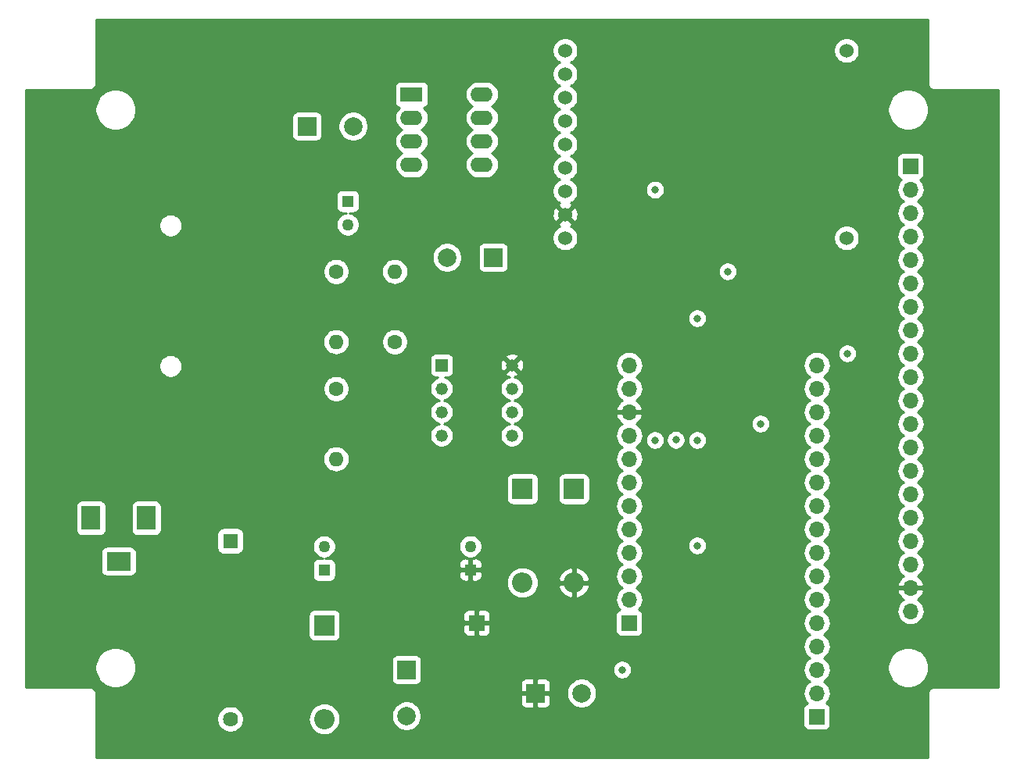
<source format=gbr>
G04 #@! TF.GenerationSoftware,KiCad,Pcbnew,(5.1.4-0-10_14)*
G04 #@! TF.CreationDate,2020-01-10T09:40:25-08:00*
G04 #@! TF.ProjectId,Griduino,47726964-7569-46e6-9f2e-6b696361645f,0*
G04 #@! TF.SameCoordinates,Original*
G04 #@! TF.FileFunction,Copper,L3,Inr*
G04 #@! TF.FilePolarity,Positive*
%FSLAX46Y46*%
G04 Gerber Fmt 4.6, Leading zero omitted, Abs format (unit mm)*
G04 Created by KiCad (PCBNEW (5.1.4-0-10_14)) date 2020-01-10 09:40:25*
%MOMM*%
%LPD*%
G04 APERTURE LIST*
%ADD10C,1.524000*%
%ADD11R,1.700000X1.700000*%
%ADD12R,2.000000X2.600000*%
%ADD13R,2.600000X2.000000*%
%ADD14C,1.320800*%
%ADD15R,1.320800X1.320800*%
%ADD16O,2.200000X2.200000*%
%ADD17R,2.200000X2.200000*%
%ADD18C,2.000000*%
%ADD19R,2.000000X2.000000*%
%ADD20O,1.700000X1.700000*%
%ADD21O,1.600000X1.600000*%
%ADD22C,1.600000*%
%ADD23O,2.400000X1.600000*%
%ADD24R,2.400000X1.600000*%
%ADD25C,1.270000*%
%ADD26R,1.270000X1.270000*%
%ADD27C,1.625600*%
%ADD28R,1.625600X1.625600*%
%ADD29C,0.812800*%
%ADD30C,0.254000*%
G04 APERTURE END LIST*
D10*
X163245800Y-85267800D03*
X163245800Y-64947800D03*
X132765800Y-85267800D03*
X132765800Y-82727800D03*
X132765800Y-80187800D03*
X132765800Y-77647800D03*
X132765800Y-75107800D03*
X132765800Y-72567800D03*
X132765800Y-70027800D03*
X132765800Y-67487800D03*
X132765800Y-64947800D03*
D11*
X123190000Y-127000000D03*
D12*
X81404200Y-115620800D03*
X87404200Y-115620800D03*
D13*
X84404200Y-120320800D03*
D14*
X127000000Y-99060000D03*
X127000000Y-101600000D03*
X127000000Y-104140000D03*
X127000000Y-106680000D03*
X119380000Y-106680000D03*
X119380000Y-104140000D03*
X119380000Y-101600000D03*
D15*
X119380000Y-99060000D03*
D16*
X133705600Y-122631200D03*
D17*
X133705600Y-112471200D03*
D16*
X128143000Y-122631200D03*
D17*
X128143000Y-112471200D03*
D16*
X106680000Y-137414000D03*
D17*
X106680000Y-127254000D03*
D18*
X119968000Y-87376000D03*
D19*
X124968000Y-87376000D03*
D18*
X134540000Y-134620000D03*
D19*
X129540000Y-134620000D03*
D18*
X109800400Y-73152000D03*
D19*
X104800400Y-73152000D03*
D18*
X115570000Y-137080000D03*
D19*
X115570000Y-132080000D03*
D20*
X139700000Y-99060000D03*
X139700000Y-101600000D03*
X139700000Y-104140000D03*
X139700000Y-106680000D03*
X139700000Y-109220000D03*
X139700000Y-111760000D03*
X139700000Y-114300000D03*
X139700000Y-116840000D03*
X139700000Y-119380000D03*
X139700000Y-121920000D03*
X139700000Y-124460000D03*
D11*
X139700000Y-127000000D03*
D20*
X160020000Y-99060000D03*
X160020000Y-101600000D03*
X160020000Y-104140000D03*
X160020000Y-106680000D03*
X160020000Y-109220000D03*
X160020000Y-111760000D03*
X160020000Y-114300000D03*
X160020000Y-116840000D03*
X160020000Y-119380000D03*
X160020000Y-121920000D03*
X160020000Y-124460000D03*
X160020000Y-127000000D03*
X160020000Y-129540000D03*
X160020000Y-132080000D03*
X160020000Y-134620000D03*
D11*
X160020000Y-137160000D03*
D21*
X107950000Y-96520000D03*
D22*
X107950000Y-88900000D03*
D21*
X107950000Y-109220000D03*
D22*
X107950000Y-101600000D03*
D23*
X123748800Y-69697600D03*
X116128800Y-77317600D03*
X123748800Y-72237600D03*
X116128800Y-74777600D03*
X123748800Y-74777600D03*
X116128800Y-72237600D03*
X123748800Y-77317600D03*
D24*
X116128800Y-69697600D03*
D21*
X114300000Y-88900000D03*
D22*
X114300000Y-96520000D03*
D25*
X109220000Y-83820000D03*
D26*
X109220000Y-81280000D03*
D20*
X170180000Y-125730000D03*
X170180000Y-123190000D03*
X170180000Y-120650000D03*
X170180000Y-118110000D03*
X170180000Y-115570000D03*
X170180000Y-113030000D03*
X170180000Y-110490000D03*
X170180000Y-107950000D03*
X170180000Y-105410000D03*
X170180000Y-102870000D03*
X170180000Y-100330000D03*
X170180000Y-97790000D03*
X170180000Y-95250000D03*
X170180000Y-92710000D03*
X170180000Y-90170000D03*
X170180000Y-87630000D03*
X170180000Y-85090000D03*
X170180000Y-82550000D03*
X170180000Y-80010000D03*
D11*
X170180000Y-77470000D03*
D25*
X122504200Y-118694200D03*
D26*
X122504200Y-121234200D03*
D25*
X106654600Y-118719600D03*
D26*
X106654600Y-121259600D03*
D27*
X96494600Y-137414000D03*
D28*
X96494600Y-118110000D03*
D29*
X163322000Y-97790000D03*
X138938000Y-132080000D03*
X147066000Y-107188000D03*
X147066000Y-118618000D03*
X147066000Y-93980000D03*
X150368000Y-88900000D03*
X142494000Y-107188000D03*
X142494000Y-80035400D03*
X144754600Y-107162600D03*
X153924000Y-105410000D03*
D30*
G36*
X172060000Y-68547581D02*
G01*
X172056807Y-68580000D01*
X172069550Y-68709383D01*
X172107290Y-68833793D01*
X172168575Y-68948450D01*
X172251052Y-69048948D01*
X172351550Y-69131425D01*
X172466207Y-69192710D01*
X172590617Y-69230450D01*
X172720000Y-69243193D01*
X172752419Y-69240000D01*
X179680001Y-69240000D01*
X179680000Y-133960000D01*
X172752419Y-133960000D01*
X172720000Y-133956807D01*
X172687581Y-133960000D01*
X172590617Y-133969550D01*
X172466207Y-134007290D01*
X172351550Y-134068575D01*
X172251052Y-134151052D01*
X172168575Y-134251550D01*
X172107290Y-134366207D01*
X172069550Y-134490617D01*
X172056807Y-134620000D01*
X172060001Y-134652429D01*
X172060000Y-141580000D01*
X81940000Y-141580000D01*
X81940000Y-137271404D01*
X95046800Y-137271404D01*
X95046800Y-137556596D01*
X95102438Y-137836308D01*
X95211577Y-138099790D01*
X95370021Y-138336919D01*
X95571681Y-138538579D01*
X95808810Y-138697023D01*
X96072292Y-138806162D01*
X96352004Y-138861800D01*
X96637196Y-138861800D01*
X96916908Y-138806162D01*
X97180390Y-138697023D01*
X97417519Y-138538579D01*
X97619179Y-138336919D01*
X97777623Y-138099790D01*
X97886762Y-137836308D01*
X97942400Y-137556596D01*
X97942400Y-137414000D01*
X104936606Y-137414000D01*
X104970105Y-137754119D01*
X105069314Y-138081168D01*
X105230421Y-138382578D01*
X105447234Y-138646766D01*
X105711422Y-138863579D01*
X106012832Y-139024686D01*
X106339881Y-139123895D01*
X106594775Y-139149000D01*
X106765225Y-139149000D01*
X107020119Y-139123895D01*
X107347168Y-139024686D01*
X107648578Y-138863579D01*
X107912766Y-138646766D01*
X108129579Y-138382578D01*
X108290686Y-138081168D01*
X108389895Y-137754119D01*
X108423394Y-137414000D01*
X108389895Y-137073881D01*
X108342903Y-136918967D01*
X113935000Y-136918967D01*
X113935000Y-137241033D01*
X113997832Y-137556912D01*
X114121082Y-137854463D01*
X114300013Y-138122252D01*
X114527748Y-138349987D01*
X114795537Y-138528918D01*
X115093088Y-138652168D01*
X115408967Y-138715000D01*
X115731033Y-138715000D01*
X116046912Y-138652168D01*
X116344463Y-138528918D01*
X116612252Y-138349987D01*
X116839987Y-138122252D01*
X117018918Y-137854463D01*
X117142168Y-137556912D01*
X117205000Y-137241033D01*
X117205000Y-136918967D01*
X117142168Y-136603088D01*
X117018918Y-136305537D01*
X116839987Y-136037748D01*
X116612252Y-135810013D01*
X116344463Y-135631082D01*
X116317709Y-135620000D01*
X127901928Y-135620000D01*
X127914188Y-135744482D01*
X127950498Y-135864180D01*
X128009463Y-135974494D01*
X128088815Y-136071185D01*
X128185506Y-136150537D01*
X128295820Y-136209502D01*
X128415518Y-136245812D01*
X128540000Y-136258072D01*
X129254250Y-136255000D01*
X129413000Y-136096250D01*
X129413000Y-134747000D01*
X129667000Y-134747000D01*
X129667000Y-136096250D01*
X129825750Y-136255000D01*
X130540000Y-136258072D01*
X130664482Y-136245812D01*
X130784180Y-136209502D01*
X130894494Y-136150537D01*
X130991185Y-136071185D01*
X131070537Y-135974494D01*
X131129502Y-135864180D01*
X131165812Y-135744482D01*
X131178072Y-135620000D01*
X131175000Y-134905750D01*
X131016250Y-134747000D01*
X129667000Y-134747000D01*
X129413000Y-134747000D01*
X128063750Y-134747000D01*
X127905000Y-134905750D01*
X127901928Y-135620000D01*
X116317709Y-135620000D01*
X116046912Y-135507832D01*
X115731033Y-135445000D01*
X115408967Y-135445000D01*
X115093088Y-135507832D01*
X114795537Y-135631082D01*
X114527748Y-135810013D01*
X114300013Y-136037748D01*
X114121082Y-136305537D01*
X113997832Y-136603088D01*
X113935000Y-136918967D01*
X108342903Y-136918967D01*
X108290686Y-136746832D01*
X108129579Y-136445422D01*
X107912766Y-136181234D01*
X107648578Y-135964421D01*
X107347168Y-135803314D01*
X107020119Y-135704105D01*
X106765225Y-135679000D01*
X106594775Y-135679000D01*
X106339881Y-135704105D01*
X106012832Y-135803314D01*
X105711422Y-135964421D01*
X105447234Y-136181234D01*
X105230421Y-136445422D01*
X105069314Y-136746832D01*
X104970105Y-137073881D01*
X104936606Y-137414000D01*
X97942400Y-137414000D01*
X97942400Y-137271404D01*
X97886762Y-136991692D01*
X97777623Y-136728210D01*
X97619179Y-136491081D01*
X97417519Y-136289421D01*
X97180390Y-136130977D01*
X96916908Y-136021838D01*
X96637196Y-135966200D01*
X96352004Y-135966200D01*
X96072292Y-136021838D01*
X95808810Y-136130977D01*
X95571681Y-136289421D01*
X95370021Y-136491081D01*
X95211577Y-136728210D01*
X95102438Y-136991692D01*
X95046800Y-137271404D01*
X81940000Y-137271404D01*
X81940000Y-134652418D01*
X81943193Y-134620000D01*
X81930450Y-134490617D01*
X81892710Y-134366207D01*
X81831425Y-134251550D01*
X81748948Y-134151052D01*
X81648450Y-134068575D01*
X81533793Y-134007290D01*
X81409383Y-133969550D01*
X81312419Y-133960000D01*
X81280000Y-133956807D01*
X81247581Y-133960000D01*
X74320000Y-133960000D01*
X74320000Y-131631272D01*
X81839000Y-131631272D01*
X81839000Y-132071528D01*
X81924890Y-132503325D01*
X82093369Y-132910069D01*
X82337962Y-133276129D01*
X82649271Y-133587438D01*
X83015331Y-133832031D01*
X83422075Y-134000510D01*
X83853872Y-134086400D01*
X84294128Y-134086400D01*
X84725925Y-134000510D01*
X85132669Y-133832031D01*
X85498729Y-133587438D01*
X85810038Y-133276129D01*
X86054631Y-132910069D01*
X86223110Y-132503325D01*
X86309000Y-132071528D01*
X86309000Y-131631272D01*
X86223110Y-131199475D01*
X86173622Y-131080000D01*
X113931928Y-131080000D01*
X113931928Y-133080000D01*
X113944188Y-133204482D01*
X113980498Y-133324180D01*
X114039463Y-133434494D01*
X114118815Y-133531185D01*
X114215506Y-133610537D01*
X114325820Y-133669502D01*
X114445518Y-133705812D01*
X114570000Y-133718072D01*
X116570000Y-133718072D01*
X116694482Y-133705812D01*
X116814180Y-133669502D01*
X116906790Y-133620000D01*
X127901928Y-133620000D01*
X127905000Y-134334250D01*
X128063750Y-134493000D01*
X129413000Y-134493000D01*
X129413000Y-133143750D01*
X129667000Y-133143750D01*
X129667000Y-134493000D01*
X131016250Y-134493000D01*
X131050283Y-134458967D01*
X132905000Y-134458967D01*
X132905000Y-134781033D01*
X132967832Y-135096912D01*
X133091082Y-135394463D01*
X133270013Y-135662252D01*
X133497748Y-135889987D01*
X133765537Y-136068918D01*
X134063088Y-136192168D01*
X134378967Y-136255000D01*
X134701033Y-136255000D01*
X135016912Y-136192168D01*
X135314463Y-136068918D01*
X135582252Y-135889987D01*
X135809987Y-135662252D01*
X135988918Y-135394463D01*
X136112168Y-135096912D01*
X136175000Y-134781033D01*
X136175000Y-134458967D01*
X136112168Y-134143088D01*
X135988918Y-133845537D01*
X135809987Y-133577748D01*
X135582252Y-133350013D01*
X135314463Y-133171082D01*
X135016912Y-133047832D01*
X134701033Y-132985000D01*
X134378967Y-132985000D01*
X134063088Y-133047832D01*
X133765537Y-133171082D01*
X133497748Y-133350013D01*
X133270013Y-133577748D01*
X133091082Y-133845537D01*
X132967832Y-134143088D01*
X132905000Y-134458967D01*
X131050283Y-134458967D01*
X131175000Y-134334250D01*
X131178072Y-133620000D01*
X131165812Y-133495518D01*
X131129502Y-133375820D01*
X131070537Y-133265506D01*
X130991185Y-133168815D01*
X130894494Y-133089463D01*
X130784180Y-133030498D01*
X130664482Y-132994188D01*
X130540000Y-132981928D01*
X129825750Y-132985000D01*
X129667000Y-133143750D01*
X129413000Y-133143750D01*
X129254250Y-132985000D01*
X128540000Y-132981928D01*
X128415518Y-132994188D01*
X128295820Y-133030498D01*
X128185506Y-133089463D01*
X128088815Y-133168815D01*
X128009463Y-133265506D01*
X127950498Y-133375820D01*
X127914188Y-133495518D01*
X127901928Y-133620000D01*
X116906790Y-133620000D01*
X116924494Y-133610537D01*
X117021185Y-133531185D01*
X117100537Y-133434494D01*
X117159502Y-133324180D01*
X117195812Y-133204482D01*
X117208072Y-133080000D01*
X117208072Y-131977431D01*
X137896600Y-131977431D01*
X137896600Y-132182569D01*
X137936620Y-132383765D01*
X138015123Y-132573288D01*
X138129092Y-132743854D01*
X138274146Y-132888908D01*
X138444712Y-133002877D01*
X138634235Y-133081380D01*
X138835431Y-133121400D01*
X139040569Y-133121400D01*
X139241765Y-133081380D01*
X139431288Y-133002877D01*
X139601854Y-132888908D01*
X139746908Y-132743854D01*
X139860877Y-132573288D01*
X139939380Y-132383765D01*
X139979400Y-132182569D01*
X139979400Y-131977431D01*
X139939380Y-131776235D01*
X139860877Y-131586712D01*
X139746908Y-131416146D01*
X139601854Y-131271092D01*
X139431288Y-131157123D01*
X139241765Y-131078620D01*
X139040569Y-131038600D01*
X138835431Y-131038600D01*
X138634235Y-131078620D01*
X138444712Y-131157123D01*
X138274146Y-131271092D01*
X138129092Y-131416146D01*
X138015123Y-131586712D01*
X137936620Y-131776235D01*
X137896600Y-131977431D01*
X117208072Y-131977431D01*
X117208072Y-131080000D01*
X117195812Y-130955518D01*
X117159502Y-130835820D01*
X117100537Y-130725506D01*
X117021185Y-130628815D01*
X116924494Y-130549463D01*
X116814180Y-130490498D01*
X116694482Y-130454188D01*
X116570000Y-130441928D01*
X114570000Y-130441928D01*
X114445518Y-130454188D01*
X114325820Y-130490498D01*
X114215506Y-130549463D01*
X114118815Y-130628815D01*
X114039463Y-130725506D01*
X113980498Y-130835820D01*
X113944188Y-130955518D01*
X113931928Y-131080000D01*
X86173622Y-131080000D01*
X86054631Y-130792731D01*
X85810038Y-130426671D01*
X85498729Y-130115362D01*
X85132669Y-129870769D01*
X84725925Y-129702290D01*
X84294128Y-129616400D01*
X83853872Y-129616400D01*
X83422075Y-129702290D01*
X83015331Y-129870769D01*
X82649271Y-130115362D01*
X82337962Y-130426671D01*
X82093369Y-130792731D01*
X81924890Y-131199475D01*
X81839000Y-131631272D01*
X74320000Y-131631272D01*
X74320000Y-126154000D01*
X104941928Y-126154000D01*
X104941928Y-128354000D01*
X104954188Y-128478482D01*
X104990498Y-128598180D01*
X105049463Y-128708494D01*
X105128815Y-128805185D01*
X105225506Y-128884537D01*
X105335820Y-128943502D01*
X105455518Y-128979812D01*
X105580000Y-128992072D01*
X107780000Y-128992072D01*
X107904482Y-128979812D01*
X108024180Y-128943502D01*
X108134494Y-128884537D01*
X108231185Y-128805185D01*
X108310537Y-128708494D01*
X108369502Y-128598180D01*
X108405812Y-128478482D01*
X108418072Y-128354000D01*
X108418072Y-127850000D01*
X121701928Y-127850000D01*
X121714188Y-127974482D01*
X121750498Y-128094180D01*
X121809463Y-128204494D01*
X121888815Y-128301185D01*
X121985506Y-128380537D01*
X122095820Y-128439502D01*
X122215518Y-128475812D01*
X122340000Y-128488072D01*
X122904250Y-128485000D01*
X123063000Y-128326250D01*
X123063000Y-127127000D01*
X123317000Y-127127000D01*
X123317000Y-128326250D01*
X123475750Y-128485000D01*
X124040000Y-128488072D01*
X124164482Y-128475812D01*
X124284180Y-128439502D01*
X124394494Y-128380537D01*
X124491185Y-128301185D01*
X124570537Y-128204494D01*
X124629502Y-128094180D01*
X124665812Y-127974482D01*
X124678072Y-127850000D01*
X124675000Y-127285750D01*
X124516250Y-127127000D01*
X123317000Y-127127000D01*
X123063000Y-127127000D01*
X121863750Y-127127000D01*
X121705000Y-127285750D01*
X121701928Y-127850000D01*
X108418072Y-127850000D01*
X108418072Y-126154000D01*
X108417679Y-126150000D01*
X121701928Y-126150000D01*
X121705000Y-126714250D01*
X121863750Y-126873000D01*
X123063000Y-126873000D01*
X123063000Y-125673750D01*
X123317000Y-125673750D01*
X123317000Y-126873000D01*
X124516250Y-126873000D01*
X124675000Y-126714250D01*
X124678072Y-126150000D01*
X124665812Y-126025518D01*
X124629502Y-125905820D01*
X124570537Y-125795506D01*
X124491185Y-125698815D01*
X124394494Y-125619463D01*
X124284180Y-125560498D01*
X124164482Y-125524188D01*
X124040000Y-125511928D01*
X123475750Y-125515000D01*
X123317000Y-125673750D01*
X123063000Y-125673750D01*
X122904250Y-125515000D01*
X122340000Y-125511928D01*
X122215518Y-125524188D01*
X122095820Y-125560498D01*
X121985506Y-125619463D01*
X121888815Y-125698815D01*
X121809463Y-125795506D01*
X121750498Y-125905820D01*
X121714188Y-126025518D01*
X121701928Y-126150000D01*
X108417679Y-126150000D01*
X108405812Y-126029518D01*
X108369502Y-125909820D01*
X108310537Y-125799506D01*
X108231185Y-125702815D01*
X108134494Y-125623463D01*
X108024180Y-125564498D01*
X107904482Y-125528188D01*
X107780000Y-125515928D01*
X105580000Y-125515928D01*
X105455518Y-125528188D01*
X105335820Y-125564498D01*
X105225506Y-125623463D01*
X105128815Y-125702815D01*
X105049463Y-125799506D01*
X104990498Y-125909820D01*
X104954188Y-126029518D01*
X104941928Y-126154000D01*
X74320000Y-126154000D01*
X74320000Y-122631200D01*
X126399606Y-122631200D01*
X126433105Y-122971319D01*
X126532314Y-123298368D01*
X126693421Y-123599778D01*
X126910234Y-123863966D01*
X127174422Y-124080779D01*
X127475832Y-124241886D01*
X127802881Y-124341095D01*
X128057775Y-124366200D01*
X128228225Y-124366200D01*
X128483119Y-124341095D01*
X128810168Y-124241886D01*
X129111578Y-124080779D01*
X129375766Y-123863966D01*
X129592579Y-123599778D01*
X129753686Y-123298368D01*
X129835906Y-123027323D01*
X132016421Y-123027323D01*
X132126158Y-123349254D01*
X132296592Y-123643591D01*
X132521173Y-123899022D01*
X132791271Y-124105731D01*
X133096506Y-124255775D01*
X133309478Y-124320375D01*
X133578600Y-124202325D01*
X133578600Y-122758200D01*
X133832600Y-122758200D01*
X133832600Y-124202325D01*
X134101722Y-124320375D01*
X134314694Y-124255775D01*
X134619929Y-124105731D01*
X134890027Y-123899022D01*
X135114608Y-123643591D01*
X135285042Y-123349254D01*
X135394779Y-123027323D01*
X135277200Y-122758200D01*
X133832600Y-122758200D01*
X133578600Y-122758200D01*
X132134000Y-122758200D01*
X132016421Y-123027323D01*
X129835906Y-123027323D01*
X129852895Y-122971319D01*
X129886394Y-122631200D01*
X129852895Y-122291081D01*
X129835907Y-122235077D01*
X132016421Y-122235077D01*
X132134000Y-122504200D01*
X133578600Y-122504200D01*
X133578600Y-121060075D01*
X133832600Y-121060075D01*
X133832600Y-122504200D01*
X135277200Y-122504200D01*
X135394779Y-122235077D01*
X135285042Y-121913146D01*
X135114608Y-121618809D01*
X134890027Y-121363378D01*
X134619929Y-121156669D01*
X134314694Y-121006625D01*
X134101722Y-120942025D01*
X133832600Y-121060075D01*
X133578600Y-121060075D01*
X133309478Y-120942025D01*
X133096506Y-121006625D01*
X132791271Y-121156669D01*
X132521173Y-121363378D01*
X132296592Y-121618809D01*
X132126158Y-121913146D01*
X132016421Y-122235077D01*
X129835907Y-122235077D01*
X129753686Y-121964032D01*
X129592579Y-121662622D01*
X129375766Y-121398434D01*
X129111578Y-121181621D01*
X128810168Y-121020514D01*
X128483119Y-120921305D01*
X128228225Y-120896200D01*
X128057775Y-120896200D01*
X127802881Y-120921305D01*
X127475832Y-121020514D01*
X127174422Y-121181621D01*
X126910234Y-121398434D01*
X126693421Y-121662622D01*
X126532314Y-121964032D01*
X126433105Y-122291081D01*
X126399606Y-122631200D01*
X74320000Y-122631200D01*
X74320000Y-119320800D01*
X82466128Y-119320800D01*
X82466128Y-121320800D01*
X82478388Y-121445282D01*
X82514698Y-121564980D01*
X82573663Y-121675294D01*
X82653015Y-121771985D01*
X82749706Y-121851337D01*
X82860020Y-121910302D01*
X82979718Y-121946612D01*
X83104200Y-121958872D01*
X85704200Y-121958872D01*
X85828682Y-121946612D01*
X85948380Y-121910302D01*
X86058694Y-121851337D01*
X86155385Y-121771985D01*
X86234737Y-121675294D01*
X86293702Y-121564980D01*
X86330012Y-121445282D01*
X86342272Y-121320800D01*
X86342272Y-120624600D01*
X105381528Y-120624600D01*
X105381528Y-121894600D01*
X105393788Y-122019082D01*
X105430098Y-122138780D01*
X105489063Y-122249094D01*
X105568415Y-122345785D01*
X105665106Y-122425137D01*
X105775420Y-122484102D01*
X105895118Y-122520412D01*
X106019600Y-122532672D01*
X107289600Y-122532672D01*
X107414082Y-122520412D01*
X107533780Y-122484102D01*
X107644094Y-122425137D01*
X107740785Y-122345785D01*
X107820137Y-122249094D01*
X107879102Y-122138780D01*
X107915412Y-122019082D01*
X107927672Y-121894600D01*
X107927672Y-121869200D01*
X121231128Y-121869200D01*
X121243388Y-121993682D01*
X121279698Y-122113380D01*
X121338663Y-122223694D01*
X121418015Y-122320385D01*
X121514706Y-122399737D01*
X121625020Y-122458702D01*
X121744718Y-122495012D01*
X121869200Y-122507272D01*
X122218450Y-122504200D01*
X122377200Y-122345450D01*
X122377200Y-121361200D01*
X122631200Y-121361200D01*
X122631200Y-122345450D01*
X122789950Y-122504200D01*
X123139200Y-122507272D01*
X123263682Y-122495012D01*
X123383380Y-122458702D01*
X123493694Y-122399737D01*
X123590385Y-122320385D01*
X123669737Y-122223694D01*
X123728702Y-122113380D01*
X123765012Y-121993682D01*
X123777272Y-121869200D01*
X123774200Y-121519950D01*
X123615450Y-121361200D01*
X122631200Y-121361200D01*
X122377200Y-121361200D01*
X121392950Y-121361200D01*
X121234200Y-121519950D01*
X121231128Y-121869200D01*
X107927672Y-121869200D01*
X107927672Y-120624600D01*
X107925171Y-120599200D01*
X121231128Y-120599200D01*
X121234200Y-120948450D01*
X121392950Y-121107200D01*
X122377200Y-121107200D01*
X122377200Y-120122950D01*
X122631200Y-120122950D01*
X122631200Y-121107200D01*
X123615450Y-121107200D01*
X123774200Y-120948450D01*
X123777272Y-120599200D01*
X123765012Y-120474718D01*
X123728702Y-120355020D01*
X123669737Y-120244706D01*
X123590385Y-120148015D01*
X123493694Y-120068663D01*
X123383380Y-120009698D01*
X123263682Y-119973388D01*
X123139200Y-119961128D01*
X122789950Y-119964200D01*
X122631200Y-120122950D01*
X122377200Y-120122950D01*
X122218450Y-119964200D01*
X121869200Y-119961128D01*
X121744718Y-119973388D01*
X121625020Y-120009698D01*
X121514706Y-120068663D01*
X121418015Y-120148015D01*
X121338663Y-120244706D01*
X121279698Y-120355020D01*
X121243388Y-120474718D01*
X121231128Y-120599200D01*
X107925171Y-120599200D01*
X107915412Y-120500118D01*
X107879102Y-120380420D01*
X107820137Y-120270106D01*
X107740785Y-120173415D01*
X107644094Y-120094063D01*
X107533780Y-120035098D01*
X107414082Y-119998788D01*
X107289600Y-119986528D01*
X106795128Y-119986528D01*
X107025045Y-119940795D01*
X107256171Y-119845059D01*
X107464178Y-119706073D01*
X107641073Y-119529178D01*
X107780059Y-119321171D01*
X107875795Y-119090045D01*
X107924600Y-118844684D01*
X107924600Y-118594516D01*
X107919548Y-118569116D01*
X121234200Y-118569116D01*
X121234200Y-118819284D01*
X121283005Y-119064645D01*
X121378741Y-119295771D01*
X121517727Y-119503778D01*
X121694622Y-119680673D01*
X121902629Y-119819659D01*
X122133755Y-119915395D01*
X122379116Y-119964200D01*
X122629284Y-119964200D01*
X122874645Y-119915395D01*
X123105771Y-119819659D01*
X123313778Y-119680673D01*
X123490673Y-119503778D01*
X123629659Y-119295771D01*
X123725395Y-119064645D01*
X123774200Y-118819284D01*
X123774200Y-118569116D01*
X123725395Y-118323755D01*
X123629659Y-118092629D01*
X123490673Y-117884622D01*
X123313778Y-117707727D01*
X123105771Y-117568741D01*
X122874645Y-117473005D01*
X122629284Y-117424200D01*
X122379116Y-117424200D01*
X122133755Y-117473005D01*
X121902629Y-117568741D01*
X121694622Y-117707727D01*
X121517727Y-117884622D01*
X121378741Y-118092629D01*
X121283005Y-118323755D01*
X121234200Y-118569116D01*
X107919548Y-118569116D01*
X107875795Y-118349155D01*
X107780059Y-118118029D01*
X107641073Y-117910022D01*
X107464178Y-117733127D01*
X107256171Y-117594141D01*
X107025045Y-117498405D01*
X106779684Y-117449600D01*
X106529516Y-117449600D01*
X106284155Y-117498405D01*
X106053029Y-117594141D01*
X105845022Y-117733127D01*
X105668127Y-117910022D01*
X105529141Y-118118029D01*
X105433405Y-118349155D01*
X105384600Y-118594516D01*
X105384600Y-118844684D01*
X105433405Y-119090045D01*
X105529141Y-119321171D01*
X105668127Y-119529178D01*
X105845022Y-119706073D01*
X106053029Y-119845059D01*
X106284155Y-119940795D01*
X106514072Y-119986528D01*
X106019600Y-119986528D01*
X105895118Y-119998788D01*
X105775420Y-120035098D01*
X105665106Y-120094063D01*
X105568415Y-120173415D01*
X105489063Y-120270106D01*
X105430098Y-120380420D01*
X105393788Y-120500118D01*
X105381528Y-120624600D01*
X86342272Y-120624600D01*
X86342272Y-119320800D01*
X86330012Y-119196318D01*
X86293702Y-119076620D01*
X86234737Y-118966306D01*
X86155385Y-118869615D01*
X86058694Y-118790263D01*
X85948380Y-118731298D01*
X85828682Y-118694988D01*
X85704200Y-118682728D01*
X83104200Y-118682728D01*
X82979718Y-118694988D01*
X82860020Y-118731298D01*
X82749706Y-118790263D01*
X82653015Y-118869615D01*
X82573663Y-118966306D01*
X82514698Y-119076620D01*
X82478388Y-119196318D01*
X82466128Y-119320800D01*
X74320000Y-119320800D01*
X74320000Y-114320800D01*
X79766128Y-114320800D01*
X79766128Y-116920800D01*
X79778388Y-117045282D01*
X79814698Y-117164980D01*
X79873663Y-117275294D01*
X79953015Y-117371985D01*
X80049706Y-117451337D01*
X80160020Y-117510302D01*
X80279718Y-117546612D01*
X80404200Y-117558872D01*
X82404200Y-117558872D01*
X82528682Y-117546612D01*
X82648380Y-117510302D01*
X82758694Y-117451337D01*
X82855385Y-117371985D01*
X82934737Y-117275294D01*
X82993702Y-117164980D01*
X83030012Y-117045282D01*
X83042272Y-116920800D01*
X83042272Y-114320800D01*
X85766128Y-114320800D01*
X85766128Y-116920800D01*
X85778388Y-117045282D01*
X85814698Y-117164980D01*
X85873663Y-117275294D01*
X85953015Y-117371985D01*
X86049706Y-117451337D01*
X86160020Y-117510302D01*
X86279718Y-117546612D01*
X86404200Y-117558872D01*
X88404200Y-117558872D01*
X88528682Y-117546612D01*
X88648380Y-117510302D01*
X88758694Y-117451337D01*
X88855385Y-117371985D01*
X88916759Y-117297200D01*
X95043728Y-117297200D01*
X95043728Y-118922800D01*
X95055988Y-119047282D01*
X95092298Y-119166980D01*
X95151263Y-119277294D01*
X95230615Y-119373985D01*
X95327306Y-119453337D01*
X95437620Y-119512302D01*
X95557318Y-119548612D01*
X95681800Y-119560872D01*
X97307400Y-119560872D01*
X97431882Y-119548612D01*
X97551580Y-119512302D01*
X97661894Y-119453337D01*
X97758585Y-119373985D01*
X97837937Y-119277294D01*
X97896902Y-119166980D01*
X97933212Y-119047282D01*
X97945472Y-118922800D01*
X97945472Y-117297200D01*
X97933212Y-117172718D01*
X97896902Y-117053020D01*
X97837937Y-116942706D01*
X97758585Y-116846015D01*
X97661894Y-116766663D01*
X97551580Y-116707698D01*
X97431882Y-116671388D01*
X97307400Y-116659128D01*
X95681800Y-116659128D01*
X95557318Y-116671388D01*
X95437620Y-116707698D01*
X95327306Y-116766663D01*
X95230615Y-116846015D01*
X95151263Y-116942706D01*
X95092298Y-117053020D01*
X95055988Y-117172718D01*
X95043728Y-117297200D01*
X88916759Y-117297200D01*
X88934737Y-117275294D01*
X88993702Y-117164980D01*
X89030012Y-117045282D01*
X89042272Y-116920800D01*
X89042272Y-114320800D01*
X89030012Y-114196318D01*
X88993702Y-114076620D01*
X88934737Y-113966306D01*
X88855385Y-113869615D01*
X88758694Y-113790263D01*
X88648380Y-113731298D01*
X88528682Y-113694988D01*
X88404200Y-113682728D01*
X86404200Y-113682728D01*
X86279718Y-113694988D01*
X86160020Y-113731298D01*
X86049706Y-113790263D01*
X85953015Y-113869615D01*
X85873663Y-113966306D01*
X85814698Y-114076620D01*
X85778388Y-114196318D01*
X85766128Y-114320800D01*
X83042272Y-114320800D01*
X83030012Y-114196318D01*
X82993702Y-114076620D01*
X82934737Y-113966306D01*
X82855385Y-113869615D01*
X82758694Y-113790263D01*
X82648380Y-113731298D01*
X82528682Y-113694988D01*
X82404200Y-113682728D01*
X80404200Y-113682728D01*
X80279718Y-113694988D01*
X80160020Y-113731298D01*
X80049706Y-113790263D01*
X79953015Y-113869615D01*
X79873663Y-113966306D01*
X79814698Y-114076620D01*
X79778388Y-114196318D01*
X79766128Y-114320800D01*
X74320000Y-114320800D01*
X74320000Y-111371200D01*
X126404928Y-111371200D01*
X126404928Y-113571200D01*
X126417188Y-113695682D01*
X126453498Y-113815380D01*
X126512463Y-113925694D01*
X126591815Y-114022385D01*
X126688506Y-114101737D01*
X126798820Y-114160702D01*
X126918518Y-114197012D01*
X127043000Y-114209272D01*
X129243000Y-114209272D01*
X129367482Y-114197012D01*
X129487180Y-114160702D01*
X129597494Y-114101737D01*
X129694185Y-114022385D01*
X129773537Y-113925694D01*
X129832502Y-113815380D01*
X129868812Y-113695682D01*
X129881072Y-113571200D01*
X129881072Y-111371200D01*
X131967528Y-111371200D01*
X131967528Y-113571200D01*
X131979788Y-113695682D01*
X132016098Y-113815380D01*
X132075063Y-113925694D01*
X132154415Y-114022385D01*
X132251106Y-114101737D01*
X132361420Y-114160702D01*
X132481118Y-114197012D01*
X132605600Y-114209272D01*
X134805600Y-114209272D01*
X134930082Y-114197012D01*
X135049780Y-114160702D01*
X135160094Y-114101737D01*
X135256785Y-114022385D01*
X135336137Y-113925694D01*
X135395102Y-113815380D01*
X135431412Y-113695682D01*
X135443672Y-113571200D01*
X135443672Y-111371200D01*
X135431412Y-111246718D01*
X135395102Y-111127020D01*
X135336137Y-111016706D01*
X135256785Y-110920015D01*
X135160094Y-110840663D01*
X135049780Y-110781698D01*
X134930082Y-110745388D01*
X134805600Y-110733128D01*
X132605600Y-110733128D01*
X132481118Y-110745388D01*
X132361420Y-110781698D01*
X132251106Y-110840663D01*
X132154415Y-110920015D01*
X132075063Y-111016706D01*
X132016098Y-111127020D01*
X131979788Y-111246718D01*
X131967528Y-111371200D01*
X129881072Y-111371200D01*
X129868812Y-111246718D01*
X129832502Y-111127020D01*
X129773537Y-111016706D01*
X129694185Y-110920015D01*
X129597494Y-110840663D01*
X129487180Y-110781698D01*
X129367482Y-110745388D01*
X129243000Y-110733128D01*
X127043000Y-110733128D01*
X126918518Y-110745388D01*
X126798820Y-110781698D01*
X126688506Y-110840663D01*
X126591815Y-110920015D01*
X126512463Y-111016706D01*
X126453498Y-111127020D01*
X126417188Y-111246718D01*
X126404928Y-111371200D01*
X74320000Y-111371200D01*
X74320000Y-109220000D01*
X106508057Y-109220000D01*
X106535764Y-109501309D01*
X106617818Y-109771808D01*
X106751068Y-110021101D01*
X106930392Y-110239608D01*
X107148899Y-110418932D01*
X107398192Y-110552182D01*
X107668691Y-110634236D01*
X107879508Y-110655000D01*
X108020492Y-110655000D01*
X108231309Y-110634236D01*
X108501808Y-110552182D01*
X108751101Y-110418932D01*
X108969608Y-110239608D01*
X109148932Y-110021101D01*
X109282182Y-109771808D01*
X109364236Y-109501309D01*
X109391943Y-109220000D01*
X109364236Y-108938691D01*
X109282182Y-108668192D01*
X109148932Y-108418899D01*
X108969608Y-108200392D01*
X108751101Y-108021068D01*
X108501808Y-107887818D01*
X108231309Y-107805764D01*
X108020492Y-107785000D01*
X107879508Y-107785000D01*
X107668691Y-107805764D01*
X107398192Y-107887818D01*
X107148899Y-108021068D01*
X106930392Y-108200392D01*
X106751068Y-108418899D01*
X106617818Y-108668192D01*
X106535764Y-108938691D01*
X106508057Y-109220000D01*
X74320000Y-109220000D01*
X74320000Y-101458665D01*
X106515000Y-101458665D01*
X106515000Y-101741335D01*
X106570147Y-102018574D01*
X106678320Y-102279727D01*
X106835363Y-102514759D01*
X107035241Y-102714637D01*
X107270273Y-102871680D01*
X107531426Y-102979853D01*
X107808665Y-103035000D01*
X108091335Y-103035000D01*
X108368574Y-102979853D01*
X108629727Y-102871680D01*
X108864759Y-102714637D01*
X109064637Y-102514759D01*
X109221680Y-102279727D01*
X109329853Y-102018574D01*
X109385000Y-101741335D01*
X109385000Y-101458665D01*
X109329853Y-101181426D01*
X109221680Y-100920273D01*
X109064637Y-100685241D01*
X108864759Y-100485363D01*
X108629727Y-100328320D01*
X108368574Y-100220147D01*
X108091335Y-100165000D01*
X107808665Y-100165000D01*
X107531426Y-100220147D01*
X107270273Y-100328320D01*
X107035241Y-100485363D01*
X106835363Y-100685241D01*
X106678320Y-100920273D01*
X106570147Y-101181426D01*
X106515000Y-101458665D01*
X74320000Y-101458665D01*
X74320000Y-99036516D01*
X88747600Y-99036516D01*
X88747600Y-99286684D01*
X88796405Y-99532045D01*
X88892141Y-99763171D01*
X89031127Y-99971178D01*
X89208022Y-100148073D01*
X89416029Y-100287059D01*
X89647155Y-100382795D01*
X89892516Y-100431600D01*
X90142684Y-100431600D01*
X90388045Y-100382795D01*
X90619171Y-100287059D01*
X90827178Y-100148073D01*
X91004073Y-99971178D01*
X91143059Y-99763171D01*
X91238795Y-99532045D01*
X91287600Y-99286684D01*
X91287600Y-99036516D01*
X91238795Y-98791155D01*
X91143059Y-98560029D01*
X91035864Y-98399600D01*
X118081528Y-98399600D01*
X118081528Y-99720400D01*
X118093788Y-99844882D01*
X118130098Y-99964580D01*
X118189063Y-100074894D01*
X118268415Y-100171585D01*
X118365106Y-100250937D01*
X118475420Y-100309902D01*
X118595118Y-100346212D01*
X118719600Y-100358472D01*
X118992269Y-100358472D01*
X118766398Y-100452031D01*
X118554231Y-100593797D01*
X118373797Y-100774231D01*
X118232031Y-100986398D01*
X118134381Y-101222146D01*
X118084600Y-101472414D01*
X118084600Y-101727586D01*
X118134381Y-101977854D01*
X118232031Y-102213602D01*
X118373797Y-102425769D01*
X118554231Y-102606203D01*
X118766398Y-102747969D01*
X119002146Y-102845619D01*
X119124719Y-102870000D01*
X119002146Y-102894381D01*
X118766398Y-102992031D01*
X118554231Y-103133797D01*
X118373797Y-103314231D01*
X118232031Y-103526398D01*
X118134381Y-103762146D01*
X118084600Y-104012414D01*
X118084600Y-104267586D01*
X118134381Y-104517854D01*
X118232031Y-104753602D01*
X118373797Y-104965769D01*
X118554231Y-105146203D01*
X118766398Y-105287969D01*
X119002146Y-105385619D01*
X119124719Y-105410000D01*
X119002146Y-105434381D01*
X118766398Y-105532031D01*
X118554231Y-105673797D01*
X118373797Y-105854231D01*
X118232031Y-106066398D01*
X118134381Y-106302146D01*
X118084600Y-106552414D01*
X118084600Y-106807586D01*
X118134381Y-107057854D01*
X118232031Y-107293602D01*
X118373797Y-107505769D01*
X118554231Y-107686203D01*
X118766398Y-107827969D01*
X119002146Y-107925619D01*
X119252414Y-107975400D01*
X119507586Y-107975400D01*
X119757854Y-107925619D01*
X119993602Y-107827969D01*
X120205769Y-107686203D01*
X120386203Y-107505769D01*
X120527969Y-107293602D01*
X120625619Y-107057854D01*
X120675400Y-106807586D01*
X120675400Y-106552414D01*
X120625619Y-106302146D01*
X120527969Y-106066398D01*
X120386203Y-105854231D01*
X120205769Y-105673797D01*
X119993602Y-105532031D01*
X119757854Y-105434381D01*
X119635281Y-105410000D01*
X119757854Y-105385619D01*
X119993602Y-105287969D01*
X120205769Y-105146203D01*
X120386203Y-104965769D01*
X120527969Y-104753602D01*
X120625619Y-104517854D01*
X120675400Y-104267586D01*
X120675400Y-104012414D01*
X120625619Y-103762146D01*
X120527969Y-103526398D01*
X120386203Y-103314231D01*
X120205769Y-103133797D01*
X119993602Y-102992031D01*
X119757854Y-102894381D01*
X119635281Y-102870000D01*
X119757854Y-102845619D01*
X119993602Y-102747969D01*
X120205769Y-102606203D01*
X120386203Y-102425769D01*
X120527969Y-102213602D01*
X120625619Y-101977854D01*
X120675400Y-101727586D01*
X120675400Y-101472414D01*
X125704600Y-101472414D01*
X125704600Y-101727586D01*
X125754381Y-101977854D01*
X125852031Y-102213602D01*
X125993797Y-102425769D01*
X126174231Y-102606203D01*
X126386398Y-102747969D01*
X126622146Y-102845619D01*
X126744719Y-102870000D01*
X126622146Y-102894381D01*
X126386398Y-102992031D01*
X126174231Y-103133797D01*
X125993797Y-103314231D01*
X125852031Y-103526398D01*
X125754381Y-103762146D01*
X125704600Y-104012414D01*
X125704600Y-104267586D01*
X125754381Y-104517854D01*
X125852031Y-104753602D01*
X125993797Y-104965769D01*
X126174231Y-105146203D01*
X126386398Y-105287969D01*
X126622146Y-105385619D01*
X126744719Y-105410000D01*
X126622146Y-105434381D01*
X126386398Y-105532031D01*
X126174231Y-105673797D01*
X125993797Y-105854231D01*
X125852031Y-106066398D01*
X125754381Y-106302146D01*
X125704600Y-106552414D01*
X125704600Y-106807586D01*
X125754381Y-107057854D01*
X125852031Y-107293602D01*
X125993797Y-107505769D01*
X126174231Y-107686203D01*
X126386398Y-107827969D01*
X126622146Y-107925619D01*
X126872414Y-107975400D01*
X127127586Y-107975400D01*
X127377854Y-107925619D01*
X127613602Y-107827969D01*
X127825769Y-107686203D01*
X128006203Y-107505769D01*
X128147969Y-107293602D01*
X128245619Y-107057854D01*
X128295400Y-106807586D01*
X128295400Y-106680000D01*
X138207815Y-106680000D01*
X138236487Y-106971111D01*
X138321401Y-107251034D01*
X138459294Y-107509014D01*
X138644866Y-107735134D01*
X138870986Y-107920706D01*
X138925791Y-107950000D01*
X138870986Y-107979294D01*
X138644866Y-108164866D01*
X138459294Y-108390986D01*
X138321401Y-108648966D01*
X138236487Y-108928889D01*
X138207815Y-109220000D01*
X138236487Y-109511111D01*
X138321401Y-109791034D01*
X138459294Y-110049014D01*
X138644866Y-110275134D01*
X138870986Y-110460706D01*
X138925791Y-110490000D01*
X138870986Y-110519294D01*
X138644866Y-110704866D01*
X138459294Y-110930986D01*
X138321401Y-111188966D01*
X138236487Y-111468889D01*
X138207815Y-111760000D01*
X138236487Y-112051111D01*
X138321401Y-112331034D01*
X138459294Y-112589014D01*
X138644866Y-112815134D01*
X138870986Y-113000706D01*
X138925791Y-113030000D01*
X138870986Y-113059294D01*
X138644866Y-113244866D01*
X138459294Y-113470986D01*
X138321401Y-113728966D01*
X138236487Y-114008889D01*
X138207815Y-114300000D01*
X138236487Y-114591111D01*
X138321401Y-114871034D01*
X138459294Y-115129014D01*
X138644866Y-115355134D01*
X138870986Y-115540706D01*
X138925791Y-115570000D01*
X138870986Y-115599294D01*
X138644866Y-115784866D01*
X138459294Y-116010986D01*
X138321401Y-116268966D01*
X138236487Y-116548889D01*
X138207815Y-116840000D01*
X138236487Y-117131111D01*
X138321401Y-117411034D01*
X138459294Y-117669014D01*
X138644866Y-117895134D01*
X138870986Y-118080706D01*
X138925791Y-118110000D01*
X138870986Y-118139294D01*
X138644866Y-118324866D01*
X138459294Y-118550986D01*
X138321401Y-118808966D01*
X138236487Y-119088889D01*
X138207815Y-119380000D01*
X138236487Y-119671111D01*
X138321401Y-119951034D01*
X138459294Y-120209014D01*
X138644866Y-120435134D01*
X138870986Y-120620706D01*
X138925791Y-120650000D01*
X138870986Y-120679294D01*
X138644866Y-120864866D01*
X138459294Y-121090986D01*
X138321401Y-121348966D01*
X138236487Y-121628889D01*
X138207815Y-121920000D01*
X138236487Y-122211111D01*
X138321401Y-122491034D01*
X138459294Y-122749014D01*
X138644866Y-122975134D01*
X138870986Y-123160706D01*
X138925791Y-123190000D01*
X138870986Y-123219294D01*
X138644866Y-123404866D01*
X138459294Y-123630986D01*
X138321401Y-123888966D01*
X138236487Y-124168889D01*
X138207815Y-124460000D01*
X138236487Y-124751111D01*
X138321401Y-125031034D01*
X138459294Y-125289014D01*
X138644866Y-125515134D01*
X138674687Y-125539607D01*
X138605820Y-125560498D01*
X138495506Y-125619463D01*
X138398815Y-125698815D01*
X138319463Y-125795506D01*
X138260498Y-125905820D01*
X138224188Y-126025518D01*
X138211928Y-126150000D01*
X138211928Y-127850000D01*
X138224188Y-127974482D01*
X138260498Y-128094180D01*
X138319463Y-128204494D01*
X138398815Y-128301185D01*
X138495506Y-128380537D01*
X138605820Y-128439502D01*
X138725518Y-128475812D01*
X138850000Y-128488072D01*
X140550000Y-128488072D01*
X140674482Y-128475812D01*
X140794180Y-128439502D01*
X140904494Y-128380537D01*
X141001185Y-128301185D01*
X141080537Y-128204494D01*
X141139502Y-128094180D01*
X141175812Y-127974482D01*
X141188072Y-127850000D01*
X141188072Y-126150000D01*
X141175812Y-126025518D01*
X141139502Y-125905820D01*
X141080537Y-125795506D01*
X141001185Y-125698815D01*
X140904494Y-125619463D01*
X140794180Y-125560498D01*
X140725313Y-125539607D01*
X140755134Y-125515134D01*
X140940706Y-125289014D01*
X141078599Y-125031034D01*
X141163513Y-124751111D01*
X141192185Y-124460000D01*
X141163513Y-124168889D01*
X141078599Y-123888966D01*
X140940706Y-123630986D01*
X140755134Y-123404866D01*
X140529014Y-123219294D01*
X140474209Y-123190000D01*
X140529014Y-123160706D01*
X140755134Y-122975134D01*
X140940706Y-122749014D01*
X141078599Y-122491034D01*
X141163513Y-122211111D01*
X141192185Y-121920000D01*
X141163513Y-121628889D01*
X141078599Y-121348966D01*
X140940706Y-121090986D01*
X140755134Y-120864866D01*
X140529014Y-120679294D01*
X140474209Y-120650000D01*
X140529014Y-120620706D01*
X140755134Y-120435134D01*
X140940706Y-120209014D01*
X141078599Y-119951034D01*
X141163513Y-119671111D01*
X141192185Y-119380000D01*
X141163513Y-119088889D01*
X141078599Y-118808966D01*
X140940706Y-118550986D01*
X140911527Y-118515431D01*
X146024600Y-118515431D01*
X146024600Y-118720569D01*
X146064620Y-118921765D01*
X146143123Y-119111288D01*
X146257092Y-119281854D01*
X146402146Y-119426908D01*
X146572712Y-119540877D01*
X146762235Y-119619380D01*
X146963431Y-119659400D01*
X147168569Y-119659400D01*
X147369765Y-119619380D01*
X147559288Y-119540877D01*
X147729854Y-119426908D01*
X147874908Y-119281854D01*
X147988877Y-119111288D01*
X148067380Y-118921765D01*
X148107400Y-118720569D01*
X148107400Y-118515431D01*
X148067380Y-118314235D01*
X147988877Y-118124712D01*
X147874908Y-117954146D01*
X147729854Y-117809092D01*
X147559288Y-117695123D01*
X147369765Y-117616620D01*
X147168569Y-117576600D01*
X146963431Y-117576600D01*
X146762235Y-117616620D01*
X146572712Y-117695123D01*
X146402146Y-117809092D01*
X146257092Y-117954146D01*
X146143123Y-118124712D01*
X146064620Y-118314235D01*
X146024600Y-118515431D01*
X140911527Y-118515431D01*
X140755134Y-118324866D01*
X140529014Y-118139294D01*
X140474209Y-118110000D01*
X140529014Y-118080706D01*
X140755134Y-117895134D01*
X140940706Y-117669014D01*
X141078599Y-117411034D01*
X141163513Y-117131111D01*
X141192185Y-116840000D01*
X141163513Y-116548889D01*
X141078599Y-116268966D01*
X140940706Y-116010986D01*
X140755134Y-115784866D01*
X140529014Y-115599294D01*
X140474209Y-115570000D01*
X140529014Y-115540706D01*
X140755134Y-115355134D01*
X140940706Y-115129014D01*
X141078599Y-114871034D01*
X141163513Y-114591111D01*
X141192185Y-114300000D01*
X141163513Y-114008889D01*
X141078599Y-113728966D01*
X140940706Y-113470986D01*
X140755134Y-113244866D01*
X140529014Y-113059294D01*
X140474209Y-113030000D01*
X140529014Y-113000706D01*
X140755134Y-112815134D01*
X140940706Y-112589014D01*
X141078599Y-112331034D01*
X141163513Y-112051111D01*
X141192185Y-111760000D01*
X141163513Y-111468889D01*
X141078599Y-111188966D01*
X140940706Y-110930986D01*
X140755134Y-110704866D01*
X140529014Y-110519294D01*
X140474209Y-110490000D01*
X140529014Y-110460706D01*
X140755134Y-110275134D01*
X140940706Y-110049014D01*
X141078599Y-109791034D01*
X141163513Y-109511111D01*
X141192185Y-109220000D01*
X141163513Y-108928889D01*
X141078599Y-108648966D01*
X140940706Y-108390986D01*
X140755134Y-108164866D01*
X140529014Y-107979294D01*
X140474209Y-107950000D01*
X140529014Y-107920706D01*
X140755134Y-107735134D01*
X140940706Y-107509014D01*
X141078599Y-107251034D01*
X141128834Y-107085431D01*
X141452600Y-107085431D01*
X141452600Y-107290569D01*
X141492620Y-107491765D01*
X141571123Y-107681288D01*
X141685092Y-107851854D01*
X141830146Y-107996908D01*
X142000712Y-108110877D01*
X142190235Y-108189380D01*
X142391431Y-108229400D01*
X142596569Y-108229400D01*
X142797765Y-108189380D01*
X142987288Y-108110877D01*
X143157854Y-107996908D01*
X143302908Y-107851854D01*
X143416877Y-107681288D01*
X143495380Y-107491765D01*
X143535400Y-107290569D01*
X143535400Y-107085431D01*
X143530348Y-107060031D01*
X143713200Y-107060031D01*
X143713200Y-107265169D01*
X143753220Y-107466365D01*
X143831723Y-107655888D01*
X143945692Y-107826454D01*
X144090746Y-107971508D01*
X144261312Y-108085477D01*
X144450835Y-108163980D01*
X144652031Y-108204000D01*
X144857169Y-108204000D01*
X145058365Y-108163980D01*
X145247888Y-108085477D01*
X145418454Y-107971508D01*
X145563508Y-107826454D01*
X145677477Y-107655888D01*
X145755980Y-107466365D01*
X145796000Y-107265169D01*
X145796000Y-107085431D01*
X146024600Y-107085431D01*
X146024600Y-107290569D01*
X146064620Y-107491765D01*
X146143123Y-107681288D01*
X146257092Y-107851854D01*
X146402146Y-107996908D01*
X146572712Y-108110877D01*
X146762235Y-108189380D01*
X146963431Y-108229400D01*
X147168569Y-108229400D01*
X147369765Y-108189380D01*
X147559288Y-108110877D01*
X147729854Y-107996908D01*
X147874908Y-107851854D01*
X147988877Y-107681288D01*
X148067380Y-107491765D01*
X148107400Y-107290569D01*
X148107400Y-107085431D01*
X148067380Y-106884235D01*
X147988877Y-106694712D01*
X147874908Y-106524146D01*
X147729854Y-106379092D01*
X147559288Y-106265123D01*
X147369765Y-106186620D01*
X147168569Y-106146600D01*
X146963431Y-106146600D01*
X146762235Y-106186620D01*
X146572712Y-106265123D01*
X146402146Y-106379092D01*
X146257092Y-106524146D01*
X146143123Y-106694712D01*
X146064620Y-106884235D01*
X146024600Y-107085431D01*
X145796000Y-107085431D01*
X145796000Y-107060031D01*
X145755980Y-106858835D01*
X145677477Y-106669312D01*
X145563508Y-106498746D01*
X145418454Y-106353692D01*
X145247888Y-106239723D01*
X145058365Y-106161220D01*
X144857169Y-106121200D01*
X144652031Y-106121200D01*
X144450835Y-106161220D01*
X144261312Y-106239723D01*
X144090746Y-106353692D01*
X143945692Y-106498746D01*
X143831723Y-106669312D01*
X143753220Y-106858835D01*
X143713200Y-107060031D01*
X143530348Y-107060031D01*
X143495380Y-106884235D01*
X143416877Y-106694712D01*
X143302908Y-106524146D01*
X143157854Y-106379092D01*
X142987288Y-106265123D01*
X142797765Y-106186620D01*
X142596569Y-106146600D01*
X142391431Y-106146600D01*
X142190235Y-106186620D01*
X142000712Y-106265123D01*
X141830146Y-106379092D01*
X141685092Y-106524146D01*
X141571123Y-106694712D01*
X141492620Y-106884235D01*
X141452600Y-107085431D01*
X141128834Y-107085431D01*
X141163513Y-106971111D01*
X141192185Y-106680000D01*
X141163513Y-106388889D01*
X141078599Y-106108966D01*
X140940706Y-105850986D01*
X140755134Y-105624866D01*
X140529014Y-105439294D01*
X140464477Y-105404799D01*
X140581355Y-105335178D01*
X140612137Y-105307431D01*
X152882600Y-105307431D01*
X152882600Y-105512569D01*
X152922620Y-105713765D01*
X153001123Y-105903288D01*
X153115092Y-106073854D01*
X153260146Y-106218908D01*
X153430712Y-106332877D01*
X153620235Y-106411380D01*
X153821431Y-106451400D01*
X154026569Y-106451400D01*
X154227765Y-106411380D01*
X154417288Y-106332877D01*
X154587854Y-106218908D01*
X154732908Y-106073854D01*
X154846877Y-105903288D01*
X154925380Y-105713765D01*
X154965400Y-105512569D01*
X154965400Y-105307431D01*
X154925380Y-105106235D01*
X154846877Y-104916712D01*
X154732908Y-104746146D01*
X154587854Y-104601092D01*
X154417288Y-104487123D01*
X154227765Y-104408620D01*
X154026569Y-104368600D01*
X153821431Y-104368600D01*
X153620235Y-104408620D01*
X153430712Y-104487123D01*
X153260146Y-104601092D01*
X153115092Y-104746146D01*
X153001123Y-104916712D01*
X152922620Y-105106235D01*
X152882600Y-105307431D01*
X140612137Y-105307431D01*
X140797588Y-105140269D01*
X140971641Y-104906920D01*
X141096825Y-104644099D01*
X141141476Y-104496890D01*
X141020155Y-104267000D01*
X139827000Y-104267000D01*
X139827000Y-104287000D01*
X139573000Y-104287000D01*
X139573000Y-104267000D01*
X138379845Y-104267000D01*
X138258524Y-104496890D01*
X138303175Y-104644099D01*
X138428359Y-104906920D01*
X138602412Y-105140269D01*
X138818645Y-105335178D01*
X138935523Y-105404799D01*
X138870986Y-105439294D01*
X138644866Y-105624866D01*
X138459294Y-105850986D01*
X138321401Y-106108966D01*
X138236487Y-106388889D01*
X138207815Y-106680000D01*
X128295400Y-106680000D01*
X128295400Y-106552414D01*
X128245619Y-106302146D01*
X128147969Y-106066398D01*
X128006203Y-105854231D01*
X127825769Y-105673797D01*
X127613602Y-105532031D01*
X127377854Y-105434381D01*
X127255281Y-105410000D01*
X127377854Y-105385619D01*
X127613602Y-105287969D01*
X127825769Y-105146203D01*
X128006203Y-104965769D01*
X128147969Y-104753602D01*
X128245619Y-104517854D01*
X128295400Y-104267586D01*
X128295400Y-104012414D01*
X128245619Y-103762146D01*
X128147969Y-103526398D01*
X128006203Y-103314231D01*
X127825769Y-103133797D01*
X127613602Y-102992031D01*
X127377854Y-102894381D01*
X127255281Y-102870000D01*
X127377854Y-102845619D01*
X127613602Y-102747969D01*
X127825769Y-102606203D01*
X128006203Y-102425769D01*
X128147969Y-102213602D01*
X128245619Y-101977854D01*
X128295400Y-101727586D01*
X128295400Y-101472414D01*
X128245619Y-101222146D01*
X128147969Y-100986398D01*
X128006203Y-100774231D01*
X127825769Y-100593797D01*
X127613602Y-100452031D01*
X127377854Y-100354381D01*
X127258475Y-100330635D01*
X127328092Y-100319641D01*
X127567532Y-100231431D01*
X127658706Y-100182697D01*
X127713358Y-99952963D01*
X127000000Y-99239605D01*
X126286642Y-99952963D01*
X126341294Y-100182697D01*
X126572978Y-100289632D01*
X126742569Y-100330428D01*
X126622146Y-100354381D01*
X126386398Y-100452031D01*
X126174231Y-100593797D01*
X125993797Y-100774231D01*
X125852031Y-100986398D01*
X125754381Y-101222146D01*
X125704600Y-101472414D01*
X120675400Y-101472414D01*
X120625619Y-101222146D01*
X120527969Y-100986398D01*
X120386203Y-100774231D01*
X120205769Y-100593797D01*
X119993602Y-100452031D01*
X119767731Y-100358472D01*
X120040400Y-100358472D01*
X120164882Y-100346212D01*
X120284580Y-100309902D01*
X120394894Y-100250937D01*
X120491585Y-100171585D01*
X120570937Y-100074894D01*
X120629902Y-99964580D01*
X120666212Y-99844882D01*
X120678472Y-99720400D01*
X120678472Y-99136044D01*
X125700554Y-99136044D01*
X125740359Y-99388092D01*
X125828569Y-99627532D01*
X125877303Y-99718706D01*
X126107037Y-99773358D01*
X126820395Y-99060000D01*
X127179605Y-99060000D01*
X127892963Y-99773358D01*
X128122697Y-99718706D01*
X128229632Y-99487022D01*
X128289312Y-99238927D01*
X128296423Y-99060000D01*
X138207815Y-99060000D01*
X138236487Y-99351111D01*
X138321401Y-99631034D01*
X138459294Y-99889014D01*
X138644866Y-100115134D01*
X138870986Y-100300706D01*
X138925791Y-100330000D01*
X138870986Y-100359294D01*
X138644866Y-100544866D01*
X138459294Y-100770986D01*
X138321401Y-101028966D01*
X138236487Y-101308889D01*
X138207815Y-101600000D01*
X138236487Y-101891111D01*
X138321401Y-102171034D01*
X138459294Y-102429014D01*
X138644866Y-102655134D01*
X138870986Y-102840706D01*
X138935523Y-102875201D01*
X138818645Y-102944822D01*
X138602412Y-103139731D01*
X138428359Y-103373080D01*
X138303175Y-103635901D01*
X138258524Y-103783110D01*
X138379845Y-104013000D01*
X139573000Y-104013000D01*
X139573000Y-103993000D01*
X139827000Y-103993000D01*
X139827000Y-104013000D01*
X141020155Y-104013000D01*
X141141476Y-103783110D01*
X141096825Y-103635901D01*
X140971641Y-103373080D01*
X140797588Y-103139731D01*
X140581355Y-102944822D01*
X140464477Y-102875201D01*
X140529014Y-102840706D01*
X140755134Y-102655134D01*
X140940706Y-102429014D01*
X141078599Y-102171034D01*
X141163513Y-101891111D01*
X141192185Y-101600000D01*
X141163513Y-101308889D01*
X141078599Y-101028966D01*
X140940706Y-100770986D01*
X140755134Y-100544866D01*
X140529014Y-100359294D01*
X140474209Y-100330000D01*
X140529014Y-100300706D01*
X140755134Y-100115134D01*
X140940706Y-99889014D01*
X141078599Y-99631034D01*
X141163513Y-99351111D01*
X141192185Y-99060000D01*
X158527815Y-99060000D01*
X158556487Y-99351111D01*
X158641401Y-99631034D01*
X158779294Y-99889014D01*
X158964866Y-100115134D01*
X159190986Y-100300706D01*
X159245791Y-100330000D01*
X159190986Y-100359294D01*
X158964866Y-100544866D01*
X158779294Y-100770986D01*
X158641401Y-101028966D01*
X158556487Y-101308889D01*
X158527815Y-101600000D01*
X158556487Y-101891111D01*
X158641401Y-102171034D01*
X158779294Y-102429014D01*
X158964866Y-102655134D01*
X159190986Y-102840706D01*
X159245791Y-102870000D01*
X159190986Y-102899294D01*
X158964866Y-103084866D01*
X158779294Y-103310986D01*
X158641401Y-103568966D01*
X158556487Y-103848889D01*
X158527815Y-104140000D01*
X158556487Y-104431111D01*
X158641401Y-104711034D01*
X158779294Y-104969014D01*
X158964866Y-105195134D01*
X159190986Y-105380706D01*
X159245791Y-105410000D01*
X159190986Y-105439294D01*
X158964866Y-105624866D01*
X158779294Y-105850986D01*
X158641401Y-106108966D01*
X158556487Y-106388889D01*
X158527815Y-106680000D01*
X158556487Y-106971111D01*
X158641401Y-107251034D01*
X158779294Y-107509014D01*
X158964866Y-107735134D01*
X159190986Y-107920706D01*
X159245791Y-107950000D01*
X159190986Y-107979294D01*
X158964866Y-108164866D01*
X158779294Y-108390986D01*
X158641401Y-108648966D01*
X158556487Y-108928889D01*
X158527815Y-109220000D01*
X158556487Y-109511111D01*
X158641401Y-109791034D01*
X158779294Y-110049014D01*
X158964866Y-110275134D01*
X159190986Y-110460706D01*
X159245791Y-110490000D01*
X159190986Y-110519294D01*
X158964866Y-110704866D01*
X158779294Y-110930986D01*
X158641401Y-111188966D01*
X158556487Y-111468889D01*
X158527815Y-111760000D01*
X158556487Y-112051111D01*
X158641401Y-112331034D01*
X158779294Y-112589014D01*
X158964866Y-112815134D01*
X159190986Y-113000706D01*
X159245791Y-113030000D01*
X159190986Y-113059294D01*
X158964866Y-113244866D01*
X158779294Y-113470986D01*
X158641401Y-113728966D01*
X158556487Y-114008889D01*
X158527815Y-114300000D01*
X158556487Y-114591111D01*
X158641401Y-114871034D01*
X158779294Y-115129014D01*
X158964866Y-115355134D01*
X159190986Y-115540706D01*
X159245791Y-115570000D01*
X159190986Y-115599294D01*
X158964866Y-115784866D01*
X158779294Y-116010986D01*
X158641401Y-116268966D01*
X158556487Y-116548889D01*
X158527815Y-116840000D01*
X158556487Y-117131111D01*
X158641401Y-117411034D01*
X158779294Y-117669014D01*
X158964866Y-117895134D01*
X159190986Y-118080706D01*
X159245791Y-118110000D01*
X159190986Y-118139294D01*
X158964866Y-118324866D01*
X158779294Y-118550986D01*
X158641401Y-118808966D01*
X158556487Y-119088889D01*
X158527815Y-119380000D01*
X158556487Y-119671111D01*
X158641401Y-119951034D01*
X158779294Y-120209014D01*
X158964866Y-120435134D01*
X159190986Y-120620706D01*
X159245791Y-120650000D01*
X159190986Y-120679294D01*
X158964866Y-120864866D01*
X158779294Y-121090986D01*
X158641401Y-121348966D01*
X158556487Y-121628889D01*
X158527815Y-121920000D01*
X158556487Y-122211111D01*
X158641401Y-122491034D01*
X158779294Y-122749014D01*
X158964866Y-122975134D01*
X159190986Y-123160706D01*
X159245791Y-123190000D01*
X159190986Y-123219294D01*
X158964866Y-123404866D01*
X158779294Y-123630986D01*
X158641401Y-123888966D01*
X158556487Y-124168889D01*
X158527815Y-124460000D01*
X158556487Y-124751111D01*
X158641401Y-125031034D01*
X158779294Y-125289014D01*
X158964866Y-125515134D01*
X159190986Y-125700706D01*
X159245791Y-125730000D01*
X159190986Y-125759294D01*
X158964866Y-125944866D01*
X158779294Y-126170986D01*
X158641401Y-126428966D01*
X158556487Y-126708889D01*
X158527815Y-127000000D01*
X158556487Y-127291111D01*
X158641401Y-127571034D01*
X158779294Y-127829014D01*
X158964866Y-128055134D01*
X159190986Y-128240706D01*
X159245791Y-128270000D01*
X159190986Y-128299294D01*
X158964866Y-128484866D01*
X158779294Y-128710986D01*
X158641401Y-128968966D01*
X158556487Y-129248889D01*
X158527815Y-129540000D01*
X158556487Y-129831111D01*
X158641401Y-130111034D01*
X158779294Y-130369014D01*
X158964866Y-130595134D01*
X159190986Y-130780706D01*
X159245791Y-130810000D01*
X159190986Y-130839294D01*
X158964866Y-131024866D01*
X158779294Y-131250986D01*
X158641401Y-131508966D01*
X158556487Y-131788889D01*
X158527815Y-132080000D01*
X158556487Y-132371111D01*
X158641401Y-132651034D01*
X158779294Y-132909014D01*
X158964866Y-133135134D01*
X159190986Y-133320706D01*
X159245791Y-133350000D01*
X159190986Y-133379294D01*
X158964866Y-133564866D01*
X158779294Y-133790986D01*
X158641401Y-134048966D01*
X158556487Y-134328889D01*
X158527815Y-134620000D01*
X158556487Y-134911111D01*
X158641401Y-135191034D01*
X158779294Y-135449014D01*
X158964866Y-135675134D01*
X158994687Y-135699607D01*
X158925820Y-135720498D01*
X158815506Y-135779463D01*
X158718815Y-135858815D01*
X158639463Y-135955506D01*
X158580498Y-136065820D01*
X158544188Y-136185518D01*
X158531928Y-136310000D01*
X158531928Y-138010000D01*
X158544188Y-138134482D01*
X158580498Y-138254180D01*
X158639463Y-138364494D01*
X158718815Y-138461185D01*
X158815506Y-138540537D01*
X158925820Y-138599502D01*
X159045518Y-138635812D01*
X159170000Y-138648072D01*
X160870000Y-138648072D01*
X160994482Y-138635812D01*
X161114180Y-138599502D01*
X161224494Y-138540537D01*
X161321185Y-138461185D01*
X161400537Y-138364494D01*
X161459502Y-138254180D01*
X161495812Y-138134482D01*
X161508072Y-138010000D01*
X161508072Y-136310000D01*
X161495812Y-136185518D01*
X161459502Y-136065820D01*
X161400537Y-135955506D01*
X161321185Y-135858815D01*
X161224494Y-135779463D01*
X161114180Y-135720498D01*
X161045313Y-135699607D01*
X161075134Y-135675134D01*
X161260706Y-135449014D01*
X161398599Y-135191034D01*
X161483513Y-134911111D01*
X161512185Y-134620000D01*
X161483513Y-134328889D01*
X161398599Y-134048966D01*
X161260706Y-133790986D01*
X161075134Y-133564866D01*
X160849014Y-133379294D01*
X160794209Y-133350000D01*
X160849014Y-133320706D01*
X161075134Y-133135134D01*
X161260706Y-132909014D01*
X161398599Y-132651034D01*
X161483513Y-132371111D01*
X161512185Y-132080000D01*
X161483513Y-131788889D01*
X161435701Y-131631272D01*
X167691000Y-131631272D01*
X167691000Y-132071528D01*
X167776890Y-132503325D01*
X167945369Y-132910069D01*
X168189962Y-133276129D01*
X168501271Y-133587438D01*
X168867331Y-133832031D01*
X169274075Y-134000510D01*
X169705872Y-134086400D01*
X170146128Y-134086400D01*
X170577925Y-134000510D01*
X170984669Y-133832031D01*
X171350729Y-133587438D01*
X171662038Y-133276129D01*
X171906631Y-132910069D01*
X172075110Y-132503325D01*
X172161000Y-132071528D01*
X172161000Y-131631272D01*
X172075110Y-131199475D01*
X171906631Y-130792731D01*
X171662038Y-130426671D01*
X171350729Y-130115362D01*
X170984669Y-129870769D01*
X170577925Y-129702290D01*
X170146128Y-129616400D01*
X169705872Y-129616400D01*
X169274075Y-129702290D01*
X168867331Y-129870769D01*
X168501271Y-130115362D01*
X168189962Y-130426671D01*
X167945369Y-130792731D01*
X167776890Y-131199475D01*
X167691000Y-131631272D01*
X161435701Y-131631272D01*
X161398599Y-131508966D01*
X161260706Y-131250986D01*
X161075134Y-131024866D01*
X160849014Y-130839294D01*
X160794209Y-130810000D01*
X160849014Y-130780706D01*
X161075134Y-130595134D01*
X161260706Y-130369014D01*
X161398599Y-130111034D01*
X161483513Y-129831111D01*
X161512185Y-129540000D01*
X161483513Y-129248889D01*
X161398599Y-128968966D01*
X161260706Y-128710986D01*
X161075134Y-128484866D01*
X160849014Y-128299294D01*
X160794209Y-128270000D01*
X160849014Y-128240706D01*
X161075134Y-128055134D01*
X161260706Y-127829014D01*
X161398599Y-127571034D01*
X161483513Y-127291111D01*
X161512185Y-127000000D01*
X161483513Y-126708889D01*
X161398599Y-126428966D01*
X161260706Y-126170986D01*
X161075134Y-125944866D01*
X160849014Y-125759294D01*
X160794209Y-125730000D01*
X168687815Y-125730000D01*
X168716487Y-126021111D01*
X168801401Y-126301034D01*
X168939294Y-126559014D01*
X169124866Y-126785134D01*
X169350986Y-126970706D01*
X169608966Y-127108599D01*
X169888889Y-127193513D01*
X170107050Y-127215000D01*
X170252950Y-127215000D01*
X170471111Y-127193513D01*
X170751034Y-127108599D01*
X171009014Y-126970706D01*
X171235134Y-126785134D01*
X171420706Y-126559014D01*
X171558599Y-126301034D01*
X171643513Y-126021111D01*
X171672185Y-125730000D01*
X171643513Y-125438889D01*
X171558599Y-125158966D01*
X171420706Y-124900986D01*
X171235134Y-124674866D01*
X171009014Y-124489294D01*
X170944477Y-124454799D01*
X171061355Y-124385178D01*
X171277588Y-124190269D01*
X171451641Y-123956920D01*
X171576825Y-123694099D01*
X171621476Y-123546890D01*
X171500155Y-123317000D01*
X170307000Y-123317000D01*
X170307000Y-123337000D01*
X170053000Y-123337000D01*
X170053000Y-123317000D01*
X168859845Y-123317000D01*
X168738524Y-123546890D01*
X168783175Y-123694099D01*
X168908359Y-123956920D01*
X169082412Y-124190269D01*
X169298645Y-124385178D01*
X169415523Y-124454799D01*
X169350986Y-124489294D01*
X169124866Y-124674866D01*
X168939294Y-124900986D01*
X168801401Y-125158966D01*
X168716487Y-125438889D01*
X168687815Y-125730000D01*
X160794209Y-125730000D01*
X160849014Y-125700706D01*
X161075134Y-125515134D01*
X161260706Y-125289014D01*
X161398599Y-125031034D01*
X161483513Y-124751111D01*
X161512185Y-124460000D01*
X161483513Y-124168889D01*
X161398599Y-123888966D01*
X161260706Y-123630986D01*
X161075134Y-123404866D01*
X160849014Y-123219294D01*
X160794209Y-123190000D01*
X160849014Y-123160706D01*
X161075134Y-122975134D01*
X161260706Y-122749014D01*
X161398599Y-122491034D01*
X161483513Y-122211111D01*
X161512185Y-121920000D01*
X161483513Y-121628889D01*
X161398599Y-121348966D01*
X161260706Y-121090986D01*
X161075134Y-120864866D01*
X160849014Y-120679294D01*
X160794209Y-120650000D01*
X160849014Y-120620706D01*
X161075134Y-120435134D01*
X161260706Y-120209014D01*
X161398599Y-119951034D01*
X161483513Y-119671111D01*
X161512185Y-119380000D01*
X161483513Y-119088889D01*
X161398599Y-118808966D01*
X161260706Y-118550986D01*
X161075134Y-118324866D01*
X160849014Y-118139294D01*
X160794209Y-118110000D01*
X160849014Y-118080706D01*
X161075134Y-117895134D01*
X161260706Y-117669014D01*
X161398599Y-117411034D01*
X161483513Y-117131111D01*
X161512185Y-116840000D01*
X161483513Y-116548889D01*
X161398599Y-116268966D01*
X161260706Y-116010986D01*
X161075134Y-115784866D01*
X160849014Y-115599294D01*
X160794209Y-115570000D01*
X160849014Y-115540706D01*
X161075134Y-115355134D01*
X161260706Y-115129014D01*
X161398599Y-114871034D01*
X161483513Y-114591111D01*
X161512185Y-114300000D01*
X161483513Y-114008889D01*
X161398599Y-113728966D01*
X161260706Y-113470986D01*
X161075134Y-113244866D01*
X160849014Y-113059294D01*
X160794209Y-113030000D01*
X160849014Y-113000706D01*
X161075134Y-112815134D01*
X161260706Y-112589014D01*
X161398599Y-112331034D01*
X161483513Y-112051111D01*
X161512185Y-111760000D01*
X161483513Y-111468889D01*
X161398599Y-111188966D01*
X161260706Y-110930986D01*
X161075134Y-110704866D01*
X160849014Y-110519294D01*
X160794209Y-110490000D01*
X160849014Y-110460706D01*
X161075134Y-110275134D01*
X161260706Y-110049014D01*
X161398599Y-109791034D01*
X161483513Y-109511111D01*
X161512185Y-109220000D01*
X161483513Y-108928889D01*
X161398599Y-108648966D01*
X161260706Y-108390986D01*
X161075134Y-108164866D01*
X160849014Y-107979294D01*
X160794209Y-107950000D01*
X160849014Y-107920706D01*
X161075134Y-107735134D01*
X161260706Y-107509014D01*
X161398599Y-107251034D01*
X161483513Y-106971111D01*
X161512185Y-106680000D01*
X161483513Y-106388889D01*
X161398599Y-106108966D01*
X161260706Y-105850986D01*
X161075134Y-105624866D01*
X160849014Y-105439294D01*
X160794209Y-105410000D01*
X160849014Y-105380706D01*
X161075134Y-105195134D01*
X161260706Y-104969014D01*
X161398599Y-104711034D01*
X161483513Y-104431111D01*
X161512185Y-104140000D01*
X161483513Y-103848889D01*
X161398599Y-103568966D01*
X161260706Y-103310986D01*
X161075134Y-103084866D01*
X160849014Y-102899294D01*
X160794209Y-102870000D01*
X160849014Y-102840706D01*
X161075134Y-102655134D01*
X161260706Y-102429014D01*
X161398599Y-102171034D01*
X161483513Y-101891111D01*
X161512185Y-101600000D01*
X161483513Y-101308889D01*
X161398599Y-101028966D01*
X161260706Y-100770986D01*
X161075134Y-100544866D01*
X160849014Y-100359294D01*
X160794209Y-100330000D01*
X160849014Y-100300706D01*
X161075134Y-100115134D01*
X161260706Y-99889014D01*
X161398599Y-99631034D01*
X161483513Y-99351111D01*
X161512185Y-99060000D01*
X161483513Y-98768889D01*
X161398599Y-98488966D01*
X161260706Y-98230986D01*
X161075134Y-98004866D01*
X160849014Y-97819294D01*
X160602316Y-97687431D01*
X162280600Y-97687431D01*
X162280600Y-97892569D01*
X162320620Y-98093765D01*
X162399123Y-98283288D01*
X162513092Y-98453854D01*
X162658146Y-98598908D01*
X162828712Y-98712877D01*
X163018235Y-98791380D01*
X163219431Y-98831400D01*
X163424569Y-98831400D01*
X163625765Y-98791380D01*
X163815288Y-98712877D01*
X163985854Y-98598908D01*
X164130908Y-98453854D01*
X164244877Y-98283288D01*
X164323380Y-98093765D01*
X164363400Y-97892569D01*
X164363400Y-97687431D01*
X164323380Y-97486235D01*
X164244877Y-97296712D01*
X164130908Y-97126146D01*
X163985854Y-96981092D01*
X163815288Y-96867123D01*
X163625765Y-96788620D01*
X163424569Y-96748600D01*
X163219431Y-96748600D01*
X163018235Y-96788620D01*
X162828712Y-96867123D01*
X162658146Y-96981092D01*
X162513092Y-97126146D01*
X162399123Y-97296712D01*
X162320620Y-97486235D01*
X162280600Y-97687431D01*
X160602316Y-97687431D01*
X160591034Y-97681401D01*
X160311111Y-97596487D01*
X160092950Y-97575000D01*
X159947050Y-97575000D01*
X159728889Y-97596487D01*
X159448966Y-97681401D01*
X159190986Y-97819294D01*
X158964866Y-98004866D01*
X158779294Y-98230986D01*
X158641401Y-98488966D01*
X158556487Y-98768889D01*
X158527815Y-99060000D01*
X141192185Y-99060000D01*
X141163513Y-98768889D01*
X141078599Y-98488966D01*
X140940706Y-98230986D01*
X140755134Y-98004866D01*
X140529014Y-97819294D01*
X140271034Y-97681401D01*
X139991111Y-97596487D01*
X139772950Y-97575000D01*
X139627050Y-97575000D01*
X139408889Y-97596487D01*
X139128966Y-97681401D01*
X138870986Y-97819294D01*
X138644866Y-98004866D01*
X138459294Y-98230986D01*
X138321401Y-98488966D01*
X138236487Y-98768889D01*
X138207815Y-99060000D01*
X128296423Y-99060000D01*
X128299446Y-98983956D01*
X128259641Y-98731908D01*
X128171431Y-98492468D01*
X128122697Y-98401294D01*
X127892963Y-98346642D01*
X127179605Y-99060000D01*
X126820395Y-99060000D01*
X126107037Y-98346642D01*
X125877303Y-98401294D01*
X125770368Y-98632978D01*
X125710688Y-98881073D01*
X125700554Y-99136044D01*
X120678472Y-99136044D01*
X120678472Y-98399600D01*
X120666212Y-98275118D01*
X120633426Y-98167037D01*
X126286642Y-98167037D01*
X127000000Y-98880395D01*
X127713358Y-98167037D01*
X127658706Y-97937303D01*
X127427022Y-97830368D01*
X127178927Y-97770688D01*
X126923956Y-97760554D01*
X126671908Y-97800359D01*
X126432468Y-97888569D01*
X126341294Y-97937303D01*
X126286642Y-98167037D01*
X120633426Y-98167037D01*
X120629902Y-98155420D01*
X120570937Y-98045106D01*
X120491585Y-97948415D01*
X120394894Y-97869063D01*
X120284580Y-97810098D01*
X120164882Y-97773788D01*
X120040400Y-97761528D01*
X118719600Y-97761528D01*
X118595118Y-97773788D01*
X118475420Y-97810098D01*
X118365106Y-97869063D01*
X118268415Y-97948415D01*
X118189063Y-98045106D01*
X118130098Y-98155420D01*
X118093788Y-98275118D01*
X118081528Y-98399600D01*
X91035864Y-98399600D01*
X91004073Y-98352022D01*
X90827178Y-98175127D01*
X90619171Y-98036141D01*
X90388045Y-97940405D01*
X90142684Y-97891600D01*
X89892516Y-97891600D01*
X89647155Y-97940405D01*
X89416029Y-98036141D01*
X89208022Y-98175127D01*
X89031127Y-98352022D01*
X88892141Y-98560029D01*
X88796405Y-98791155D01*
X88747600Y-99036516D01*
X74320000Y-99036516D01*
X74320000Y-96520000D01*
X106508057Y-96520000D01*
X106535764Y-96801309D01*
X106617818Y-97071808D01*
X106751068Y-97321101D01*
X106930392Y-97539608D01*
X107148899Y-97718932D01*
X107398192Y-97852182D01*
X107668691Y-97934236D01*
X107879508Y-97955000D01*
X108020492Y-97955000D01*
X108231309Y-97934236D01*
X108501808Y-97852182D01*
X108751101Y-97718932D01*
X108969608Y-97539608D01*
X109148932Y-97321101D01*
X109282182Y-97071808D01*
X109364236Y-96801309D01*
X109391943Y-96520000D01*
X109378023Y-96378665D01*
X112865000Y-96378665D01*
X112865000Y-96661335D01*
X112920147Y-96938574D01*
X113028320Y-97199727D01*
X113185363Y-97434759D01*
X113385241Y-97634637D01*
X113620273Y-97791680D01*
X113881426Y-97899853D01*
X114158665Y-97955000D01*
X114441335Y-97955000D01*
X114718574Y-97899853D01*
X114979727Y-97791680D01*
X115214759Y-97634637D01*
X115414637Y-97434759D01*
X115571680Y-97199727D01*
X115679853Y-96938574D01*
X115735000Y-96661335D01*
X115735000Y-96378665D01*
X115679853Y-96101426D01*
X115571680Y-95840273D01*
X115414637Y-95605241D01*
X115214759Y-95405363D01*
X114979727Y-95248320D01*
X114718574Y-95140147D01*
X114441335Y-95085000D01*
X114158665Y-95085000D01*
X113881426Y-95140147D01*
X113620273Y-95248320D01*
X113385241Y-95405363D01*
X113185363Y-95605241D01*
X113028320Y-95840273D01*
X112920147Y-96101426D01*
X112865000Y-96378665D01*
X109378023Y-96378665D01*
X109364236Y-96238691D01*
X109282182Y-95968192D01*
X109148932Y-95718899D01*
X108969608Y-95500392D01*
X108751101Y-95321068D01*
X108501808Y-95187818D01*
X108231309Y-95105764D01*
X108020492Y-95085000D01*
X107879508Y-95085000D01*
X107668691Y-95105764D01*
X107398192Y-95187818D01*
X107148899Y-95321068D01*
X106930392Y-95500392D01*
X106751068Y-95718899D01*
X106617818Y-95968192D01*
X106535764Y-96238691D01*
X106508057Y-96520000D01*
X74320000Y-96520000D01*
X74320000Y-93877431D01*
X146024600Y-93877431D01*
X146024600Y-94082569D01*
X146064620Y-94283765D01*
X146143123Y-94473288D01*
X146257092Y-94643854D01*
X146402146Y-94788908D01*
X146572712Y-94902877D01*
X146762235Y-94981380D01*
X146963431Y-95021400D01*
X147168569Y-95021400D01*
X147369765Y-94981380D01*
X147559288Y-94902877D01*
X147729854Y-94788908D01*
X147874908Y-94643854D01*
X147988877Y-94473288D01*
X148067380Y-94283765D01*
X148107400Y-94082569D01*
X148107400Y-93877431D01*
X148067380Y-93676235D01*
X147988877Y-93486712D01*
X147874908Y-93316146D01*
X147729854Y-93171092D01*
X147559288Y-93057123D01*
X147369765Y-92978620D01*
X147168569Y-92938600D01*
X146963431Y-92938600D01*
X146762235Y-92978620D01*
X146572712Y-93057123D01*
X146402146Y-93171092D01*
X146257092Y-93316146D01*
X146143123Y-93486712D01*
X146064620Y-93676235D01*
X146024600Y-93877431D01*
X74320000Y-93877431D01*
X74320000Y-88758665D01*
X106515000Y-88758665D01*
X106515000Y-89041335D01*
X106570147Y-89318574D01*
X106678320Y-89579727D01*
X106835363Y-89814759D01*
X107035241Y-90014637D01*
X107270273Y-90171680D01*
X107531426Y-90279853D01*
X107808665Y-90335000D01*
X108091335Y-90335000D01*
X108368574Y-90279853D01*
X108629727Y-90171680D01*
X108864759Y-90014637D01*
X109064637Y-89814759D01*
X109221680Y-89579727D01*
X109329853Y-89318574D01*
X109385000Y-89041335D01*
X109385000Y-88900000D01*
X112858057Y-88900000D01*
X112885764Y-89181309D01*
X112967818Y-89451808D01*
X113101068Y-89701101D01*
X113280392Y-89919608D01*
X113498899Y-90098932D01*
X113748192Y-90232182D01*
X114018691Y-90314236D01*
X114229508Y-90335000D01*
X114370492Y-90335000D01*
X114581309Y-90314236D01*
X114851808Y-90232182D01*
X115101101Y-90098932D01*
X115319608Y-89919608D01*
X115498932Y-89701101D01*
X115632182Y-89451808D01*
X115714236Y-89181309D01*
X115741943Y-88900000D01*
X115714236Y-88618691D01*
X115632182Y-88348192D01*
X115498932Y-88098899D01*
X115319608Y-87880392D01*
X115101101Y-87701068D01*
X114851808Y-87567818D01*
X114581309Y-87485764D01*
X114370492Y-87465000D01*
X114229508Y-87465000D01*
X114018691Y-87485764D01*
X113748192Y-87567818D01*
X113498899Y-87701068D01*
X113280392Y-87880392D01*
X113101068Y-88098899D01*
X112967818Y-88348192D01*
X112885764Y-88618691D01*
X112858057Y-88900000D01*
X109385000Y-88900000D01*
X109385000Y-88758665D01*
X109329853Y-88481426D01*
X109221680Y-88220273D01*
X109064637Y-87985241D01*
X108864759Y-87785363D01*
X108629727Y-87628320D01*
X108368574Y-87520147D01*
X108091335Y-87465000D01*
X107808665Y-87465000D01*
X107531426Y-87520147D01*
X107270273Y-87628320D01*
X107035241Y-87785363D01*
X106835363Y-87985241D01*
X106678320Y-88220273D01*
X106570147Y-88481426D01*
X106515000Y-88758665D01*
X74320000Y-88758665D01*
X74320000Y-87214967D01*
X118333000Y-87214967D01*
X118333000Y-87537033D01*
X118395832Y-87852912D01*
X118519082Y-88150463D01*
X118698013Y-88418252D01*
X118925748Y-88645987D01*
X119193537Y-88824918D01*
X119491088Y-88948168D01*
X119806967Y-89011000D01*
X120129033Y-89011000D01*
X120444912Y-88948168D01*
X120742463Y-88824918D01*
X121010252Y-88645987D01*
X121237987Y-88418252D01*
X121416918Y-88150463D01*
X121540168Y-87852912D01*
X121603000Y-87537033D01*
X121603000Y-87214967D01*
X121540168Y-86899088D01*
X121416918Y-86601537D01*
X121266219Y-86376000D01*
X123329928Y-86376000D01*
X123329928Y-88376000D01*
X123342188Y-88500482D01*
X123378498Y-88620180D01*
X123437463Y-88730494D01*
X123516815Y-88827185D01*
X123613506Y-88906537D01*
X123723820Y-88965502D01*
X123843518Y-89001812D01*
X123968000Y-89014072D01*
X125968000Y-89014072D01*
X126092482Y-89001812D01*
X126212180Y-88965502D01*
X126322494Y-88906537D01*
X126419185Y-88827185D01*
X126443603Y-88797431D01*
X149326600Y-88797431D01*
X149326600Y-89002569D01*
X149366620Y-89203765D01*
X149445123Y-89393288D01*
X149559092Y-89563854D01*
X149704146Y-89708908D01*
X149874712Y-89822877D01*
X150064235Y-89901380D01*
X150265431Y-89941400D01*
X150470569Y-89941400D01*
X150671765Y-89901380D01*
X150861288Y-89822877D01*
X151031854Y-89708908D01*
X151176908Y-89563854D01*
X151290877Y-89393288D01*
X151369380Y-89203765D01*
X151409400Y-89002569D01*
X151409400Y-88797431D01*
X151369380Y-88596235D01*
X151290877Y-88406712D01*
X151176908Y-88236146D01*
X151031854Y-88091092D01*
X150861288Y-87977123D01*
X150671765Y-87898620D01*
X150470569Y-87858600D01*
X150265431Y-87858600D01*
X150064235Y-87898620D01*
X149874712Y-87977123D01*
X149704146Y-88091092D01*
X149559092Y-88236146D01*
X149445123Y-88406712D01*
X149366620Y-88596235D01*
X149326600Y-88797431D01*
X126443603Y-88797431D01*
X126498537Y-88730494D01*
X126557502Y-88620180D01*
X126593812Y-88500482D01*
X126606072Y-88376000D01*
X126606072Y-86376000D01*
X126593812Y-86251518D01*
X126557502Y-86131820D01*
X126498537Y-86021506D01*
X126419185Y-85924815D01*
X126322494Y-85845463D01*
X126212180Y-85786498D01*
X126092482Y-85750188D01*
X125968000Y-85737928D01*
X123968000Y-85737928D01*
X123843518Y-85750188D01*
X123723820Y-85786498D01*
X123613506Y-85845463D01*
X123516815Y-85924815D01*
X123437463Y-86021506D01*
X123378498Y-86131820D01*
X123342188Y-86251518D01*
X123329928Y-86376000D01*
X121266219Y-86376000D01*
X121237987Y-86333748D01*
X121010252Y-86106013D01*
X120742463Y-85927082D01*
X120444912Y-85803832D01*
X120129033Y-85741000D01*
X119806967Y-85741000D01*
X119491088Y-85803832D01*
X119193537Y-85927082D01*
X118925748Y-86106013D01*
X118698013Y-86333748D01*
X118519082Y-86601537D01*
X118395832Y-86899088D01*
X118333000Y-87214967D01*
X74320000Y-87214967D01*
X74320000Y-83796516D01*
X88747600Y-83796516D01*
X88747600Y-84046684D01*
X88796405Y-84292045D01*
X88892141Y-84523171D01*
X89031127Y-84731178D01*
X89208022Y-84908073D01*
X89416029Y-85047059D01*
X89647155Y-85142795D01*
X89892516Y-85191600D01*
X90142684Y-85191600D01*
X90388045Y-85142795D01*
X90418432Y-85130208D01*
X131368800Y-85130208D01*
X131368800Y-85405392D01*
X131422486Y-85675290D01*
X131527795Y-85929527D01*
X131680680Y-86158335D01*
X131875265Y-86352920D01*
X132104073Y-86505805D01*
X132358310Y-86611114D01*
X132628208Y-86664800D01*
X132903392Y-86664800D01*
X133173290Y-86611114D01*
X133427527Y-86505805D01*
X133656335Y-86352920D01*
X133850920Y-86158335D01*
X134003805Y-85929527D01*
X134109114Y-85675290D01*
X134162800Y-85405392D01*
X134162800Y-85130208D01*
X161848800Y-85130208D01*
X161848800Y-85405392D01*
X161902486Y-85675290D01*
X162007795Y-85929527D01*
X162160680Y-86158335D01*
X162355265Y-86352920D01*
X162584073Y-86505805D01*
X162838310Y-86611114D01*
X163108208Y-86664800D01*
X163383392Y-86664800D01*
X163653290Y-86611114D01*
X163907527Y-86505805D01*
X164136335Y-86352920D01*
X164330920Y-86158335D01*
X164483805Y-85929527D01*
X164589114Y-85675290D01*
X164642800Y-85405392D01*
X164642800Y-85130208D01*
X164589114Y-84860310D01*
X164483805Y-84606073D01*
X164330920Y-84377265D01*
X164136335Y-84182680D01*
X163907527Y-84029795D01*
X163653290Y-83924486D01*
X163383392Y-83870800D01*
X163108208Y-83870800D01*
X162838310Y-83924486D01*
X162584073Y-84029795D01*
X162355265Y-84182680D01*
X162160680Y-84377265D01*
X162007795Y-84606073D01*
X161902486Y-84860310D01*
X161848800Y-85130208D01*
X134162800Y-85130208D01*
X134109114Y-84860310D01*
X134003805Y-84606073D01*
X133850920Y-84377265D01*
X133656335Y-84182680D01*
X133427527Y-84029795D01*
X133355857Y-84000108D01*
X133368823Y-83995436D01*
X133484780Y-83933456D01*
X133551760Y-83693365D01*
X132765800Y-82907405D01*
X131979840Y-83693365D01*
X132046820Y-83933456D01*
X132182560Y-83997285D01*
X132104073Y-84029795D01*
X131875265Y-84182680D01*
X131680680Y-84377265D01*
X131527795Y-84606073D01*
X131422486Y-84860310D01*
X131368800Y-85130208D01*
X90418432Y-85130208D01*
X90619171Y-85047059D01*
X90827178Y-84908073D01*
X91004073Y-84731178D01*
X91143059Y-84523171D01*
X91238795Y-84292045D01*
X91287600Y-84046684D01*
X91287600Y-83796516D01*
X91238795Y-83551155D01*
X91143059Y-83320029D01*
X91004073Y-83112022D01*
X90827178Y-82935127D01*
X90619171Y-82796141D01*
X90388045Y-82700405D01*
X90142684Y-82651600D01*
X89892516Y-82651600D01*
X89647155Y-82700405D01*
X89416029Y-82796141D01*
X89208022Y-82935127D01*
X89031127Y-83112022D01*
X88892141Y-83320029D01*
X88796405Y-83551155D01*
X88747600Y-83796516D01*
X74320000Y-83796516D01*
X74320000Y-80645000D01*
X107946928Y-80645000D01*
X107946928Y-81915000D01*
X107959188Y-82039482D01*
X107995498Y-82159180D01*
X108054463Y-82269494D01*
X108133815Y-82366185D01*
X108230506Y-82445537D01*
X108340820Y-82504502D01*
X108460518Y-82540812D01*
X108585000Y-82553072D01*
X109079472Y-82553072D01*
X108849555Y-82598805D01*
X108618429Y-82694541D01*
X108410422Y-82833527D01*
X108233527Y-83010422D01*
X108094541Y-83218429D01*
X107998805Y-83449555D01*
X107950000Y-83694916D01*
X107950000Y-83945084D01*
X107998805Y-84190445D01*
X108094541Y-84421571D01*
X108233527Y-84629578D01*
X108410422Y-84806473D01*
X108618429Y-84945459D01*
X108849555Y-85041195D01*
X109094916Y-85090000D01*
X109345084Y-85090000D01*
X109590445Y-85041195D01*
X109821571Y-84945459D01*
X110029578Y-84806473D01*
X110206473Y-84629578D01*
X110345459Y-84421571D01*
X110441195Y-84190445D01*
X110490000Y-83945084D01*
X110490000Y-83694916D01*
X110441195Y-83449555D01*
X110345459Y-83218429D01*
X110206473Y-83010422D01*
X110029578Y-82833527D01*
X109979128Y-82799817D01*
X131363890Y-82799817D01*
X131404878Y-83071933D01*
X131498164Y-83330823D01*
X131560144Y-83446780D01*
X131800235Y-83513760D01*
X132586195Y-82727800D01*
X132945405Y-82727800D01*
X133731365Y-83513760D01*
X133971456Y-83446780D01*
X134088556Y-83197752D01*
X134154823Y-82930665D01*
X134167710Y-82655783D01*
X134126722Y-82383667D01*
X134033436Y-82124777D01*
X133971456Y-82008820D01*
X133731365Y-81941840D01*
X132945405Y-82727800D01*
X132586195Y-82727800D01*
X131800235Y-81941840D01*
X131560144Y-82008820D01*
X131443044Y-82257848D01*
X131376777Y-82524935D01*
X131363890Y-82799817D01*
X109979128Y-82799817D01*
X109821571Y-82694541D01*
X109590445Y-82598805D01*
X109360528Y-82553072D01*
X109855000Y-82553072D01*
X109979482Y-82540812D01*
X110099180Y-82504502D01*
X110209494Y-82445537D01*
X110306185Y-82366185D01*
X110385537Y-82269494D01*
X110444502Y-82159180D01*
X110480812Y-82039482D01*
X110493072Y-81915000D01*
X110493072Y-80645000D01*
X110480812Y-80520518D01*
X110444502Y-80400820D01*
X110385537Y-80290506D01*
X110306185Y-80193815D01*
X110209494Y-80114463D01*
X110099180Y-80055498D01*
X109979482Y-80019188D01*
X109855000Y-80006928D01*
X108585000Y-80006928D01*
X108460518Y-80019188D01*
X108340820Y-80055498D01*
X108230506Y-80114463D01*
X108133815Y-80193815D01*
X108054463Y-80290506D01*
X107995498Y-80400820D01*
X107959188Y-80520518D01*
X107946928Y-80645000D01*
X74320000Y-80645000D01*
X74320000Y-71128472D01*
X81839000Y-71128472D01*
X81839000Y-71568728D01*
X81924890Y-72000525D01*
X82093369Y-72407269D01*
X82337962Y-72773329D01*
X82649271Y-73084638D01*
X83015331Y-73329231D01*
X83422075Y-73497710D01*
X83853872Y-73583600D01*
X84294128Y-73583600D01*
X84725925Y-73497710D01*
X85132669Y-73329231D01*
X85498729Y-73084638D01*
X85810038Y-72773329D01*
X86054631Y-72407269D01*
X86160366Y-72152000D01*
X103162328Y-72152000D01*
X103162328Y-74152000D01*
X103174588Y-74276482D01*
X103210898Y-74396180D01*
X103269863Y-74506494D01*
X103349215Y-74603185D01*
X103445906Y-74682537D01*
X103556220Y-74741502D01*
X103675918Y-74777812D01*
X103800400Y-74790072D01*
X105800400Y-74790072D01*
X105924882Y-74777812D01*
X106044580Y-74741502D01*
X106154894Y-74682537D01*
X106251585Y-74603185D01*
X106330937Y-74506494D01*
X106389902Y-74396180D01*
X106426212Y-74276482D01*
X106438472Y-74152000D01*
X106438472Y-72990967D01*
X108165400Y-72990967D01*
X108165400Y-73313033D01*
X108228232Y-73628912D01*
X108351482Y-73926463D01*
X108530413Y-74194252D01*
X108758148Y-74421987D01*
X109025937Y-74600918D01*
X109323488Y-74724168D01*
X109639367Y-74787000D01*
X109961433Y-74787000D01*
X110277312Y-74724168D01*
X110574863Y-74600918D01*
X110842652Y-74421987D01*
X111070387Y-74194252D01*
X111249318Y-73926463D01*
X111372568Y-73628912D01*
X111435400Y-73313033D01*
X111435400Y-72990967D01*
X111372568Y-72675088D01*
X111249318Y-72377537D01*
X111155816Y-72237600D01*
X114286857Y-72237600D01*
X114314564Y-72518909D01*
X114396618Y-72789408D01*
X114529868Y-73038701D01*
X114709192Y-73257208D01*
X114927699Y-73436532D01*
X115060658Y-73507600D01*
X114927699Y-73578668D01*
X114709192Y-73757992D01*
X114529868Y-73976499D01*
X114396618Y-74225792D01*
X114314564Y-74496291D01*
X114286857Y-74777600D01*
X114314564Y-75058909D01*
X114396618Y-75329408D01*
X114529868Y-75578701D01*
X114709192Y-75797208D01*
X114927699Y-75976532D01*
X115060658Y-76047600D01*
X114927699Y-76118668D01*
X114709192Y-76297992D01*
X114529868Y-76516499D01*
X114396618Y-76765792D01*
X114314564Y-77036291D01*
X114286857Y-77317600D01*
X114314564Y-77598909D01*
X114396618Y-77869408D01*
X114529868Y-78118701D01*
X114709192Y-78337208D01*
X114927699Y-78516532D01*
X115176992Y-78649782D01*
X115447491Y-78731836D01*
X115658308Y-78752600D01*
X116599292Y-78752600D01*
X116810109Y-78731836D01*
X117080608Y-78649782D01*
X117329901Y-78516532D01*
X117548408Y-78337208D01*
X117727732Y-78118701D01*
X117860982Y-77869408D01*
X117943036Y-77598909D01*
X117970743Y-77317600D01*
X117943036Y-77036291D01*
X117860982Y-76765792D01*
X117727732Y-76516499D01*
X117548408Y-76297992D01*
X117329901Y-76118668D01*
X117196942Y-76047600D01*
X117329901Y-75976532D01*
X117548408Y-75797208D01*
X117727732Y-75578701D01*
X117860982Y-75329408D01*
X117943036Y-75058909D01*
X117970743Y-74777600D01*
X117943036Y-74496291D01*
X117860982Y-74225792D01*
X117727732Y-73976499D01*
X117548408Y-73757992D01*
X117329901Y-73578668D01*
X117196942Y-73507600D01*
X117329901Y-73436532D01*
X117548408Y-73257208D01*
X117727732Y-73038701D01*
X117860982Y-72789408D01*
X117943036Y-72518909D01*
X117970743Y-72237600D01*
X117943036Y-71956291D01*
X117860982Y-71685792D01*
X117727732Y-71436499D01*
X117548408Y-71217992D01*
X117435318Y-71125181D01*
X117453282Y-71123412D01*
X117572980Y-71087102D01*
X117683294Y-71028137D01*
X117779985Y-70948785D01*
X117859337Y-70852094D01*
X117918302Y-70741780D01*
X117954612Y-70622082D01*
X117966872Y-70497600D01*
X117966872Y-69697600D01*
X121906857Y-69697600D01*
X121934564Y-69978909D01*
X122016618Y-70249408D01*
X122149868Y-70498701D01*
X122329192Y-70717208D01*
X122547699Y-70896532D01*
X122680658Y-70967600D01*
X122547699Y-71038668D01*
X122329192Y-71217992D01*
X122149868Y-71436499D01*
X122016618Y-71685792D01*
X121934564Y-71956291D01*
X121906857Y-72237600D01*
X121934564Y-72518909D01*
X122016618Y-72789408D01*
X122149868Y-73038701D01*
X122329192Y-73257208D01*
X122547699Y-73436532D01*
X122680658Y-73507600D01*
X122547699Y-73578668D01*
X122329192Y-73757992D01*
X122149868Y-73976499D01*
X122016618Y-74225792D01*
X121934564Y-74496291D01*
X121906857Y-74777600D01*
X121934564Y-75058909D01*
X122016618Y-75329408D01*
X122149868Y-75578701D01*
X122329192Y-75797208D01*
X122547699Y-75976532D01*
X122680658Y-76047600D01*
X122547699Y-76118668D01*
X122329192Y-76297992D01*
X122149868Y-76516499D01*
X122016618Y-76765792D01*
X121934564Y-77036291D01*
X121906857Y-77317600D01*
X121934564Y-77598909D01*
X122016618Y-77869408D01*
X122149868Y-78118701D01*
X122329192Y-78337208D01*
X122547699Y-78516532D01*
X122796992Y-78649782D01*
X123067491Y-78731836D01*
X123278308Y-78752600D01*
X124219292Y-78752600D01*
X124430109Y-78731836D01*
X124700608Y-78649782D01*
X124949901Y-78516532D01*
X125168408Y-78337208D01*
X125347732Y-78118701D01*
X125480982Y-77869408D01*
X125563036Y-77598909D01*
X125590743Y-77317600D01*
X125563036Y-77036291D01*
X125480982Y-76765792D01*
X125347732Y-76516499D01*
X125168408Y-76297992D01*
X124949901Y-76118668D01*
X124816942Y-76047600D01*
X124949901Y-75976532D01*
X125168408Y-75797208D01*
X125347732Y-75578701D01*
X125480982Y-75329408D01*
X125563036Y-75058909D01*
X125590743Y-74777600D01*
X125563036Y-74496291D01*
X125480982Y-74225792D01*
X125347732Y-73976499D01*
X125168408Y-73757992D01*
X124949901Y-73578668D01*
X124816942Y-73507600D01*
X124949901Y-73436532D01*
X125168408Y-73257208D01*
X125347732Y-73038701D01*
X125480982Y-72789408D01*
X125563036Y-72518909D01*
X125590743Y-72237600D01*
X125563036Y-71956291D01*
X125480982Y-71685792D01*
X125347732Y-71436499D01*
X125168408Y-71217992D01*
X124949901Y-71038668D01*
X124816942Y-70967600D01*
X124949901Y-70896532D01*
X125168408Y-70717208D01*
X125347732Y-70498701D01*
X125480982Y-70249408D01*
X125563036Y-69978909D01*
X125590743Y-69697600D01*
X125563036Y-69416291D01*
X125480982Y-69145792D01*
X125347732Y-68896499D01*
X125168408Y-68677992D01*
X124949901Y-68498668D01*
X124700608Y-68365418D01*
X124430109Y-68283364D01*
X124219292Y-68262600D01*
X123278308Y-68262600D01*
X123067491Y-68283364D01*
X122796992Y-68365418D01*
X122547699Y-68498668D01*
X122329192Y-68677992D01*
X122149868Y-68896499D01*
X122016618Y-69145792D01*
X121934564Y-69416291D01*
X121906857Y-69697600D01*
X117966872Y-69697600D01*
X117966872Y-68897600D01*
X117954612Y-68773118D01*
X117918302Y-68653420D01*
X117859337Y-68543106D01*
X117779985Y-68446415D01*
X117683294Y-68367063D01*
X117572980Y-68308098D01*
X117453282Y-68271788D01*
X117328800Y-68259528D01*
X114928800Y-68259528D01*
X114804318Y-68271788D01*
X114684620Y-68308098D01*
X114574306Y-68367063D01*
X114477615Y-68446415D01*
X114398263Y-68543106D01*
X114339298Y-68653420D01*
X114302988Y-68773118D01*
X114290728Y-68897600D01*
X114290728Y-70497600D01*
X114302988Y-70622082D01*
X114339298Y-70741780D01*
X114398263Y-70852094D01*
X114477615Y-70948785D01*
X114574306Y-71028137D01*
X114684620Y-71087102D01*
X114804318Y-71123412D01*
X114822282Y-71125181D01*
X114709192Y-71217992D01*
X114529868Y-71436499D01*
X114396618Y-71685792D01*
X114314564Y-71956291D01*
X114286857Y-72237600D01*
X111155816Y-72237600D01*
X111070387Y-72109748D01*
X110842652Y-71882013D01*
X110574863Y-71703082D01*
X110277312Y-71579832D01*
X109961433Y-71517000D01*
X109639367Y-71517000D01*
X109323488Y-71579832D01*
X109025937Y-71703082D01*
X108758148Y-71882013D01*
X108530413Y-72109748D01*
X108351482Y-72377537D01*
X108228232Y-72675088D01*
X108165400Y-72990967D01*
X106438472Y-72990967D01*
X106438472Y-72152000D01*
X106426212Y-72027518D01*
X106389902Y-71907820D01*
X106330937Y-71797506D01*
X106251585Y-71700815D01*
X106154894Y-71621463D01*
X106044580Y-71562498D01*
X105924882Y-71526188D01*
X105800400Y-71513928D01*
X103800400Y-71513928D01*
X103675918Y-71526188D01*
X103556220Y-71562498D01*
X103445906Y-71621463D01*
X103349215Y-71700815D01*
X103269863Y-71797506D01*
X103210898Y-71907820D01*
X103174588Y-72027518D01*
X103162328Y-72152000D01*
X86160366Y-72152000D01*
X86223110Y-72000525D01*
X86309000Y-71568728D01*
X86309000Y-71128472D01*
X86223110Y-70696675D01*
X86054631Y-70289931D01*
X85810038Y-69923871D01*
X85498729Y-69612562D01*
X85132669Y-69367969D01*
X84725925Y-69199490D01*
X84294128Y-69113600D01*
X83853872Y-69113600D01*
X83422075Y-69199490D01*
X83015331Y-69367969D01*
X82649271Y-69612562D01*
X82337962Y-69923871D01*
X82093369Y-70289931D01*
X81924890Y-70696675D01*
X81839000Y-71128472D01*
X74320000Y-71128472D01*
X74320000Y-69240000D01*
X81247581Y-69240000D01*
X81280000Y-69243193D01*
X81312419Y-69240000D01*
X81409383Y-69230450D01*
X81533793Y-69192710D01*
X81648450Y-69131425D01*
X81748948Y-69048948D01*
X81831425Y-68948450D01*
X81892710Y-68833793D01*
X81930450Y-68709383D01*
X81943193Y-68580000D01*
X81940000Y-68547581D01*
X81940000Y-64810208D01*
X131368800Y-64810208D01*
X131368800Y-65085392D01*
X131422486Y-65355290D01*
X131527795Y-65609527D01*
X131680680Y-65838335D01*
X131875265Y-66032920D01*
X132104073Y-66185805D01*
X132181315Y-66217800D01*
X132104073Y-66249795D01*
X131875265Y-66402680D01*
X131680680Y-66597265D01*
X131527795Y-66826073D01*
X131422486Y-67080310D01*
X131368800Y-67350208D01*
X131368800Y-67625392D01*
X131422486Y-67895290D01*
X131527795Y-68149527D01*
X131680680Y-68378335D01*
X131875265Y-68572920D01*
X132104073Y-68725805D01*
X132181315Y-68757800D01*
X132104073Y-68789795D01*
X131875265Y-68942680D01*
X131680680Y-69137265D01*
X131527795Y-69366073D01*
X131422486Y-69620310D01*
X131368800Y-69890208D01*
X131368800Y-70165392D01*
X131422486Y-70435290D01*
X131527795Y-70689527D01*
X131680680Y-70918335D01*
X131875265Y-71112920D01*
X132104073Y-71265805D01*
X132181315Y-71297800D01*
X132104073Y-71329795D01*
X131875265Y-71482680D01*
X131680680Y-71677265D01*
X131527795Y-71906073D01*
X131422486Y-72160310D01*
X131368800Y-72430208D01*
X131368800Y-72705392D01*
X131422486Y-72975290D01*
X131527795Y-73229527D01*
X131680680Y-73458335D01*
X131875265Y-73652920D01*
X132104073Y-73805805D01*
X132181315Y-73837800D01*
X132104073Y-73869795D01*
X131875265Y-74022680D01*
X131680680Y-74217265D01*
X131527795Y-74446073D01*
X131422486Y-74700310D01*
X131368800Y-74970208D01*
X131368800Y-75245392D01*
X131422486Y-75515290D01*
X131527795Y-75769527D01*
X131680680Y-75998335D01*
X131875265Y-76192920D01*
X132104073Y-76345805D01*
X132181315Y-76377800D01*
X132104073Y-76409795D01*
X131875265Y-76562680D01*
X131680680Y-76757265D01*
X131527795Y-76986073D01*
X131422486Y-77240310D01*
X131368800Y-77510208D01*
X131368800Y-77785392D01*
X131422486Y-78055290D01*
X131527795Y-78309527D01*
X131680680Y-78538335D01*
X131875265Y-78732920D01*
X132104073Y-78885805D01*
X132181315Y-78917800D01*
X132104073Y-78949795D01*
X131875265Y-79102680D01*
X131680680Y-79297265D01*
X131527795Y-79526073D01*
X131422486Y-79780310D01*
X131368800Y-80050208D01*
X131368800Y-80325392D01*
X131422486Y-80595290D01*
X131527795Y-80849527D01*
X131680680Y-81078335D01*
X131875265Y-81272920D01*
X132104073Y-81425805D01*
X132175743Y-81455492D01*
X132162777Y-81460164D01*
X132046820Y-81522144D01*
X131979840Y-81762235D01*
X132765800Y-82548195D01*
X133551760Y-81762235D01*
X133484780Y-81522144D01*
X133349040Y-81458315D01*
X133427527Y-81425805D01*
X133656335Y-81272920D01*
X133850920Y-81078335D01*
X134003805Y-80849527D01*
X134109114Y-80595290D01*
X134162800Y-80325392D01*
X134162800Y-80050208D01*
X134139453Y-79932831D01*
X141452600Y-79932831D01*
X141452600Y-80137969D01*
X141492620Y-80339165D01*
X141571123Y-80528688D01*
X141685092Y-80699254D01*
X141830146Y-80844308D01*
X142000712Y-80958277D01*
X142190235Y-81036780D01*
X142391431Y-81076800D01*
X142596569Y-81076800D01*
X142797765Y-81036780D01*
X142987288Y-80958277D01*
X143157854Y-80844308D01*
X143302908Y-80699254D01*
X143416877Y-80528688D01*
X143495380Y-80339165D01*
X143535400Y-80137969D01*
X143535400Y-80010000D01*
X168687815Y-80010000D01*
X168716487Y-80301111D01*
X168801401Y-80581034D01*
X168939294Y-80839014D01*
X169124866Y-81065134D01*
X169350986Y-81250706D01*
X169405791Y-81280000D01*
X169350986Y-81309294D01*
X169124866Y-81494866D01*
X168939294Y-81720986D01*
X168801401Y-81978966D01*
X168716487Y-82258889D01*
X168687815Y-82550000D01*
X168716487Y-82841111D01*
X168801401Y-83121034D01*
X168939294Y-83379014D01*
X169124866Y-83605134D01*
X169350986Y-83790706D01*
X169405791Y-83820000D01*
X169350986Y-83849294D01*
X169124866Y-84034866D01*
X168939294Y-84260986D01*
X168801401Y-84518966D01*
X168716487Y-84798889D01*
X168687815Y-85090000D01*
X168716487Y-85381111D01*
X168801401Y-85661034D01*
X168939294Y-85919014D01*
X169124866Y-86145134D01*
X169350986Y-86330706D01*
X169405791Y-86360000D01*
X169350986Y-86389294D01*
X169124866Y-86574866D01*
X168939294Y-86800986D01*
X168801401Y-87058966D01*
X168716487Y-87338889D01*
X168687815Y-87630000D01*
X168716487Y-87921111D01*
X168801401Y-88201034D01*
X168939294Y-88459014D01*
X169124866Y-88685134D01*
X169350986Y-88870706D01*
X169405791Y-88900000D01*
X169350986Y-88929294D01*
X169124866Y-89114866D01*
X168939294Y-89340986D01*
X168801401Y-89598966D01*
X168716487Y-89878889D01*
X168687815Y-90170000D01*
X168716487Y-90461111D01*
X168801401Y-90741034D01*
X168939294Y-90999014D01*
X169124866Y-91225134D01*
X169350986Y-91410706D01*
X169405791Y-91440000D01*
X169350986Y-91469294D01*
X169124866Y-91654866D01*
X168939294Y-91880986D01*
X168801401Y-92138966D01*
X168716487Y-92418889D01*
X168687815Y-92710000D01*
X168716487Y-93001111D01*
X168801401Y-93281034D01*
X168939294Y-93539014D01*
X169124866Y-93765134D01*
X169350986Y-93950706D01*
X169405791Y-93980000D01*
X169350986Y-94009294D01*
X169124866Y-94194866D01*
X168939294Y-94420986D01*
X168801401Y-94678966D01*
X168716487Y-94958889D01*
X168687815Y-95250000D01*
X168716487Y-95541111D01*
X168801401Y-95821034D01*
X168939294Y-96079014D01*
X169124866Y-96305134D01*
X169350986Y-96490706D01*
X169405791Y-96520000D01*
X169350986Y-96549294D01*
X169124866Y-96734866D01*
X168939294Y-96960986D01*
X168801401Y-97218966D01*
X168716487Y-97498889D01*
X168687815Y-97790000D01*
X168716487Y-98081111D01*
X168801401Y-98361034D01*
X168939294Y-98619014D01*
X169124866Y-98845134D01*
X169350986Y-99030706D01*
X169405791Y-99060000D01*
X169350986Y-99089294D01*
X169124866Y-99274866D01*
X168939294Y-99500986D01*
X168801401Y-99758966D01*
X168716487Y-100038889D01*
X168687815Y-100330000D01*
X168716487Y-100621111D01*
X168801401Y-100901034D01*
X168939294Y-101159014D01*
X169124866Y-101385134D01*
X169350986Y-101570706D01*
X169405791Y-101600000D01*
X169350986Y-101629294D01*
X169124866Y-101814866D01*
X168939294Y-102040986D01*
X168801401Y-102298966D01*
X168716487Y-102578889D01*
X168687815Y-102870000D01*
X168716487Y-103161111D01*
X168801401Y-103441034D01*
X168939294Y-103699014D01*
X169124866Y-103925134D01*
X169350986Y-104110706D01*
X169405791Y-104140000D01*
X169350986Y-104169294D01*
X169124866Y-104354866D01*
X168939294Y-104580986D01*
X168801401Y-104838966D01*
X168716487Y-105118889D01*
X168687815Y-105410000D01*
X168716487Y-105701111D01*
X168801401Y-105981034D01*
X168939294Y-106239014D01*
X169124866Y-106465134D01*
X169350986Y-106650706D01*
X169405791Y-106680000D01*
X169350986Y-106709294D01*
X169124866Y-106894866D01*
X168939294Y-107120986D01*
X168801401Y-107378966D01*
X168716487Y-107658889D01*
X168687815Y-107950000D01*
X168716487Y-108241111D01*
X168801401Y-108521034D01*
X168939294Y-108779014D01*
X169124866Y-109005134D01*
X169350986Y-109190706D01*
X169405791Y-109220000D01*
X169350986Y-109249294D01*
X169124866Y-109434866D01*
X168939294Y-109660986D01*
X168801401Y-109918966D01*
X168716487Y-110198889D01*
X168687815Y-110490000D01*
X168716487Y-110781111D01*
X168801401Y-111061034D01*
X168939294Y-111319014D01*
X169124866Y-111545134D01*
X169350986Y-111730706D01*
X169405791Y-111760000D01*
X169350986Y-111789294D01*
X169124866Y-111974866D01*
X168939294Y-112200986D01*
X168801401Y-112458966D01*
X168716487Y-112738889D01*
X168687815Y-113030000D01*
X168716487Y-113321111D01*
X168801401Y-113601034D01*
X168939294Y-113859014D01*
X169124866Y-114085134D01*
X169350986Y-114270706D01*
X169405791Y-114300000D01*
X169350986Y-114329294D01*
X169124866Y-114514866D01*
X168939294Y-114740986D01*
X168801401Y-114998966D01*
X168716487Y-115278889D01*
X168687815Y-115570000D01*
X168716487Y-115861111D01*
X168801401Y-116141034D01*
X168939294Y-116399014D01*
X169124866Y-116625134D01*
X169350986Y-116810706D01*
X169405791Y-116840000D01*
X169350986Y-116869294D01*
X169124866Y-117054866D01*
X168939294Y-117280986D01*
X168801401Y-117538966D01*
X168716487Y-117818889D01*
X168687815Y-118110000D01*
X168716487Y-118401111D01*
X168801401Y-118681034D01*
X168939294Y-118939014D01*
X169124866Y-119165134D01*
X169350986Y-119350706D01*
X169405791Y-119380000D01*
X169350986Y-119409294D01*
X169124866Y-119594866D01*
X168939294Y-119820986D01*
X168801401Y-120078966D01*
X168716487Y-120358889D01*
X168687815Y-120650000D01*
X168716487Y-120941111D01*
X168801401Y-121221034D01*
X168939294Y-121479014D01*
X169124866Y-121705134D01*
X169350986Y-121890706D01*
X169415523Y-121925201D01*
X169298645Y-121994822D01*
X169082412Y-122189731D01*
X168908359Y-122423080D01*
X168783175Y-122685901D01*
X168738524Y-122833110D01*
X168859845Y-123063000D01*
X170053000Y-123063000D01*
X170053000Y-123043000D01*
X170307000Y-123043000D01*
X170307000Y-123063000D01*
X171500155Y-123063000D01*
X171621476Y-122833110D01*
X171576825Y-122685901D01*
X171451641Y-122423080D01*
X171277588Y-122189731D01*
X171061355Y-121994822D01*
X170944477Y-121925201D01*
X171009014Y-121890706D01*
X171235134Y-121705134D01*
X171420706Y-121479014D01*
X171558599Y-121221034D01*
X171643513Y-120941111D01*
X171672185Y-120650000D01*
X171643513Y-120358889D01*
X171558599Y-120078966D01*
X171420706Y-119820986D01*
X171235134Y-119594866D01*
X171009014Y-119409294D01*
X170954209Y-119380000D01*
X171009014Y-119350706D01*
X171235134Y-119165134D01*
X171420706Y-118939014D01*
X171558599Y-118681034D01*
X171643513Y-118401111D01*
X171672185Y-118110000D01*
X171643513Y-117818889D01*
X171558599Y-117538966D01*
X171420706Y-117280986D01*
X171235134Y-117054866D01*
X171009014Y-116869294D01*
X170954209Y-116840000D01*
X171009014Y-116810706D01*
X171235134Y-116625134D01*
X171420706Y-116399014D01*
X171558599Y-116141034D01*
X171643513Y-115861111D01*
X171672185Y-115570000D01*
X171643513Y-115278889D01*
X171558599Y-114998966D01*
X171420706Y-114740986D01*
X171235134Y-114514866D01*
X171009014Y-114329294D01*
X170954209Y-114300000D01*
X171009014Y-114270706D01*
X171235134Y-114085134D01*
X171420706Y-113859014D01*
X171558599Y-113601034D01*
X171643513Y-113321111D01*
X171672185Y-113030000D01*
X171643513Y-112738889D01*
X171558599Y-112458966D01*
X171420706Y-112200986D01*
X171235134Y-111974866D01*
X171009014Y-111789294D01*
X170954209Y-111760000D01*
X171009014Y-111730706D01*
X171235134Y-111545134D01*
X171420706Y-111319014D01*
X171558599Y-111061034D01*
X171643513Y-110781111D01*
X171672185Y-110490000D01*
X171643513Y-110198889D01*
X171558599Y-109918966D01*
X171420706Y-109660986D01*
X171235134Y-109434866D01*
X171009014Y-109249294D01*
X170954209Y-109220000D01*
X171009014Y-109190706D01*
X171235134Y-109005134D01*
X171420706Y-108779014D01*
X171558599Y-108521034D01*
X171643513Y-108241111D01*
X171672185Y-107950000D01*
X171643513Y-107658889D01*
X171558599Y-107378966D01*
X171420706Y-107120986D01*
X171235134Y-106894866D01*
X171009014Y-106709294D01*
X170954209Y-106680000D01*
X171009014Y-106650706D01*
X171235134Y-106465134D01*
X171420706Y-106239014D01*
X171558599Y-105981034D01*
X171643513Y-105701111D01*
X171672185Y-105410000D01*
X171643513Y-105118889D01*
X171558599Y-104838966D01*
X171420706Y-104580986D01*
X171235134Y-104354866D01*
X171009014Y-104169294D01*
X170954209Y-104140000D01*
X171009014Y-104110706D01*
X171235134Y-103925134D01*
X171420706Y-103699014D01*
X171558599Y-103441034D01*
X171643513Y-103161111D01*
X171672185Y-102870000D01*
X171643513Y-102578889D01*
X171558599Y-102298966D01*
X171420706Y-102040986D01*
X171235134Y-101814866D01*
X171009014Y-101629294D01*
X170954209Y-101600000D01*
X171009014Y-101570706D01*
X171235134Y-101385134D01*
X171420706Y-101159014D01*
X171558599Y-100901034D01*
X171643513Y-100621111D01*
X171672185Y-100330000D01*
X171643513Y-100038889D01*
X171558599Y-99758966D01*
X171420706Y-99500986D01*
X171235134Y-99274866D01*
X171009014Y-99089294D01*
X170954209Y-99060000D01*
X171009014Y-99030706D01*
X171235134Y-98845134D01*
X171420706Y-98619014D01*
X171558599Y-98361034D01*
X171643513Y-98081111D01*
X171672185Y-97790000D01*
X171643513Y-97498889D01*
X171558599Y-97218966D01*
X171420706Y-96960986D01*
X171235134Y-96734866D01*
X171009014Y-96549294D01*
X170954209Y-96520000D01*
X171009014Y-96490706D01*
X171235134Y-96305134D01*
X171420706Y-96079014D01*
X171558599Y-95821034D01*
X171643513Y-95541111D01*
X171672185Y-95250000D01*
X171643513Y-94958889D01*
X171558599Y-94678966D01*
X171420706Y-94420986D01*
X171235134Y-94194866D01*
X171009014Y-94009294D01*
X170954209Y-93980000D01*
X171009014Y-93950706D01*
X171235134Y-93765134D01*
X171420706Y-93539014D01*
X171558599Y-93281034D01*
X171643513Y-93001111D01*
X171672185Y-92710000D01*
X171643513Y-92418889D01*
X171558599Y-92138966D01*
X171420706Y-91880986D01*
X171235134Y-91654866D01*
X171009014Y-91469294D01*
X170954209Y-91440000D01*
X171009014Y-91410706D01*
X171235134Y-91225134D01*
X171420706Y-90999014D01*
X171558599Y-90741034D01*
X171643513Y-90461111D01*
X171672185Y-90170000D01*
X171643513Y-89878889D01*
X171558599Y-89598966D01*
X171420706Y-89340986D01*
X171235134Y-89114866D01*
X171009014Y-88929294D01*
X170954209Y-88900000D01*
X171009014Y-88870706D01*
X171235134Y-88685134D01*
X171420706Y-88459014D01*
X171558599Y-88201034D01*
X171643513Y-87921111D01*
X171672185Y-87630000D01*
X171643513Y-87338889D01*
X171558599Y-87058966D01*
X171420706Y-86800986D01*
X171235134Y-86574866D01*
X171009014Y-86389294D01*
X170954209Y-86360000D01*
X171009014Y-86330706D01*
X171235134Y-86145134D01*
X171420706Y-85919014D01*
X171558599Y-85661034D01*
X171643513Y-85381111D01*
X171672185Y-85090000D01*
X171643513Y-84798889D01*
X171558599Y-84518966D01*
X171420706Y-84260986D01*
X171235134Y-84034866D01*
X171009014Y-83849294D01*
X170954209Y-83820000D01*
X171009014Y-83790706D01*
X171235134Y-83605134D01*
X171420706Y-83379014D01*
X171558599Y-83121034D01*
X171643513Y-82841111D01*
X171672185Y-82550000D01*
X171643513Y-82258889D01*
X171558599Y-81978966D01*
X171420706Y-81720986D01*
X171235134Y-81494866D01*
X171009014Y-81309294D01*
X170954209Y-81280000D01*
X171009014Y-81250706D01*
X171235134Y-81065134D01*
X171420706Y-80839014D01*
X171558599Y-80581034D01*
X171643513Y-80301111D01*
X171672185Y-80010000D01*
X171643513Y-79718889D01*
X171558599Y-79438966D01*
X171420706Y-79180986D01*
X171235134Y-78954866D01*
X171205313Y-78930393D01*
X171274180Y-78909502D01*
X171384494Y-78850537D01*
X171481185Y-78771185D01*
X171560537Y-78674494D01*
X171619502Y-78564180D01*
X171655812Y-78444482D01*
X171668072Y-78320000D01*
X171668072Y-76620000D01*
X171655812Y-76495518D01*
X171619502Y-76375820D01*
X171560537Y-76265506D01*
X171481185Y-76168815D01*
X171384494Y-76089463D01*
X171274180Y-76030498D01*
X171154482Y-75994188D01*
X171030000Y-75981928D01*
X169330000Y-75981928D01*
X169205518Y-75994188D01*
X169085820Y-76030498D01*
X168975506Y-76089463D01*
X168878815Y-76168815D01*
X168799463Y-76265506D01*
X168740498Y-76375820D01*
X168704188Y-76495518D01*
X168691928Y-76620000D01*
X168691928Y-78320000D01*
X168704188Y-78444482D01*
X168740498Y-78564180D01*
X168799463Y-78674494D01*
X168878815Y-78771185D01*
X168975506Y-78850537D01*
X169085820Y-78909502D01*
X169154687Y-78930393D01*
X169124866Y-78954866D01*
X168939294Y-79180986D01*
X168801401Y-79438966D01*
X168716487Y-79718889D01*
X168687815Y-80010000D01*
X143535400Y-80010000D01*
X143535400Y-79932831D01*
X143495380Y-79731635D01*
X143416877Y-79542112D01*
X143302908Y-79371546D01*
X143157854Y-79226492D01*
X142987288Y-79112523D01*
X142797765Y-79034020D01*
X142596569Y-78994000D01*
X142391431Y-78994000D01*
X142190235Y-79034020D01*
X142000712Y-79112523D01*
X141830146Y-79226492D01*
X141685092Y-79371546D01*
X141571123Y-79542112D01*
X141492620Y-79731635D01*
X141452600Y-79932831D01*
X134139453Y-79932831D01*
X134109114Y-79780310D01*
X134003805Y-79526073D01*
X133850920Y-79297265D01*
X133656335Y-79102680D01*
X133427527Y-78949795D01*
X133350285Y-78917800D01*
X133427527Y-78885805D01*
X133656335Y-78732920D01*
X133850920Y-78538335D01*
X134003805Y-78309527D01*
X134109114Y-78055290D01*
X134162800Y-77785392D01*
X134162800Y-77510208D01*
X134109114Y-77240310D01*
X134003805Y-76986073D01*
X133850920Y-76757265D01*
X133656335Y-76562680D01*
X133427527Y-76409795D01*
X133350285Y-76377800D01*
X133427527Y-76345805D01*
X133656335Y-76192920D01*
X133850920Y-75998335D01*
X134003805Y-75769527D01*
X134109114Y-75515290D01*
X134162800Y-75245392D01*
X134162800Y-74970208D01*
X134109114Y-74700310D01*
X134003805Y-74446073D01*
X133850920Y-74217265D01*
X133656335Y-74022680D01*
X133427527Y-73869795D01*
X133350285Y-73837800D01*
X133427527Y-73805805D01*
X133656335Y-73652920D01*
X133850920Y-73458335D01*
X134003805Y-73229527D01*
X134109114Y-72975290D01*
X134162800Y-72705392D01*
X134162800Y-72430208D01*
X134109114Y-72160310D01*
X134003805Y-71906073D01*
X133850920Y-71677265D01*
X133656335Y-71482680D01*
X133427527Y-71329795D01*
X133350285Y-71297800D01*
X133427527Y-71265805D01*
X133633059Y-71128472D01*
X167691000Y-71128472D01*
X167691000Y-71568728D01*
X167776890Y-72000525D01*
X167945369Y-72407269D01*
X168189962Y-72773329D01*
X168501271Y-73084638D01*
X168867331Y-73329231D01*
X169274075Y-73497710D01*
X169705872Y-73583600D01*
X170146128Y-73583600D01*
X170577925Y-73497710D01*
X170984669Y-73329231D01*
X171350729Y-73084638D01*
X171662038Y-72773329D01*
X171906631Y-72407269D01*
X172075110Y-72000525D01*
X172161000Y-71568728D01*
X172161000Y-71128472D01*
X172075110Y-70696675D01*
X171906631Y-70289931D01*
X171662038Y-69923871D01*
X171350729Y-69612562D01*
X170984669Y-69367969D01*
X170577925Y-69199490D01*
X170146128Y-69113600D01*
X169705872Y-69113600D01*
X169274075Y-69199490D01*
X168867331Y-69367969D01*
X168501271Y-69612562D01*
X168189962Y-69923871D01*
X167945369Y-70289931D01*
X167776890Y-70696675D01*
X167691000Y-71128472D01*
X133633059Y-71128472D01*
X133656335Y-71112920D01*
X133850920Y-70918335D01*
X134003805Y-70689527D01*
X134109114Y-70435290D01*
X134162800Y-70165392D01*
X134162800Y-69890208D01*
X134109114Y-69620310D01*
X134003805Y-69366073D01*
X133850920Y-69137265D01*
X133656335Y-68942680D01*
X133427527Y-68789795D01*
X133350285Y-68757800D01*
X133427527Y-68725805D01*
X133656335Y-68572920D01*
X133850920Y-68378335D01*
X134003805Y-68149527D01*
X134109114Y-67895290D01*
X134162800Y-67625392D01*
X134162800Y-67350208D01*
X134109114Y-67080310D01*
X134003805Y-66826073D01*
X133850920Y-66597265D01*
X133656335Y-66402680D01*
X133427527Y-66249795D01*
X133350285Y-66217800D01*
X133427527Y-66185805D01*
X133656335Y-66032920D01*
X133850920Y-65838335D01*
X134003805Y-65609527D01*
X134109114Y-65355290D01*
X134162800Y-65085392D01*
X134162800Y-64810208D01*
X161848800Y-64810208D01*
X161848800Y-65085392D01*
X161902486Y-65355290D01*
X162007795Y-65609527D01*
X162160680Y-65838335D01*
X162355265Y-66032920D01*
X162584073Y-66185805D01*
X162838310Y-66291114D01*
X163108208Y-66344800D01*
X163383392Y-66344800D01*
X163653290Y-66291114D01*
X163907527Y-66185805D01*
X164136335Y-66032920D01*
X164330920Y-65838335D01*
X164483805Y-65609527D01*
X164589114Y-65355290D01*
X164642800Y-65085392D01*
X164642800Y-64810208D01*
X164589114Y-64540310D01*
X164483805Y-64286073D01*
X164330920Y-64057265D01*
X164136335Y-63862680D01*
X163907527Y-63709795D01*
X163653290Y-63604486D01*
X163383392Y-63550800D01*
X163108208Y-63550800D01*
X162838310Y-63604486D01*
X162584073Y-63709795D01*
X162355265Y-63862680D01*
X162160680Y-64057265D01*
X162007795Y-64286073D01*
X161902486Y-64540310D01*
X161848800Y-64810208D01*
X134162800Y-64810208D01*
X134109114Y-64540310D01*
X134003805Y-64286073D01*
X133850920Y-64057265D01*
X133656335Y-63862680D01*
X133427527Y-63709795D01*
X133173290Y-63604486D01*
X132903392Y-63550800D01*
X132628208Y-63550800D01*
X132358310Y-63604486D01*
X132104073Y-63709795D01*
X131875265Y-63862680D01*
X131680680Y-64057265D01*
X131527795Y-64286073D01*
X131422486Y-64540310D01*
X131368800Y-64810208D01*
X81940000Y-64810208D01*
X81940000Y-61620000D01*
X172060001Y-61620000D01*
X172060000Y-68547581D01*
X172060000Y-68547581D01*
G37*
X172060000Y-68547581D02*
X172056807Y-68580000D01*
X172069550Y-68709383D01*
X172107290Y-68833793D01*
X172168575Y-68948450D01*
X172251052Y-69048948D01*
X172351550Y-69131425D01*
X172466207Y-69192710D01*
X172590617Y-69230450D01*
X172720000Y-69243193D01*
X172752419Y-69240000D01*
X179680001Y-69240000D01*
X179680000Y-133960000D01*
X172752419Y-133960000D01*
X172720000Y-133956807D01*
X172687581Y-133960000D01*
X172590617Y-133969550D01*
X172466207Y-134007290D01*
X172351550Y-134068575D01*
X172251052Y-134151052D01*
X172168575Y-134251550D01*
X172107290Y-134366207D01*
X172069550Y-134490617D01*
X172056807Y-134620000D01*
X172060001Y-134652429D01*
X172060000Y-141580000D01*
X81940000Y-141580000D01*
X81940000Y-137271404D01*
X95046800Y-137271404D01*
X95046800Y-137556596D01*
X95102438Y-137836308D01*
X95211577Y-138099790D01*
X95370021Y-138336919D01*
X95571681Y-138538579D01*
X95808810Y-138697023D01*
X96072292Y-138806162D01*
X96352004Y-138861800D01*
X96637196Y-138861800D01*
X96916908Y-138806162D01*
X97180390Y-138697023D01*
X97417519Y-138538579D01*
X97619179Y-138336919D01*
X97777623Y-138099790D01*
X97886762Y-137836308D01*
X97942400Y-137556596D01*
X97942400Y-137414000D01*
X104936606Y-137414000D01*
X104970105Y-137754119D01*
X105069314Y-138081168D01*
X105230421Y-138382578D01*
X105447234Y-138646766D01*
X105711422Y-138863579D01*
X106012832Y-139024686D01*
X106339881Y-139123895D01*
X106594775Y-139149000D01*
X106765225Y-139149000D01*
X107020119Y-139123895D01*
X107347168Y-139024686D01*
X107648578Y-138863579D01*
X107912766Y-138646766D01*
X108129579Y-138382578D01*
X108290686Y-138081168D01*
X108389895Y-137754119D01*
X108423394Y-137414000D01*
X108389895Y-137073881D01*
X108342903Y-136918967D01*
X113935000Y-136918967D01*
X113935000Y-137241033D01*
X113997832Y-137556912D01*
X114121082Y-137854463D01*
X114300013Y-138122252D01*
X114527748Y-138349987D01*
X114795537Y-138528918D01*
X115093088Y-138652168D01*
X115408967Y-138715000D01*
X115731033Y-138715000D01*
X116046912Y-138652168D01*
X116344463Y-138528918D01*
X116612252Y-138349987D01*
X116839987Y-138122252D01*
X117018918Y-137854463D01*
X117142168Y-137556912D01*
X117205000Y-137241033D01*
X117205000Y-136918967D01*
X117142168Y-136603088D01*
X117018918Y-136305537D01*
X116839987Y-136037748D01*
X116612252Y-135810013D01*
X116344463Y-135631082D01*
X116317709Y-135620000D01*
X127901928Y-135620000D01*
X127914188Y-135744482D01*
X127950498Y-135864180D01*
X128009463Y-135974494D01*
X128088815Y-136071185D01*
X128185506Y-136150537D01*
X128295820Y-136209502D01*
X128415518Y-136245812D01*
X128540000Y-136258072D01*
X129254250Y-136255000D01*
X129413000Y-136096250D01*
X129413000Y-134747000D01*
X129667000Y-134747000D01*
X129667000Y-136096250D01*
X129825750Y-136255000D01*
X130540000Y-136258072D01*
X130664482Y-136245812D01*
X130784180Y-136209502D01*
X130894494Y-136150537D01*
X130991185Y-136071185D01*
X131070537Y-135974494D01*
X131129502Y-135864180D01*
X131165812Y-135744482D01*
X131178072Y-135620000D01*
X131175000Y-134905750D01*
X131016250Y-134747000D01*
X129667000Y-134747000D01*
X129413000Y-134747000D01*
X128063750Y-134747000D01*
X127905000Y-134905750D01*
X127901928Y-135620000D01*
X116317709Y-135620000D01*
X116046912Y-135507832D01*
X115731033Y-135445000D01*
X115408967Y-135445000D01*
X115093088Y-135507832D01*
X114795537Y-135631082D01*
X114527748Y-135810013D01*
X114300013Y-136037748D01*
X114121082Y-136305537D01*
X113997832Y-136603088D01*
X113935000Y-136918967D01*
X108342903Y-136918967D01*
X108290686Y-136746832D01*
X108129579Y-136445422D01*
X107912766Y-136181234D01*
X107648578Y-135964421D01*
X107347168Y-135803314D01*
X107020119Y-135704105D01*
X106765225Y-135679000D01*
X106594775Y-135679000D01*
X106339881Y-135704105D01*
X106012832Y-135803314D01*
X105711422Y-135964421D01*
X105447234Y-136181234D01*
X105230421Y-136445422D01*
X105069314Y-136746832D01*
X104970105Y-137073881D01*
X104936606Y-137414000D01*
X97942400Y-137414000D01*
X97942400Y-137271404D01*
X97886762Y-136991692D01*
X97777623Y-136728210D01*
X97619179Y-136491081D01*
X97417519Y-136289421D01*
X97180390Y-136130977D01*
X96916908Y-136021838D01*
X96637196Y-135966200D01*
X96352004Y-135966200D01*
X96072292Y-136021838D01*
X95808810Y-136130977D01*
X95571681Y-136289421D01*
X95370021Y-136491081D01*
X95211577Y-136728210D01*
X95102438Y-136991692D01*
X95046800Y-137271404D01*
X81940000Y-137271404D01*
X81940000Y-134652418D01*
X81943193Y-134620000D01*
X81930450Y-134490617D01*
X81892710Y-134366207D01*
X81831425Y-134251550D01*
X81748948Y-134151052D01*
X81648450Y-134068575D01*
X81533793Y-134007290D01*
X81409383Y-133969550D01*
X81312419Y-133960000D01*
X81280000Y-133956807D01*
X81247581Y-133960000D01*
X74320000Y-133960000D01*
X74320000Y-131631272D01*
X81839000Y-131631272D01*
X81839000Y-132071528D01*
X81924890Y-132503325D01*
X82093369Y-132910069D01*
X82337962Y-133276129D01*
X82649271Y-133587438D01*
X83015331Y-133832031D01*
X83422075Y-134000510D01*
X83853872Y-134086400D01*
X84294128Y-134086400D01*
X84725925Y-134000510D01*
X85132669Y-133832031D01*
X85498729Y-133587438D01*
X85810038Y-133276129D01*
X86054631Y-132910069D01*
X86223110Y-132503325D01*
X86309000Y-132071528D01*
X86309000Y-131631272D01*
X86223110Y-131199475D01*
X86173622Y-131080000D01*
X113931928Y-131080000D01*
X113931928Y-133080000D01*
X113944188Y-133204482D01*
X113980498Y-133324180D01*
X114039463Y-133434494D01*
X114118815Y-133531185D01*
X114215506Y-133610537D01*
X114325820Y-133669502D01*
X114445518Y-133705812D01*
X114570000Y-133718072D01*
X116570000Y-133718072D01*
X116694482Y-133705812D01*
X116814180Y-133669502D01*
X116906790Y-133620000D01*
X127901928Y-133620000D01*
X127905000Y-134334250D01*
X128063750Y-134493000D01*
X129413000Y-134493000D01*
X129413000Y-133143750D01*
X129667000Y-133143750D01*
X129667000Y-134493000D01*
X131016250Y-134493000D01*
X131050283Y-134458967D01*
X132905000Y-134458967D01*
X132905000Y-134781033D01*
X132967832Y-135096912D01*
X133091082Y-135394463D01*
X133270013Y-135662252D01*
X133497748Y-135889987D01*
X133765537Y-136068918D01*
X134063088Y-136192168D01*
X134378967Y-136255000D01*
X134701033Y-136255000D01*
X135016912Y-136192168D01*
X135314463Y-136068918D01*
X135582252Y-135889987D01*
X135809987Y-135662252D01*
X135988918Y-135394463D01*
X136112168Y-135096912D01*
X136175000Y-134781033D01*
X136175000Y-134458967D01*
X136112168Y-134143088D01*
X135988918Y-133845537D01*
X135809987Y-133577748D01*
X135582252Y-133350013D01*
X135314463Y-133171082D01*
X135016912Y-133047832D01*
X134701033Y-132985000D01*
X134378967Y-132985000D01*
X134063088Y-133047832D01*
X133765537Y-133171082D01*
X133497748Y-133350013D01*
X133270013Y-133577748D01*
X133091082Y-133845537D01*
X132967832Y-134143088D01*
X132905000Y-134458967D01*
X131050283Y-134458967D01*
X131175000Y-134334250D01*
X131178072Y-133620000D01*
X131165812Y-133495518D01*
X131129502Y-133375820D01*
X131070537Y-133265506D01*
X130991185Y-133168815D01*
X130894494Y-133089463D01*
X130784180Y-133030498D01*
X130664482Y-132994188D01*
X130540000Y-132981928D01*
X129825750Y-132985000D01*
X129667000Y-133143750D01*
X129413000Y-133143750D01*
X129254250Y-132985000D01*
X128540000Y-132981928D01*
X128415518Y-132994188D01*
X128295820Y-133030498D01*
X128185506Y-133089463D01*
X128088815Y-133168815D01*
X128009463Y-133265506D01*
X127950498Y-133375820D01*
X127914188Y-133495518D01*
X127901928Y-133620000D01*
X116906790Y-133620000D01*
X116924494Y-133610537D01*
X117021185Y-133531185D01*
X117100537Y-133434494D01*
X117159502Y-133324180D01*
X117195812Y-133204482D01*
X117208072Y-133080000D01*
X117208072Y-131977431D01*
X137896600Y-131977431D01*
X137896600Y-132182569D01*
X137936620Y-132383765D01*
X138015123Y-132573288D01*
X138129092Y-132743854D01*
X138274146Y-132888908D01*
X138444712Y-133002877D01*
X138634235Y-133081380D01*
X138835431Y-133121400D01*
X139040569Y-133121400D01*
X139241765Y-133081380D01*
X139431288Y-133002877D01*
X139601854Y-132888908D01*
X139746908Y-132743854D01*
X139860877Y-132573288D01*
X139939380Y-132383765D01*
X139979400Y-132182569D01*
X139979400Y-131977431D01*
X139939380Y-131776235D01*
X139860877Y-131586712D01*
X139746908Y-131416146D01*
X139601854Y-131271092D01*
X139431288Y-131157123D01*
X139241765Y-131078620D01*
X139040569Y-131038600D01*
X138835431Y-131038600D01*
X138634235Y-131078620D01*
X138444712Y-131157123D01*
X138274146Y-131271092D01*
X138129092Y-131416146D01*
X138015123Y-131586712D01*
X137936620Y-131776235D01*
X137896600Y-131977431D01*
X117208072Y-131977431D01*
X117208072Y-131080000D01*
X117195812Y-130955518D01*
X117159502Y-130835820D01*
X117100537Y-130725506D01*
X117021185Y-130628815D01*
X116924494Y-130549463D01*
X116814180Y-130490498D01*
X116694482Y-130454188D01*
X116570000Y-130441928D01*
X114570000Y-130441928D01*
X114445518Y-130454188D01*
X114325820Y-130490498D01*
X114215506Y-130549463D01*
X114118815Y-130628815D01*
X114039463Y-130725506D01*
X113980498Y-130835820D01*
X113944188Y-130955518D01*
X113931928Y-131080000D01*
X86173622Y-131080000D01*
X86054631Y-130792731D01*
X85810038Y-130426671D01*
X85498729Y-130115362D01*
X85132669Y-129870769D01*
X84725925Y-129702290D01*
X84294128Y-129616400D01*
X83853872Y-129616400D01*
X83422075Y-129702290D01*
X83015331Y-129870769D01*
X82649271Y-130115362D01*
X82337962Y-130426671D01*
X82093369Y-130792731D01*
X81924890Y-131199475D01*
X81839000Y-131631272D01*
X74320000Y-131631272D01*
X74320000Y-126154000D01*
X104941928Y-126154000D01*
X104941928Y-128354000D01*
X104954188Y-128478482D01*
X104990498Y-128598180D01*
X105049463Y-128708494D01*
X105128815Y-128805185D01*
X105225506Y-128884537D01*
X105335820Y-128943502D01*
X105455518Y-128979812D01*
X105580000Y-128992072D01*
X107780000Y-128992072D01*
X107904482Y-128979812D01*
X108024180Y-128943502D01*
X108134494Y-128884537D01*
X108231185Y-128805185D01*
X108310537Y-128708494D01*
X108369502Y-128598180D01*
X108405812Y-128478482D01*
X108418072Y-128354000D01*
X108418072Y-127850000D01*
X121701928Y-127850000D01*
X121714188Y-127974482D01*
X121750498Y-128094180D01*
X121809463Y-128204494D01*
X121888815Y-128301185D01*
X121985506Y-128380537D01*
X122095820Y-128439502D01*
X122215518Y-128475812D01*
X122340000Y-128488072D01*
X122904250Y-128485000D01*
X123063000Y-128326250D01*
X123063000Y-127127000D01*
X123317000Y-127127000D01*
X123317000Y-128326250D01*
X123475750Y-128485000D01*
X124040000Y-128488072D01*
X124164482Y-128475812D01*
X124284180Y-128439502D01*
X124394494Y-128380537D01*
X124491185Y-128301185D01*
X124570537Y-128204494D01*
X124629502Y-128094180D01*
X124665812Y-127974482D01*
X124678072Y-127850000D01*
X124675000Y-127285750D01*
X124516250Y-127127000D01*
X123317000Y-127127000D01*
X123063000Y-127127000D01*
X121863750Y-127127000D01*
X121705000Y-127285750D01*
X121701928Y-127850000D01*
X108418072Y-127850000D01*
X108418072Y-126154000D01*
X108417679Y-126150000D01*
X121701928Y-126150000D01*
X121705000Y-126714250D01*
X121863750Y-126873000D01*
X123063000Y-126873000D01*
X123063000Y-125673750D01*
X123317000Y-125673750D01*
X123317000Y-126873000D01*
X124516250Y-126873000D01*
X124675000Y-126714250D01*
X124678072Y-126150000D01*
X124665812Y-126025518D01*
X124629502Y-125905820D01*
X124570537Y-125795506D01*
X124491185Y-125698815D01*
X124394494Y-125619463D01*
X124284180Y-125560498D01*
X124164482Y-125524188D01*
X124040000Y-125511928D01*
X123475750Y-125515000D01*
X123317000Y-125673750D01*
X123063000Y-125673750D01*
X122904250Y-125515000D01*
X122340000Y-125511928D01*
X122215518Y-125524188D01*
X122095820Y-125560498D01*
X121985506Y-125619463D01*
X121888815Y-125698815D01*
X121809463Y-125795506D01*
X121750498Y-125905820D01*
X121714188Y-126025518D01*
X121701928Y-126150000D01*
X108417679Y-126150000D01*
X108405812Y-126029518D01*
X108369502Y-125909820D01*
X108310537Y-125799506D01*
X108231185Y-125702815D01*
X108134494Y-125623463D01*
X108024180Y-125564498D01*
X107904482Y-125528188D01*
X107780000Y-125515928D01*
X105580000Y-125515928D01*
X105455518Y-125528188D01*
X105335820Y-125564498D01*
X105225506Y-125623463D01*
X105128815Y-125702815D01*
X105049463Y-125799506D01*
X104990498Y-125909820D01*
X104954188Y-126029518D01*
X104941928Y-126154000D01*
X74320000Y-126154000D01*
X74320000Y-122631200D01*
X126399606Y-122631200D01*
X126433105Y-122971319D01*
X126532314Y-123298368D01*
X126693421Y-123599778D01*
X126910234Y-123863966D01*
X127174422Y-124080779D01*
X127475832Y-124241886D01*
X127802881Y-124341095D01*
X128057775Y-124366200D01*
X128228225Y-124366200D01*
X128483119Y-124341095D01*
X128810168Y-124241886D01*
X129111578Y-124080779D01*
X129375766Y-123863966D01*
X129592579Y-123599778D01*
X129753686Y-123298368D01*
X129835906Y-123027323D01*
X132016421Y-123027323D01*
X132126158Y-123349254D01*
X132296592Y-123643591D01*
X132521173Y-123899022D01*
X132791271Y-124105731D01*
X133096506Y-124255775D01*
X133309478Y-124320375D01*
X133578600Y-124202325D01*
X133578600Y-122758200D01*
X133832600Y-122758200D01*
X133832600Y-124202325D01*
X134101722Y-124320375D01*
X134314694Y-124255775D01*
X134619929Y-124105731D01*
X134890027Y-123899022D01*
X135114608Y-123643591D01*
X135285042Y-123349254D01*
X135394779Y-123027323D01*
X135277200Y-122758200D01*
X133832600Y-122758200D01*
X133578600Y-122758200D01*
X132134000Y-122758200D01*
X132016421Y-123027323D01*
X129835906Y-123027323D01*
X129852895Y-122971319D01*
X129886394Y-122631200D01*
X129852895Y-122291081D01*
X129835907Y-122235077D01*
X132016421Y-122235077D01*
X132134000Y-122504200D01*
X133578600Y-122504200D01*
X133578600Y-121060075D01*
X133832600Y-121060075D01*
X133832600Y-122504200D01*
X135277200Y-122504200D01*
X135394779Y-122235077D01*
X135285042Y-121913146D01*
X135114608Y-121618809D01*
X134890027Y-121363378D01*
X134619929Y-121156669D01*
X134314694Y-121006625D01*
X134101722Y-120942025D01*
X133832600Y-121060075D01*
X133578600Y-121060075D01*
X133309478Y-120942025D01*
X133096506Y-121006625D01*
X132791271Y-121156669D01*
X132521173Y-121363378D01*
X132296592Y-121618809D01*
X132126158Y-121913146D01*
X132016421Y-122235077D01*
X129835907Y-122235077D01*
X129753686Y-121964032D01*
X129592579Y-121662622D01*
X129375766Y-121398434D01*
X129111578Y-121181621D01*
X128810168Y-121020514D01*
X128483119Y-120921305D01*
X128228225Y-120896200D01*
X128057775Y-120896200D01*
X127802881Y-120921305D01*
X127475832Y-121020514D01*
X127174422Y-121181621D01*
X126910234Y-121398434D01*
X126693421Y-121662622D01*
X126532314Y-121964032D01*
X126433105Y-122291081D01*
X126399606Y-122631200D01*
X74320000Y-122631200D01*
X74320000Y-119320800D01*
X82466128Y-119320800D01*
X82466128Y-121320800D01*
X82478388Y-121445282D01*
X82514698Y-121564980D01*
X82573663Y-121675294D01*
X82653015Y-121771985D01*
X82749706Y-121851337D01*
X82860020Y-121910302D01*
X82979718Y-121946612D01*
X83104200Y-121958872D01*
X85704200Y-121958872D01*
X85828682Y-121946612D01*
X85948380Y-121910302D01*
X86058694Y-121851337D01*
X86155385Y-121771985D01*
X86234737Y-121675294D01*
X86293702Y-121564980D01*
X86330012Y-121445282D01*
X86342272Y-121320800D01*
X86342272Y-120624600D01*
X105381528Y-120624600D01*
X105381528Y-121894600D01*
X105393788Y-122019082D01*
X105430098Y-122138780D01*
X105489063Y-122249094D01*
X105568415Y-122345785D01*
X105665106Y-122425137D01*
X105775420Y-122484102D01*
X105895118Y-122520412D01*
X106019600Y-122532672D01*
X107289600Y-122532672D01*
X107414082Y-122520412D01*
X107533780Y-122484102D01*
X107644094Y-122425137D01*
X107740785Y-122345785D01*
X107820137Y-122249094D01*
X107879102Y-122138780D01*
X107915412Y-122019082D01*
X107927672Y-121894600D01*
X107927672Y-121869200D01*
X121231128Y-121869200D01*
X121243388Y-121993682D01*
X121279698Y-122113380D01*
X121338663Y-122223694D01*
X121418015Y-122320385D01*
X121514706Y-122399737D01*
X121625020Y-122458702D01*
X121744718Y-122495012D01*
X121869200Y-122507272D01*
X122218450Y-122504200D01*
X122377200Y-122345450D01*
X122377200Y-121361200D01*
X122631200Y-121361200D01*
X122631200Y-122345450D01*
X122789950Y-122504200D01*
X123139200Y-122507272D01*
X123263682Y-122495012D01*
X123383380Y-122458702D01*
X123493694Y-122399737D01*
X123590385Y-122320385D01*
X123669737Y-122223694D01*
X123728702Y-122113380D01*
X123765012Y-121993682D01*
X123777272Y-121869200D01*
X123774200Y-121519950D01*
X123615450Y-121361200D01*
X122631200Y-121361200D01*
X122377200Y-121361200D01*
X121392950Y-121361200D01*
X121234200Y-121519950D01*
X121231128Y-121869200D01*
X107927672Y-121869200D01*
X107927672Y-120624600D01*
X107925171Y-120599200D01*
X121231128Y-120599200D01*
X121234200Y-120948450D01*
X121392950Y-121107200D01*
X122377200Y-121107200D01*
X122377200Y-120122950D01*
X122631200Y-120122950D01*
X122631200Y-121107200D01*
X123615450Y-121107200D01*
X123774200Y-120948450D01*
X123777272Y-120599200D01*
X123765012Y-120474718D01*
X123728702Y-120355020D01*
X123669737Y-120244706D01*
X123590385Y-120148015D01*
X123493694Y-120068663D01*
X123383380Y-120009698D01*
X123263682Y-119973388D01*
X123139200Y-119961128D01*
X122789950Y-119964200D01*
X122631200Y-120122950D01*
X122377200Y-120122950D01*
X122218450Y-119964200D01*
X121869200Y-119961128D01*
X121744718Y-119973388D01*
X121625020Y-120009698D01*
X121514706Y-120068663D01*
X121418015Y-120148015D01*
X121338663Y-120244706D01*
X121279698Y-120355020D01*
X121243388Y-120474718D01*
X121231128Y-120599200D01*
X107925171Y-120599200D01*
X107915412Y-120500118D01*
X107879102Y-120380420D01*
X107820137Y-120270106D01*
X107740785Y-120173415D01*
X107644094Y-120094063D01*
X107533780Y-120035098D01*
X107414082Y-119998788D01*
X107289600Y-119986528D01*
X106795128Y-119986528D01*
X107025045Y-119940795D01*
X107256171Y-119845059D01*
X107464178Y-119706073D01*
X107641073Y-119529178D01*
X107780059Y-119321171D01*
X107875795Y-119090045D01*
X107924600Y-118844684D01*
X107924600Y-118594516D01*
X107919548Y-118569116D01*
X121234200Y-118569116D01*
X121234200Y-118819284D01*
X121283005Y-119064645D01*
X121378741Y-119295771D01*
X121517727Y-119503778D01*
X121694622Y-119680673D01*
X121902629Y-119819659D01*
X122133755Y-119915395D01*
X122379116Y-119964200D01*
X122629284Y-119964200D01*
X122874645Y-119915395D01*
X123105771Y-119819659D01*
X123313778Y-119680673D01*
X123490673Y-119503778D01*
X123629659Y-119295771D01*
X123725395Y-119064645D01*
X123774200Y-118819284D01*
X123774200Y-118569116D01*
X123725395Y-118323755D01*
X123629659Y-118092629D01*
X123490673Y-117884622D01*
X123313778Y-117707727D01*
X123105771Y-117568741D01*
X122874645Y-117473005D01*
X122629284Y-117424200D01*
X122379116Y-117424200D01*
X122133755Y-117473005D01*
X121902629Y-117568741D01*
X121694622Y-117707727D01*
X121517727Y-117884622D01*
X121378741Y-118092629D01*
X121283005Y-118323755D01*
X121234200Y-118569116D01*
X107919548Y-118569116D01*
X107875795Y-118349155D01*
X107780059Y-118118029D01*
X107641073Y-117910022D01*
X107464178Y-117733127D01*
X107256171Y-117594141D01*
X107025045Y-117498405D01*
X106779684Y-117449600D01*
X106529516Y-117449600D01*
X106284155Y-117498405D01*
X106053029Y-117594141D01*
X105845022Y-117733127D01*
X105668127Y-117910022D01*
X105529141Y-118118029D01*
X105433405Y-118349155D01*
X105384600Y-118594516D01*
X105384600Y-118844684D01*
X105433405Y-119090045D01*
X105529141Y-119321171D01*
X105668127Y-119529178D01*
X105845022Y-119706073D01*
X106053029Y-119845059D01*
X106284155Y-119940795D01*
X106514072Y-119986528D01*
X106019600Y-119986528D01*
X105895118Y-119998788D01*
X105775420Y-120035098D01*
X105665106Y-120094063D01*
X105568415Y-120173415D01*
X105489063Y-120270106D01*
X105430098Y-120380420D01*
X105393788Y-120500118D01*
X105381528Y-120624600D01*
X86342272Y-120624600D01*
X86342272Y-119320800D01*
X86330012Y-119196318D01*
X86293702Y-119076620D01*
X86234737Y-118966306D01*
X86155385Y-118869615D01*
X86058694Y-118790263D01*
X85948380Y-118731298D01*
X85828682Y-118694988D01*
X85704200Y-118682728D01*
X83104200Y-118682728D01*
X82979718Y-118694988D01*
X82860020Y-118731298D01*
X82749706Y-118790263D01*
X82653015Y-118869615D01*
X82573663Y-118966306D01*
X82514698Y-119076620D01*
X82478388Y-119196318D01*
X82466128Y-119320800D01*
X74320000Y-119320800D01*
X74320000Y-114320800D01*
X79766128Y-114320800D01*
X79766128Y-116920800D01*
X79778388Y-117045282D01*
X79814698Y-117164980D01*
X79873663Y-117275294D01*
X79953015Y-117371985D01*
X80049706Y-117451337D01*
X80160020Y-117510302D01*
X80279718Y-117546612D01*
X80404200Y-117558872D01*
X82404200Y-117558872D01*
X82528682Y-117546612D01*
X82648380Y-117510302D01*
X82758694Y-117451337D01*
X82855385Y-117371985D01*
X82934737Y-117275294D01*
X82993702Y-117164980D01*
X83030012Y-117045282D01*
X83042272Y-116920800D01*
X83042272Y-114320800D01*
X85766128Y-114320800D01*
X85766128Y-116920800D01*
X85778388Y-117045282D01*
X85814698Y-117164980D01*
X85873663Y-117275294D01*
X85953015Y-117371985D01*
X86049706Y-117451337D01*
X86160020Y-117510302D01*
X86279718Y-117546612D01*
X86404200Y-117558872D01*
X88404200Y-117558872D01*
X88528682Y-117546612D01*
X88648380Y-117510302D01*
X88758694Y-117451337D01*
X88855385Y-117371985D01*
X88916759Y-117297200D01*
X95043728Y-117297200D01*
X95043728Y-118922800D01*
X95055988Y-119047282D01*
X95092298Y-119166980D01*
X95151263Y-119277294D01*
X95230615Y-119373985D01*
X95327306Y-119453337D01*
X95437620Y-119512302D01*
X95557318Y-119548612D01*
X95681800Y-119560872D01*
X97307400Y-119560872D01*
X97431882Y-119548612D01*
X97551580Y-119512302D01*
X97661894Y-119453337D01*
X97758585Y-119373985D01*
X97837937Y-119277294D01*
X97896902Y-119166980D01*
X97933212Y-119047282D01*
X97945472Y-118922800D01*
X97945472Y-117297200D01*
X97933212Y-117172718D01*
X97896902Y-117053020D01*
X97837937Y-116942706D01*
X97758585Y-116846015D01*
X97661894Y-116766663D01*
X97551580Y-116707698D01*
X97431882Y-116671388D01*
X97307400Y-116659128D01*
X95681800Y-116659128D01*
X95557318Y-116671388D01*
X95437620Y-116707698D01*
X95327306Y-116766663D01*
X95230615Y-116846015D01*
X95151263Y-116942706D01*
X95092298Y-117053020D01*
X95055988Y-117172718D01*
X95043728Y-117297200D01*
X88916759Y-117297200D01*
X88934737Y-117275294D01*
X88993702Y-117164980D01*
X89030012Y-117045282D01*
X89042272Y-116920800D01*
X89042272Y-114320800D01*
X89030012Y-114196318D01*
X88993702Y-114076620D01*
X88934737Y-113966306D01*
X88855385Y-113869615D01*
X88758694Y-113790263D01*
X88648380Y-113731298D01*
X88528682Y-113694988D01*
X88404200Y-113682728D01*
X86404200Y-113682728D01*
X86279718Y-113694988D01*
X86160020Y-113731298D01*
X86049706Y-113790263D01*
X85953015Y-113869615D01*
X85873663Y-113966306D01*
X85814698Y-114076620D01*
X85778388Y-114196318D01*
X85766128Y-114320800D01*
X83042272Y-114320800D01*
X83030012Y-114196318D01*
X82993702Y-114076620D01*
X82934737Y-113966306D01*
X82855385Y-113869615D01*
X82758694Y-113790263D01*
X82648380Y-113731298D01*
X82528682Y-113694988D01*
X82404200Y-113682728D01*
X80404200Y-113682728D01*
X80279718Y-113694988D01*
X80160020Y-113731298D01*
X80049706Y-113790263D01*
X79953015Y-113869615D01*
X79873663Y-113966306D01*
X79814698Y-114076620D01*
X79778388Y-114196318D01*
X79766128Y-114320800D01*
X74320000Y-114320800D01*
X74320000Y-111371200D01*
X126404928Y-111371200D01*
X126404928Y-113571200D01*
X126417188Y-113695682D01*
X126453498Y-113815380D01*
X126512463Y-113925694D01*
X126591815Y-114022385D01*
X126688506Y-114101737D01*
X126798820Y-114160702D01*
X126918518Y-114197012D01*
X127043000Y-114209272D01*
X129243000Y-114209272D01*
X129367482Y-114197012D01*
X129487180Y-114160702D01*
X129597494Y-114101737D01*
X129694185Y-114022385D01*
X129773537Y-113925694D01*
X129832502Y-113815380D01*
X129868812Y-113695682D01*
X129881072Y-113571200D01*
X129881072Y-111371200D01*
X131967528Y-111371200D01*
X131967528Y-113571200D01*
X131979788Y-113695682D01*
X132016098Y-113815380D01*
X132075063Y-113925694D01*
X132154415Y-114022385D01*
X132251106Y-114101737D01*
X132361420Y-114160702D01*
X132481118Y-114197012D01*
X132605600Y-114209272D01*
X134805600Y-114209272D01*
X134930082Y-114197012D01*
X135049780Y-114160702D01*
X135160094Y-114101737D01*
X135256785Y-114022385D01*
X135336137Y-113925694D01*
X135395102Y-113815380D01*
X135431412Y-113695682D01*
X135443672Y-113571200D01*
X135443672Y-111371200D01*
X135431412Y-111246718D01*
X135395102Y-111127020D01*
X135336137Y-111016706D01*
X135256785Y-110920015D01*
X135160094Y-110840663D01*
X135049780Y-110781698D01*
X134930082Y-110745388D01*
X134805600Y-110733128D01*
X132605600Y-110733128D01*
X132481118Y-110745388D01*
X132361420Y-110781698D01*
X132251106Y-110840663D01*
X132154415Y-110920015D01*
X132075063Y-111016706D01*
X132016098Y-111127020D01*
X131979788Y-111246718D01*
X131967528Y-111371200D01*
X129881072Y-111371200D01*
X129868812Y-111246718D01*
X129832502Y-111127020D01*
X129773537Y-111016706D01*
X129694185Y-110920015D01*
X129597494Y-110840663D01*
X129487180Y-110781698D01*
X129367482Y-110745388D01*
X129243000Y-110733128D01*
X127043000Y-110733128D01*
X126918518Y-110745388D01*
X126798820Y-110781698D01*
X126688506Y-110840663D01*
X126591815Y-110920015D01*
X126512463Y-111016706D01*
X126453498Y-111127020D01*
X126417188Y-111246718D01*
X126404928Y-111371200D01*
X74320000Y-111371200D01*
X74320000Y-109220000D01*
X106508057Y-109220000D01*
X106535764Y-109501309D01*
X106617818Y-109771808D01*
X106751068Y-110021101D01*
X106930392Y-110239608D01*
X107148899Y-110418932D01*
X107398192Y-110552182D01*
X107668691Y-110634236D01*
X107879508Y-110655000D01*
X108020492Y-110655000D01*
X108231309Y-110634236D01*
X108501808Y-110552182D01*
X108751101Y-110418932D01*
X108969608Y-110239608D01*
X109148932Y-110021101D01*
X109282182Y-109771808D01*
X109364236Y-109501309D01*
X109391943Y-109220000D01*
X109364236Y-108938691D01*
X109282182Y-108668192D01*
X109148932Y-108418899D01*
X108969608Y-108200392D01*
X108751101Y-108021068D01*
X108501808Y-107887818D01*
X108231309Y-107805764D01*
X108020492Y-107785000D01*
X107879508Y-107785000D01*
X107668691Y-107805764D01*
X107398192Y-107887818D01*
X107148899Y-108021068D01*
X106930392Y-108200392D01*
X106751068Y-108418899D01*
X106617818Y-108668192D01*
X106535764Y-108938691D01*
X106508057Y-109220000D01*
X74320000Y-109220000D01*
X74320000Y-101458665D01*
X106515000Y-101458665D01*
X106515000Y-101741335D01*
X106570147Y-102018574D01*
X106678320Y-102279727D01*
X106835363Y-102514759D01*
X107035241Y-102714637D01*
X107270273Y-102871680D01*
X107531426Y-102979853D01*
X107808665Y-103035000D01*
X108091335Y-103035000D01*
X108368574Y-102979853D01*
X108629727Y-102871680D01*
X108864759Y-102714637D01*
X109064637Y-102514759D01*
X109221680Y-102279727D01*
X109329853Y-102018574D01*
X109385000Y-101741335D01*
X109385000Y-101458665D01*
X109329853Y-101181426D01*
X109221680Y-100920273D01*
X109064637Y-100685241D01*
X108864759Y-100485363D01*
X108629727Y-100328320D01*
X108368574Y-100220147D01*
X108091335Y-100165000D01*
X107808665Y-100165000D01*
X107531426Y-100220147D01*
X107270273Y-100328320D01*
X107035241Y-100485363D01*
X106835363Y-100685241D01*
X106678320Y-100920273D01*
X106570147Y-101181426D01*
X106515000Y-101458665D01*
X74320000Y-101458665D01*
X74320000Y-99036516D01*
X88747600Y-99036516D01*
X88747600Y-99286684D01*
X88796405Y-99532045D01*
X88892141Y-99763171D01*
X89031127Y-99971178D01*
X89208022Y-100148073D01*
X89416029Y-100287059D01*
X89647155Y-100382795D01*
X89892516Y-100431600D01*
X90142684Y-100431600D01*
X90388045Y-100382795D01*
X90619171Y-100287059D01*
X90827178Y-100148073D01*
X91004073Y-99971178D01*
X91143059Y-99763171D01*
X91238795Y-99532045D01*
X91287600Y-99286684D01*
X91287600Y-99036516D01*
X91238795Y-98791155D01*
X91143059Y-98560029D01*
X91035864Y-98399600D01*
X118081528Y-98399600D01*
X118081528Y-99720400D01*
X118093788Y-99844882D01*
X118130098Y-99964580D01*
X118189063Y-100074894D01*
X118268415Y-100171585D01*
X118365106Y-100250937D01*
X118475420Y-100309902D01*
X118595118Y-100346212D01*
X118719600Y-100358472D01*
X118992269Y-100358472D01*
X118766398Y-100452031D01*
X118554231Y-100593797D01*
X118373797Y-100774231D01*
X118232031Y-100986398D01*
X118134381Y-101222146D01*
X118084600Y-101472414D01*
X118084600Y-101727586D01*
X118134381Y-101977854D01*
X118232031Y-102213602D01*
X118373797Y-102425769D01*
X118554231Y-102606203D01*
X118766398Y-102747969D01*
X119002146Y-102845619D01*
X119124719Y-102870000D01*
X119002146Y-102894381D01*
X118766398Y-102992031D01*
X118554231Y-103133797D01*
X118373797Y-103314231D01*
X118232031Y-103526398D01*
X118134381Y-103762146D01*
X118084600Y-104012414D01*
X118084600Y-104267586D01*
X118134381Y-104517854D01*
X118232031Y-104753602D01*
X118373797Y-104965769D01*
X118554231Y-105146203D01*
X118766398Y-105287969D01*
X119002146Y-105385619D01*
X119124719Y-105410000D01*
X119002146Y-105434381D01*
X118766398Y-105532031D01*
X118554231Y-105673797D01*
X118373797Y-105854231D01*
X118232031Y-106066398D01*
X118134381Y-106302146D01*
X118084600Y-106552414D01*
X118084600Y-106807586D01*
X118134381Y-107057854D01*
X118232031Y-107293602D01*
X118373797Y-107505769D01*
X118554231Y-107686203D01*
X118766398Y-107827969D01*
X119002146Y-107925619D01*
X119252414Y-107975400D01*
X119507586Y-107975400D01*
X119757854Y-107925619D01*
X119993602Y-107827969D01*
X120205769Y-107686203D01*
X120386203Y-107505769D01*
X120527969Y-107293602D01*
X120625619Y-107057854D01*
X120675400Y-106807586D01*
X120675400Y-106552414D01*
X120625619Y-106302146D01*
X120527969Y-106066398D01*
X120386203Y-105854231D01*
X120205769Y-105673797D01*
X119993602Y-105532031D01*
X119757854Y-105434381D01*
X119635281Y-105410000D01*
X119757854Y-105385619D01*
X119993602Y-105287969D01*
X120205769Y-105146203D01*
X120386203Y-104965769D01*
X120527969Y-104753602D01*
X120625619Y-104517854D01*
X120675400Y-104267586D01*
X120675400Y-104012414D01*
X120625619Y-103762146D01*
X120527969Y-103526398D01*
X120386203Y-103314231D01*
X120205769Y-103133797D01*
X119993602Y-102992031D01*
X119757854Y-102894381D01*
X119635281Y-102870000D01*
X119757854Y-102845619D01*
X119993602Y-102747969D01*
X120205769Y-102606203D01*
X120386203Y-102425769D01*
X120527969Y-102213602D01*
X120625619Y-101977854D01*
X120675400Y-101727586D01*
X120675400Y-101472414D01*
X125704600Y-101472414D01*
X125704600Y-101727586D01*
X125754381Y-101977854D01*
X125852031Y-102213602D01*
X125993797Y-102425769D01*
X126174231Y-102606203D01*
X126386398Y-102747969D01*
X126622146Y-102845619D01*
X126744719Y-102870000D01*
X126622146Y-102894381D01*
X126386398Y-102992031D01*
X126174231Y-103133797D01*
X125993797Y-103314231D01*
X125852031Y-103526398D01*
X125754381Y-103762146D01*
X125704600Y-104012414D01*
X125704600Y-104267586D01*
X125754381Y-104517854D01*
X125852031Y-104753602D01*
X125993797Y-104965769D01*
X126174231Y-105146203D01*
X126386398Y-105287969D01*
X126622146Y-105385619D01*
X126744719Y-105410000D01*
X126622146Y-105434381D01*
X126386398Y-105532031D01*
X126174231Y-105673797D01*
X125993797Y-105854231D01*
X125852031Y-106066398D01*
X125754381Y-106302146D01*
X125704600Y-106552414D01*
X125704600Y-106807586D01*
X125754381Y-107057854D01*
X125852031Y-107293602D01*
X125993797Y-107505769D01*
X126174231Y-107686203D01*
X126386398Y-107827969D01*
X126622146Y-107925619D01*
X126872414Y-107975400D01*
X127127586Y-107975400D01*
X127377854Y-107925619D01*
X127613602Y-107827969D01*
X127825769Y-107686203D01*
X128006203Y-107505769D01*
X128147969Y-107293602D01*
X128245619Y-107057854D01*
X128295400Y-106807586D01*
X128295400Y-106680000D01*
X138207815Y-106680000D01*
X138236487Y-106971111D01*
X138321401Y-107251034D01*
X138459294Y-107509014D01*
X138644866Y-107735134D01*
X138870986Y-107920706D01*
X138925791Y-107950000D01*
X138870986Y-107979294D01*
X138644866Y-108164866D01*
X138459294Y-108390986D01*
X138321401Y-108648966D01*
X138236487Y-108928889D01*
X138207815Y-109220000D01*
X138236487Y-109511111D01*
X138321401Y-109791034D01*
X138459294Y-110049014D01*
X138644866Y-110275134D01*
X138870986Y-110460706D01*
X138925791Y-110490000D01*
X138870986Y-110519294D01*
X138644866Y-110704866D01*
X138459294Y-110930986D01*
X138321401Y-111188966D01*
X138236487Y-111468889D01*
X138207815Y-111760000D01*
X138236487Y-112051111D01*
X138321401Y-112331034D01*
X138459294Y-112589014D01*
X138644866Y-112815134D01*
X138870986Y-113000706D01*
X138925791Y-113030000D01*
X138870986Y-113059294D01*
X138644866Y-113244866D01*
X138459294Y-113470986D01*
X138321401Y-113728966D01*
X138236487Y-114008889D01*
X138207815Y-114300000D01*
X138236487Y-114591111D01*
X138321401Y-114871034D01*
X138459294Y-115129014D01*
X138644866Y-115355134D01*
X138870986Y-115540706D01*
X138925791Y-115570000D01*
X138870986Y-115599294D01*
X138644866Y-115784866D01*
X138459294Y-116010986D01*
X138321401Y-116268966D01*
X138236487Y-116548889D01*
X138207815Y-116840000D01*
X138236487Y-117131111D01*
X138321401Y-117411034D01*
X138459294Y-117669014D01*
X138644866Y-117895134D01*
X138870986Y-118080706D01*
X138925791Y-118110000D01*
X138870986Y-118139294D01*
X138644866Y-118324866D01*
X138459294Y-118550986D01*
X138321401Y-118808966D01*
X138236487Y-119088889D01*
X138207815Y-119380000D01*
X138236487Y-119671111D01*
X138321401Y-119951034D01*
X138459294Y-120209014D01*
X138644866Y-120435134D01*
X138870986Y-120620706D01*
X138925791Y-120650000D01*
X138870986Y-120679294D01*
X138644866Y-120864866D01*
X138459294Y-121090986D01*
X138321401Y-121348966D01*
X138236487Y-121628889D01*
X138207815Y-121920000D01*
X138236487Y-122211111D01*
X138321401Y-122491034D01*
X138459294Y-122749014D01*
X138644866Y-122975134D01*
X138870986Y-123160706D01*
X138925791Y-123190000D01*
X138870986Y-123219294D01*
X138644866Y-123404866D01*
X138459294Y-123630986D01*
X138321401Y-123888966D01*
X138236487Y-124168889D01*
X138207815Y-124460000D01*
X138236487Y-124751111D01*
X138321401Y-125031034D01*
X138459294Y-125289014D01*
X138644866Y-125515134D01*
X138674687Y-125539607D01*
X138605820Y-125560498D01*
X138495506Y-125619463D01*
X138398815Y-125698815D01*
X138319463Y-125795506D01*
X138260498Y-125905820D01*
X138224188Y-126025518D01*
X138211928Y-126150000D01*
X138211928Y-127850000D01*
X138224188Y-127974482D01*
X138260498Y-128094180D01*
X138319463Y-128204494D01*
X138398815Y-128301185D01*
X138495506Y-128380537D01*
X138605820Y-128439502D01*
X138725518Y-128475812D01*
X138850000Y-128488072D01*
X140550000Y-128488072D01*
X140674482Y-128475812D01*
X140794180Y-128439502D01*
X140904494Y-128380537D01*
X141001185Y-128301185D01*
X141080537Y-128204494D01*
X141139502Y-128094180D01*
X141175812Y-127974482D01*
X141188072Y-127850000D01*
X141188072Y-126150000D01*
X141175812Y-126025518D01*
X141139502Y-125905820D01*
X141080537Y-125795506D01*
X141001185Y-125698815D01*
X140904494Y-125619463D01*
X140794180Y-125560498D01*
X140725313Y-125539607D01*
X140755134Y-125515134D01*
X140940706Y-125289014D01*
X141078599Y-125031034D01*
X141163513Y-124751111D01*
X141192185Y-124460000D01*
X141163513Y-124168889D01*
X141078599Y-123888966D01*
X140940706Y-123630986D01*
X140755134Y-123404866D01*
X140529014Y-123219294D01*
X140474209Y-123190000D01*
X140529014Y-123160706D01*
X140755134Y-122975134D01*
X140940706Y-122749014D01*
X141078599Y-122491034D01*
X141163513Y-122211111D01*
X141192185Y-121920000D01*
X141163513Y-121628889D01*
X141078599Y-121348966D01*
X140940706Y-121090986D01*
X140755134Y-120864866D01*
X140529014Y-120679294D01*
X140474209Y-120650000D01*
X140529014Y-120620706D01*
X140755134Y-120435134D01*
X140940706Y-120209014D01*
X141078599Y-119951034D01*
X141163513Y-119671111D01*
X141192185Y-119380000D01*
X141163513Y-119088889D01*
X141078599Y-118808966D01*
X140940706Y-118550986D01*
X140911527Y-118515431D01*
X146024600Y-118515431D01*
X146024600Y-118720569D01*
X146064620Y-118921765D01*
X146143123Y-119111288D01*
X146257092Y-119281854D01*
X146402146Y-119426908D01*
X146572712Y-119540877D01*
X146762235Y-119619380D01*
X146963431Y-119659400D01*
X147168569Y-119659400D01*
X147369765Y-119619380D01*
X147559288Y-119540877D01*
X147729854Y-119426908D01*
X147874908Y-119281854D01*
X147988877Y-119111288D01*
X148067380Y-118921765D01*
X148107400Y-118720569D01*
X148107400Y-118515431D01*
X148067380Y-118314235D01*
X147988877Y-118124712D01*
X147874908Y-117954146D01*
X147729854Y-117809092D01*
X147559288Y-117695123D01*
X147369765Y-117616620D01*
X147168569Y-117576600D01*
X146963431Y-117576600D01*
X146762235Y-117616620D01*
X146572712Y-117695123D01*
X146402146Y-117809092D01*
X146257092Y-117954146D01*
X146143123Y-118124712D01*
X146064620Y-118314235D01*
X146024600Y-118515431D01*
X140911527Y-118515431D01*
X140755134Y-118324866D01*
X140529014Y-118139294D01*
X140474209Y-118110000D01*
X140529014Y-118080706D01*
X140755134Y-117895134D01*
X140940706Y-117669014D01*
X141078599Y-117411034D01*
X141163513Y-117131111D01*
X141192185Y-116840000D01*
X141163513Y-116548889D01*
X141078599Y-116268966D01*
X140940706Y-116010986D01*
X140755134Y-115784866D01*
X140529014Y-115599294D01*
X140474209Y-115570000D01*
X140529014Y-115540706D01*
X140755134Y-115355134D01*
X140940706Y-115129014D01*
X141078599Y-114871034D01*
X141163513Y-114591111D01*
X141192185Y-114300000D01*
X141163513Y-114008889D01*
X141078599Y-113728966D01*
X140940706Y-113470986D01*
X140755134Y-113244866D01*
X140529014Y-113059294D01*
X140474209Y-113030000D01*
X140529014Y-113000706D01*
X140755134Y-112815134D01*
X140940706Y-112589014D01*
X141078599Y-112331034D01*
X141163513Y-112051111D01*
X141192185Y-111760000D01*
X141163513Y-111468889D01*
X141078599Y-111188966D01*
X140940706Y-110930986D01*
X140755134Y-110704866D01*
X140529014Y-110519294D01*
X140474209Y-110490000D01*
X140529014Y-110460706D01*
X140755134Y-110275134D01*
X140940706Y-110049014D01*
X141078599Y-109791034D01*
X141163513Y-109511111D01*
X141192185Y-109220000D01*
X141163513Y-108928889D01*
X141078599Y-108648966D01*
X140940706Y-108390986D01*
X140755134Y-108164866D01*
X140529014Y-107979294D01*
X140474209Y-107950000D01*
X140529014Y-107920706D01*
X140755134Y-107735134D01*
X140940706Y-107509014D01*
X141078599Y-107251034D01*
X141128834Y-107085431D01*
X141452600Y-107085431D01*
X141452600Y-107290569D01*
X141492620Y-107491765D01*
X141571123Y-107681288D01*
X141685092Y-107851854D01*
X141830146Y-107996908D01*
X142000712Y-108110877D01*
X142190235Y-108189380D01*
X142391431Y-108229400D01*
X142596569Y-108229400D01*
X142797765Y-108189380D01*
X142987288Y-108110877D01*
X143157854Y-107996908D01*
X143302908Y-107851854D01*
X143416877Y-107681288D01*
X143495380Y-107491765D01*
X143535400Y-107290569D01*
X143535400Y-107085431D01*
X143530348Y-107060031D01*
X143713200Y-107060031D01*
X143713200Y-107265169D01*
X143753220Y-107466365D01*
X143831723Y-107655888D01*
X143945692Y-107826454D01*
X144090746Y-107971508D01*
X144261312Y-108085477D01*
X144450835Y-108163980D01*
X144652031Y-108204000D01*
X144857169Y-108204000D01*
X145058365Y-108163980D01*
X145247888Y-108085477D01*
X145418454Y-107971508D01*
X145563508Y-107826454D01*
X145677477Y-107655888D01*
X145755980Y-107466365D01*
X145796000Y-107265169D01*
X145796000Y-107085431D01*
X146024600Y-107085431D01*
X146024600Y-107290569D01*
X146064620Y-107491765D01*
X146143123Y-107681288D01*
X146257092Y-107851854D01*
X146402146Y-107996908D01*
X146572712Y-108110877D01*
X146762235Y-108189380D01*
X146963431Y-108229400D01*
X147168569Y-108229400D01*
X147369765Y-108189380D01*
X147559288Y-108110877D01*
X147729854Y-107996908D01*
X147874908Y-107851854D01*
X147988877Y-107681288D01*
X148067380Y-107491765D01*
X148107400Y-107290569D01*
X148107400Y-107085431D01*
X148067380Y-106884235D01*
X147988877Y-106694712D01*
X147874908Y-106524146D01*
X147729854Y-106379092D01*
X147559288Y-106265123D01*
X147369765Y-106186620D01*
X147168569Y-106146600D01*
X146963431Y-106146600D01*
X146762235Y-106186620D01*
X146572712Y-106265123D01*
X146402146Y-106379092D01*
X146257092Y-106524146D01*
X146143123Y-106694712D01*
X146064620Y-106884235D01*
X146024600Y-107085431D01*
X145796000Y-107085431D01*
X145796000Y-107060031D01*
X145755980Y-106858835D01*
X145677477Y-106669312D01*
X145563508Y-106498746D01*
X145418454Y-106353692D01*
X145247888Y-106239723D01*
X145058365Y-106161220D01*
X144857169Y-106121200D01*
X144652031Y-106121200D01*
X144450835Y-106161220D01*
X144261312Y-106239723D01*
X144090746Y-106353692D01*
X143945692Y-106498746D01*
X143831723Y-106669312D01*
X143753220Y-106858835D01*
X143713200Y-107060031D01*
X143530348Y-107060031D01*
X143495380Y-106884235D01*
X143416877Y-106694712D01*
X143302908Y-106524146D01*
X143157854Y-106379092D01*
X142987288Y-106265123D01*
X142797765Y-106186620D01*
X142596569Y-106146600D01*
X142391431Y-106146600D01*
X142190235Y-106186620D01*
X142000712Y-106265123D01*
X141830146Y-106379092D01*
X141685092Y-106524146D01*
X141571123Y-106694712D01*
X141492620Y-106884235D01*
X141452600Y-107085431D01*
X141128834Y-107085431D01*
X141163513Y-106971111D01*
X141192185Y-106680000D01*
X141163513Y-106388889D01*
X141078599Y-106108966D01*
X140940706Y-105850986D01*
X140755134Y-105624866D01*
X140529014Y-105439294D01*
X140464477Y-105404799D01*
X140581355Y-105335178D01*
X140612137Y-105307431D01*
X152882600Y-105307431D01*
X152882600Y-105512569D01*
X152922620Y-105713765D01*
X153001123Y-105903288D01*
X153115092Y-106073854D01*
X153260146Y-106218908D01*
X153430712Y-106332877D01*
X153620235Y-106411380D01*
X153821431Y-106451400D01*
X154026569Y-106451400D01*
X154227765Y-106411380D01*
X154417288Y-106332877D01*
X154587854Y-106218908D01*
X154732908Y-106073854D01*
X154846877Y-105903288D01*
X154925380Y-105713765D01*
X154965400Y-105512569D01*
X154965400Y-105307431D01*
X154925380Y-105106235D01*
X154846877Y-104916712D01*
X154732908Y-104746146D01*
X154587854Y-104601092D01*
X154417288Y-104487123D01*
X154227765Y-104408620D01*
X154026569Y-104368600D01*
X153821431Y-104368600D01*
X153620235Y-104408620D01*
X153430712Y-104487123D01*
X153260146Y-104601092D01*
X153115092Y-104746146D01*
X153001123Y-104916712D01*
X152922620Y-105106235D01*
X152882600Y-105307431D01*
X140612137Y-105307431D01*
X140797588Y-105140269D01*
X140971641Y-104906920D01*
X141096825Y-104644099D01*
X141141476Y-104496890D01*
X141020155Y-104267000D01*
X139827000Y-104267000D01*
X139827000Y-104287000D01*
X139573000Y-104287000D01*
X139573000Y-104267000D01*
X138379845Y-104267000D01*
X138258524Y-104496890D01*
X138303175Y-104644099D01*
X138428359Y-104906920D01*
X138602412Y-105140269D01*
X138818645Y-105335178D01*
X138935523Y-105404799D01*
X138870986Y-105439294D01*
X138644866Y-105624866D01*
X138459294Y-105850986D01*
X138321401Y-106108966D01*
X138236487Y-106388889D01*
X138207815Y-106680000D01*
X128295400Y-106680000D01*
X128295400Y-106552414D01*
X128245619Y-106302146D01*
X128147969Y-106066398D01*
X128006203Y-105854231D01*
X127825769Y-105673797D01*
X127613602Y-105532031D01*
X127377854Y-105434381D01*
X127255281Y-105410000D01*
X127377854Y-105385619D01*
X127613602Y-105287969D01*
X127825769Y-105146203D01*
X128006203Y-104965769D01*
X128147969Y-104753602D01*
X128245619Y-104517854D01*
X128295400Y-104267586D01*
X128295400Y-104012414D01*
X128245619Y-103762146D01*
X128147969Y-103526398D01*
X128006203Y-103314231D01*
X127825769Y-103133797D01*
X127613602Y-102992031D01*
X127377854Y-102894381D01*
X127255281Y-102870000D01*
X127377854Y-102845619D01*
X127613602Y-102747969D01*
X127825769Y-102606203D01*
X128006203Y-102425769D01*
X128147969Y-102213602D01*
X128245619Y-101977854D01*
X128295400Y-101727586D01*
X128295400Y-101472414D01*
X128245619Y-101222146D01*
X128147969Y-100986398D01*
X128006203Y-100774231D01*
X127825769Y-100593797D01*
X127613602Y-100452031D01*
X127377854Y-100354381D01*
X127258475Y-100330635D01*
X127328092Y-100319641D01*
X127567532Y-100231431D01*
X127658706Y-100182697D01*
X127713358Y-99952963D01*
X127000000Y-99239605D01*
X126286642Y-99952963D01*
X126341294Y-100182697D01*
X126572978Y-100289632D01*
X126742569Y-100330428D01*
X126622146Y-100354381D01*
X126386398Y-100452031D01*
X126174231Y-100593797D01*
X125993797Y-100774231D01*
X125852031Y-100986398D01*
X125754381Y-101222146D01*
X125704600Y-101472414D01*
X120675400Y-101472414D01*
X120625619Y-101222146D01*
X120527969Y-100986398D01*
X120386203Y-100774231D01*
X120205769Y-100593797D01*
X119993602Y-100452031D01*
X119767731Y-100358472D01*
X120040400Y-100358472D01*
X120164882Y-100346212D01*
X120284580Y-100309902D01*
X120394894Y-100250937D01*
X120491585Y-100171585D01*
X120570937Y-100074894D01*
X120629902Y-99964580D01*
X120666212Y-99844882D01*
X120678472Y-99720400D01*
X120678472Y-99136044D01*
X125700554Y-99136044D01*
X125740359Y-99388092D01*
X125828569Y-99627532D01*
X125877303Y-99718706D01*
X126107037Y-99773358D01*
X126820395Y-99060000D01*
X127179605Y-99060000D01*
X127892963Y-99773358D01*
X128122697Y-99718706D01*
X128229632Y-99487022D01*
X128289312Y-99238927D01*
X128296423Y-99060000D01*
X138207815Y-99060000D01*
X138236487Y-99351111D01*
X138321401Y-99631034D01*
X138459294Y-99889014D01*
X138644866Y-100115134D01*
X138870986Y-100300706D01*
X138925791Y-100330000D01*
X138870986Y-100359294D01*
X138644866Y-100544866D01*
X138459294Y-100770986D01*
X138321401Y-101028966D01*
X138236487Y-101308889D01*
X138207815Y-101600000D01*
X138236487Y-101891111D01*
X138321401Y-102171034D01*
X138459294Y-102429014D01*
X138644866Y-102655134D01*
X138870986Y-102840706D01*
X138935523Y-102875201D01*
X138818645Y-102944822D01*
X138602412Y-103139731D01*
X138428359Y-103373080D01*
X138303175Y-103635901D01*
X138258524Y-103783110D01*
X138379845Y-104013000D01*
X139573000Y-104013000D01*
X139573000Y-103993000D01*
X139827000Y-103993000D01*
X139827000Y-104013000D01*
X141020155Y-104013000D01*
X141141476Y-103783110D01*
X141096825Y-103635901D01*
X140971641Y-103373080D01*
X140797588Y-103139731D01*
X140581355Y-102944822D01*
X140464477Y-102875201D01*
X140529014Y-102840706D01*
X140755134Y-102655134D01*
X140940706Y-102429014D01*
X141078599Y-102171034D01*
X141163513Y-101891111D01*
X141192185Y-101600000D01*
X141163513Y-101308889D01*
X141078599Y-101028966D01*
X140940706Y-100770986D01*
X140755134Y-100544866D01*
X140529014Y-100359294D01*
X140474209Y-100330000D01*
X140529014Y-100300706D01*
X140755134Y-100115134D01*
X140940706Y-99889014D01*
X141078599Y-99631034D01*
X141163513Y-99351111D01*
X141192185Y-99060000D01*
X158527815Y-99060000D01*
X158556487Y-99351111D01*
X158641401Y-99631034D01*
X158779294Y-99889014D01*
X158964866Y-100115134D01*
X159190986Y-100300706D01*
X159245791Y-100330000D01*
X159190986Y-100359294D01*
X158964866Y-100544866D01*
X158779294Y-100770986D01*
X158641401Y-101028966D01*
X158556487Y-101308889D01*
X158527815Y-101600000D01*
X158556487Y-101891111D01*
X158641401Y-102171034D01*
X158779294Y-102429014D01*
X158964866Y-102655134D01*
X159190986Y-102840706D01*
X159245791Y-102870000D01*
X159190986Y-102899294D01*
X158964866Y-103084866D01*
X158779294Y-103310986D01*
X158641401Y-103568966D01*
X158556487Y-103848889D01*
X158527815Y-104140000D01*
X158556487Y-104431111D01*
X158641401Y-104711034D01*
X158779294Y-104969014D01*
X158964866Y-105195134D01*
X159190986Y-105380706D01*
X159245791Y-105410000D01*
X159190986Y-105439294D01*
X158964866Y-105624866D01*
X158779294Y-105850986D01*
X158641401Y-106108966D01*
X158556487Y-106388889D01*
X158527815Y-106680000D01*
X158556487Y-106971111D01*
X158641401Y-107251034D01*
X158779294Y-107509014D01*
X158964866Y-107735134D01*
X159190986Y-107920706D01*
X159245791Y-107950000D01*
X159190986Y-107979294D01*
X158964866Y-108164866D01*
X158779294Y-108390986D01*
X158641401Y-108648966D01*
X158556487Y-108928889D01*
X158527815Y-109220000D01*
X158556487Y-109511111D01*
X158641401Y-109791034D01*
X158779294Y-110049014D01*
X158964866Y-110275134D01*
X159190986Y-110460706D01*
X159245791Y-110490000D01*
X159190986Y-110519294D01*
X158964866Y-110704866D01*
X158779294Y-110930986D01*
X158641401Y-111188966D01*
X158556487Y-111468889D01*
X158527815Y-111760000D01*
X158556487Y-112051111D01*
X158641401Y-112331034D01*
X158779294Y-112589014D01*
X158964866Y-112815134D01*
X159190986Y-113000706D01*
X159245791Y-113030000D01*
X159190986Y-113059294D01*
X158964866Y-113244866D01*
X158779294Y-113470986D01*
X158641401Y-113728966D01*
X158556487Y-114008889D01*
X158527815Y-114300000D01*
X158556487Y-114591111D01*
X158641401Y-114871034D01*
X158779294Y-115129014D01*
X158964866Y-115355134D01*
X159190986Y-115540706D01*
X159245791Y-115570000D01*
X159190986Y-115599294D01*
X158964866Y-115784866D01*
X158779294Y-116010986D01*
X158641401Y-116268966D01*
X158556487Y-116548889D01*
X158527815Y-116840000D01*
X158556487Y-117131111D01*
X158641401Y-117411034D01*
X158779294Y-117669014D01*
X158964866Y-117895134D01*
X159190986Y-118080706D01*
X159245791Y-118110000D01*
X159190986Y-118139294D01*
X158964866Y-118324866D01*
X158779294Y-118550986D01*
X158641401Y-118808966D01*
X158556487Y-119088889D01*
X158527815Y-119380000D01*
X158556487Y-119671111D01*
X158641401Y-119951034D01*
X158779294Y-120209014D01*
X158964866Y-120435134D01*
X159190986Y-120620706D01*
X159245791Y-120650000D01*
X159190986Y-120679294D01*
X158964866Y-120864866D01*
X158779294Y-121090986D01*
X158641401Y-121348966D01*
X158556487Y-121628889D01*
X158527815Y-121920000D01*
X158556487Y-122211111D01*
X158641401Y-122491034D01*
X158779294Y-122749014D01*
X158964866Y-122975134D01*
X159190986Y-123160706D01*
X159245791Y-123190000D01*
X159190986Y-123219294D01*
X158964866Y-123404866D01*
X158779294Y-123630986D01*
X158641401Y-123888966D01*
X158556487Y-124168889D01*
X158527815Y-124460000D01*
X158556487Y-124751111D01*
X158641401Y-125031034D01*
X158779294Y-125289014D01*
X158964866Y-125515134D01*
X159190986Y-125700706D01*
X159245791Y-125730000D01*
X159190986Y-125759294D01*
X158964866Y-125944866D01*
X158779294Y-126170986D01*
X158641401Y-126428966D01*
X158556487Y-126708889D01*
X158527815Y-127000000D01*
X158556487Y-127291111D01*
X158641401Y-127571034D01*
X158779294Y-127829014D01*
X158964866Y-128055134D01*
X159190986Y-128240706D01*
X159245791Y-128270000D01*
X159190986Y-128299294D01*
X158964866Y-128484866D01*
X158779294Y-128710986D01*
X158641401Y-128968966D01*
X158556487Y-129248889D01*
X158527815Y-129540000D01*
X158556487Y-129831111D01*
X158641401Y-130111034D01*
X158779294Y-130369014D01*
X158964866Y-130595134D01*
X159190986Y-130780706D01*
X159245791Y-130810000D01*
X159190986Y-130839294D01*
X158964866Y-131024866D01*
X158779294Y-131250986D01*
X158641401Y-131508966D01*
X158556487Y-131788889D01*
X158527815Y-132080000D01*
X158556487Y-132371111D01*
X158641401Y-132651034D01*
X158779294Y-132909014D01*
X158964866Y-133135134D01*
X159190986Y-133320706D01*
X159245791Y-133350000D01*
X159190986Y-133379294D01*
X158964866Y-133564866D01*
X158779294Y-133790986D01*
X158641401Y-134048966D01*
X158556487Y-134328889D01*
X158527815Y-134620000D01*
X158556487Y-134911111D01*
X158641401Y-135191034D01*
X158779294Y-135449014D01*
X158964866Y-135675134D01*
X158994687Y-135699607D01*
X158925820Y-135720498D01*
X158815506Y-135779463D01*
X158718815Y-135858815D01*
X158639463Y-135955506D01*
X158580498Y-136065820D01*
X158544188Y-136185518D01*
X158531928Y-136310000D01*
X158531928Y-138010000D01*
X158544188Y-138134482D01*
X158580498Y-138254180D01*
X158639463Y-138364494D01*
X158718815Y-138461185D01*
X158815506Y-138540537D01*
X158925820Y-138599502D01*
X159045518Y-138635812D01*
X159170000Y-138648072D01*
X160870000Y-138648072D01*
X160994482Y-138635812D01*
X161114180Y-138599502D01*
X161224494Y-138540537D01*
X161321185Y-138461185D01*
X161400537Y-138364494D01*
X161459502Y-138254180D01*
X161495812Y-138134482D01*
X161508072Y-138010000D01*
X161508072Y-136310000D01*
X161495812Y-136185518D01*
X161459502Y-136065820D01*
X161400537Y-135955506D01*
X161321185Y-135858815D01*
X161224494Y-135779463D01*
X161114180Y-135720498D01*
X161045313Y-135699607D01*
X161075134Y-135675134D01*
X161260706Y-135449014D01*
X161398599Y-135191034D01*
X161483513Y-134911111D01*
X161512185Y-134620000D01*
X161483513Y-134328889D01*
X161398599Y-134048966D01*
X161260706Y-133790986D01*
X161075134Y-133564866D01*
X160849014Y-133379294D01*
X160794209Y-133350000D01*
X160849014Y-133320706D01*
X161075134Y-133135134D01*
X161260706Y-132909014D01*
X161398599Y-132651034D01*
X161483513Y-132371111D01*
X161512185Y-132080000D01*
X161483513Y-131788889D01*
X161435701Y-131631272D01*
X167691000Y-131631272D01*
X167691000Y-132071528D01*
X167776890Y-132503325D01*
X167945369Y-132910069D01*
X168189962Y-133276129D01*
X168501271Y-133587438D01*
X168867331Y-133832031D01*
X169274075Y-134000510D01*
X169705872Y-134086400D01*
X170146128Y-134086400D01*
X170577925Y-134000510D01*
X170984669Y-133832031D01*
X171350729Y-133587438D01*
X171662038Y-133276129D01*
X171906631Y-132910069D01*
X172075110Y-132503325D01*
X172161000Y-132071528D01*
X172161000Y-131631272D01*
X172075110Y-131199475D01*
X171906631Y-130792731D01*
X171662038Y-130426671D01*
X171350729Y-130115362D01*
X170984669Y-129870769D01*
X170577925Y-129702290D01*
X170146128Y-129616400D01*
X169705872Y-129616400D01*
X169274075Y-129702290D01*
X168867331Y-129870769D01*
X168501271Y-130115362D01*
X168189962Y-130426671D01*
X167945369Y-130792731D01*
X167776890Y-131199475D01*
X167691000Y-131631272D01*
X161435701Y-131631272D01*
X161398599Y-131508966D01*
X161260706Y-131250986D01*
X161075134Y-131024866D01*
X160849014Y-130839294D01*
X160794209Y-130810000D01*
X160849014Y-130780706D01*
X161075134Y-130595134D01*
X161260706Y-130369014D01*
X161398599Y-130111034D01*
X161483513Y-129831111D01*
X161512185Y-129540000D01*
X161483513Y-129248889D01*
X161398599Y-128968966D01*
X161260706Y-128710986D01*
X161075134Y-128484866D01*
X160849014Y-128299294D01*
X160794209Y-128270000D01*
X160849014Y-128240706D01*
X161075134Y-128055134D01*
X161260706Y-127829014D01*
X161398599Y-127571034D01*
X161483513Y-127291111D01*
X161512185Y-127000000D01*
X161483513Y-126708889D01*
X161398599Y-126428966D01*
X161260706Y-126170986D01*
X161075134Y-125944866D01*
X160849014Y-125759294D01*
X160794209Y-125730000D01*
X168687815Y-125730000D01*
X168716487Y-126021111D01*
X168801401Y-126301034D01*
X168939294Y-126559014D01*
X169124866Y-126785134D01*
X169350986Y-126970706D01*
X169608966Y-127108599D01*
X169888889Y-127193513D01*
X170107050Y-127215000D01*
X170252950Y-127215000D01*
X170471111Y-127193513D01*
X170751034Y-127108599D01*
X171009014Y-126970706D01*
X171235134Y-126785134D01*
X171420706Y-126559014D01*
X171558599Y-126301034D01*
X171643513Y-126021111D01*
X171672185Y-125730000D01*
X171643513Y-125438889D01*
X171558599Y-125158966D01*
X171420706Y-124900986D01*
X171235134Y-124674866D01*
X171009014Y-124489294D01*
X170944477Y-124454799D01*
X171061355Y-124385178D01*
X171277588Y-124190269D01*
X171451641Y-123956920D01*
X171576825Y-123694099D01*
X171621476Y-123546890D01*
X171500155Y-123317000D01*
X170307000Y-123317000D01*
X170307000Y-123337000D01*
X170053000Y-123337000D01*
X170053000Y-123317000D01*
X168859845Y-123317000D01*
X168738524Y-123546890D01*
X168783175Y-123694099D01*
X168908359Y-123956920D01*
X169082412Y-124190269D01*
X169298645Y-124385178D01*
X169415523Y-124454799D01*
X169350986Y-124489294D01*
X169124866Y-124674866D01*
X168939294Y-124900986D01*
X168801401Y-125158966D01*
X168716487Y-125438889D01*
X168687815Y-125730000D01*
X160794209Y-125730000D01*
X160849014Y-125700706D01*
X161075134Y-125515134D01*
X161260706Y-125289014D01*
X161398599Y-125031034D01*
X161483513Y-124751111D01*
X161512185Y-124460000D01*
X161483513Y-124168889D01*
X161398599Y-123888966D01*
X161260706Y-123630986D01*
X161075134Y-123404866D01*
X160849014Y-123219294D01*
X160794209Y-123190000D01*
X160849014Y-123160706D01*
X161075134Y-122975134D01*
X161260706Y-122749014D01*
X161398599Y-122491034D01*
X161483513Y-122211111D01*
X161512185Y-121920000D01*
X161483513Y-121628889D01*
X161398599Y-121348966D01*
X161260706Y-121090986D01*
X161075134Y-120864866D01*
X160849014Y-120679294D01*
X160794209Y-120650000D01*
X160849014Y-120620706D01*
X161075134Y-120435134D01*
X161260706Y-120209014D01*
X161398599Y-119951034D01*
X161483513Y-119671111D01*
X161512185Y-119380000D01*
X161483513Y-119088889D01*
X161398599Y-118808966D01*
X161260706Y-118550986D01*
X161075134Y-118324866D01*
X160849014Y-118139294D01*
X160794209Y-118110000D01*
X160849014Y-118080706D01*
X161075134Y-117895134D01*
X161260706Y-117669014D01*
X161398599Y-117411034D01*
X161483513Y-117131111D01*
X161512185Y-116840000D01*
X161483513Y-116548889D01*
X161398599Y-116268966D01*
X161260706Y-116010986D01*
X161075134Y-115784866D01*
X160849014Y-115599294D01*
X160794209Y-115570000D01*
X160849014Y-115540706D01*
X161075134Y-115355134D01*
X161260706Y-115129014D01*
X161398599Y-114871034D01*
X161483513Y-114591111D01*
X161512185Y-114300000D01*
X161483513Y-114008889D01*
X161398599Y-113728966D01*
X161260706Y-113470986D01*
X161075134Y-113244866D01*
X160849014Y-113059294D01*
X160794209Y-113030000D01*
X160849014Y-113000706D01*
X161075134Y-112815134D01*
X161260706Y-112589014D01*
X161398599Y-112331034D01*
X161483513Y-112051111D01*
X161512185Y-111760000D01*
X161483513Y-111468889D01*
X161398599Y-111188966D01*
X161260706Y-110930986D01*
X161075134Y-110704866D01*
X160849014Y-110519294D01*
X160794209Y-110490000D01*
X160849014Y-110460706D01*
X161075134Y-110275134D01*
X161260706Y-110049014D01*
X161398599Y-109791034D01*
X161483513Y-109511111D01*
X161512185Y-109220000D01*
X161483513Y-108928889D01*
X161398599Y-108648966D01*
X161260706Y-108390986D01*
X161075134Y-108164866D01*
X160849014Y-107979294D01*
X160794209Y-107950000D01*
X160849014Y-107920706D01*
X161075134Y-107735134D01*
X161260706Y-107509014D01*
X161398599Y-107251034D01*
X161483513Y-106971111D01*
X161512185Y-106680000D01*
X161483513Y-106388889D01*
X161398599Y-106108966D01*
X161260706Y-105850986D01*
X161075134Y-105624866D01*
X160849014Y-105439294D01*
X160794209Y-105410000D01*
X160849014Y-105380706D01*
X161075134Y-105195134D01*
X161260706Y-104969014D01*
X161398599Y-104711034D01*
X161483513Y-104431111D01*
X161512185Y-104140000D01*
X161483513Y-103848889D01*
X161398599Y-103568966D01*
X161260706Y-103310986D01*
X161075134Y-103084866D01*
X160849014Y-102899294D01*
X160794209Y-102870000D01*
X160849014Y-102840706D01*
X161075134Y-102655134D01*
X161260706Y-102429014D01*
X161398599Y-102171034D01*
X161483513Y-101891111D01*
X161512185Y-101600000D01*
X161483513Y-101308889D01*
X161398599Y-101028966D01*
X161260706Y-100770986D01*
X161075134Y-100544866D01*
X160849014Y-100359294D01*
X160794209Y-100330000D01*
X160849014Y-100300706D01*
X161075134Y-100115134D01*
X161260706Y-99889014D01*
X161398599Y-99631034D01*
X161483513Y-99351111D01*
X161512185Y-99060000D01*
X161483513Y-98768889D01*
X161398599Y-98488966D01*
X161260706Y-98230986D01*
X161075134Y-98004866D01*
X160849014Y-97819294D01*
X160602316Y-97687431D01*
X162280600Y-97687431D01*
X162280600Y-97892569D01*
X162320620Y-98093765D01*
X162399123Y-98283288D01*
X162513092Y-98453854D01*
X162658146Y-98598908D01*
X162828712Y-98712877D01*
X163018235Y-98791380D01*
X163219431Y-98831400D01*
X163424569Y-98831400D01*
X163625765Y-98791380D01*
X163815288Y-98712877D01*
X163985854Y-98598908D01*
X164130908Y-98453854D01*
X164244877Y-98283288D01*
X164323380Y-98093765D01*
X164363400Y-97892569D01*
X164363400Y-97687431D01*
X164323380Y-97486235D01*
X164244877Y-97296712D01*
X164130908Y-97126146D01*
X163985854Y-96981092D01*
X163815288Y-96867123D01*
X163625765Y-96788620D01*
X163424569Y-96748600D01*
X163219431Y-96748600D01*
X163018235Y-96788620D01*
X162828712Y-96867123D01*
X162658146Y-96981092D01*
X162513092Y-97126146D01*
X162399123Y-97296712D01*
X162320620Y-97486235D01*
X162280600Y-97687431D01*
X160602316Y-97687431D01*
X160591034Y-97681401D01*
X160311111Y-97596487D01*
X160092950Y-97575000D01*
X159947050Y-97575000D01*
X159728889Y-97596487D01*
X159448966Y-97681401D01*
X159190986Y-97819294D01*
X158964866Y-98004866D01*
X158779294Y-98230986D01*
X158641401Y-98488966D01*
X158556487Y-98768889D01*
X158527815Y-99060000D01*
X141192185Y-99060000D01*
X141163513Y-98768889D01*
X141078599Y-98488966D01*
X140940706Y-98230986D01*
X140755134Y-98004866D01*
X140529014Y-97819294D01*
X140271034Y-97681401D01*
X139991111Y-97596487D01*
X139772950Y-97575000D01*
X139627050Y-97575000D01*
X139408889Y-97596487D01*
X139128966Y-97681401D01*
X138870986Y-97819294D01*
X138644866Y-98004866D01*
X138459294Y-98230986D01*
X138321401Y-98488966D01*
X138236487Y-98768889D01*
X138207815Y-99060000D01*
X128296423Y-99060000D01*
X128299446Y-98983956D01*
X128259641Y-98731908D01*
X128171431Y-98492468D01*
X128122697Y-98401294D01*
X127892963Y-98346642D01*
X127179605Y-99060000D01*
X126820395Y-99060000D01*
X126107037Y-98346642D01*
X125877303Y-98401294D01*
X125770368Y-98632978D01*
X125710688Y-98881073D01*
X125700554Y-99136044D01*
X120678472Y-99136044D01*
X120678472Y-98399600D01*
X120666212Y-98275118D01*
X120633426Y-98167037D01*
X126286642Y-98167037D01*
X127000000Y-98880395D01*
X127713358Y-98167037D01*
X127658706Y-97937303D01*
X127427022Y-97830368D01*
X127178927Y-97770688D01*
X126923956Y-97760554D01*
X126671908Y-97800359D01*
X126432468Y-97888569D01*
X126341294Y-97937303D01*
X126286642Y-98167037D01*
X120633426Y-98167037D01*
X120629902Y-98155420D01*
X120570937Y-98045106D01*
X120491585Y-97948415D01*
X120394894Y-97869063D01*
X120284580Y-97810098D01*
X120164882Y-97773788D01*
X120040400Y-97761528D01*
X118719600Y-97761528D01*
X118595118Y-97773788D01*
X118475420Y-97810098D01*
X118365106Y-97869063D01*
X118268415Y-97948415D01*
X118189063Y-98045106D01*
X118130098Y-98155420D01*
X118093788Y-98275118D01*
X118081528Y-98399600D01*
X91035864Y-98399600D01*
X91004073Y-98352022D01*
X90827178Y-98175127D01*
X90619171Y-98036141D01*
X90388045Y-97940405D01*
X90142684Y-97891600D01*
X89892516Y-97891600D01*
X89647155Y-97940405D01*
X89416029Y-98036141D01*
X89208022Y-98175127D01*
X89031127Y-98352022D01*
X88892141Y-98560029D01*
X88796405Y-98791155D01*
X88747600Y-99036516D01*
X74320000Y-99036516D01*
X74320000Y-96520000D01*
X106508057Y-96520000D01*
X106535764Y-96801309D01*
X106617818Y-97071808D01*
X106751068Y-97321101D01*
X106930392Y-97539608D01*
X107148899Y-97718932D01*
X107398192Y-97852182D01*
X107668691Y-97934236D01*
X107879508Y-97955000D01*
X108020492Y-97955000D01*
X108231309Y-97934236D01*
X108501808Y-97852182D01*
X108751101Y-97718932D01*
X108969608Y-97539608D01*
X109148932Y-97321101D01*
X109282182Y-97071808D01*
X109364236Y-96801309D01*
X109391943Y-96520000D01*
X109378023Y-96378665D01*
X112865000Y-96378665D01*
X112865000Y-96661335D01*
X112920147Y-96938574D01*
X113028320Y-97199727D01*
X113185363Y-97434759D01*
X113385241Y-97634637D01*
X113620273Y-97791680D01*
X113881426Y-97899853D01*
X114158665Y-97955000D01*
X114441335Y-97955000D01*
X114718574Y-97899853D01*
X114979727Y-97791680D01*
X115214759Y-97634637D01*
X115414637Y-97434759D01*
X115571680Y-97199727D01*
X115679853Y-96938574D01*
X115735000Y-96661335D01*
X115735000Y-96378665D01*
X115679853Y-96101426D01*
X115571680Y-95840273D01*
X115414637Y-95605241D01*
X115214759Y-95405363D01*
X114979727Y-95248320D01*
X114718574Y-95140147D01*
X114441335Y-95085000D01*
X114158665Y-95085000D01*
X113881426Y-95140147D01*
X113620273Y-95248320D01*
X113385241Y-95405363D01*
X113185363Y-95605241D01*
X113028320Y-95840273D01*
X112920147Y-96101426D01*
X112865000Y-96378665D01*
X109378023Y-96378665D01*
X109364236Y-96238691D01*
X109282182Y-95968192D01*
X109148932Y-95718899D01*
X108969608Y-95500392D01*
X108751101Y-95321068D01*
X108501808Y-95187818D01*
X108231309Y-95105764D01*
X108020492Y-95085000D01*
X107879508Y-95085000D01*
X107668691Y-95105764D01*
X107398192Y-95187818D01*
X107148899Y-95321068D01*
X106930392Y-95500392D01*
X106751068Y-95718899D01*
X106617818Y-95968192D01*
X106535764Y-96238691D01*
X106508057Y-96520000D01*
X74320000Y-96520000D01*
X74320000Y-93877431D01*
X146024600Y-93877431D01*
X146024600Y-94082569D01*
X146064620Y-94283765D01*
X146143123Y-94473288D01*
X146257092Y-94643854D01*
X146402146Y-94788908D01*
X146572712Y-94902877D01*
X146762235Y-94981380D01*
X146963431Y-95021400D01*
X147168569Y-95021400D01*
X147369765Y-94981380D01*
X147559288Y-94902877D01*
X147729854Y-94788908D01*
X147874908Y-94643854D01*
X147988877Y-94473288D01*
X148067380Y-94283765D01*
X148107400Y-94082569D01*
X148107400Y-93877431D01*
X148067380Y-93676235D01*
X147988877Y-93486712D01*
X147874908Y-93316146D01*
X147729854Y-93171092D01*
X147559288Y-93057123D01*
X147369765Y-92978620D01*
X147168569Y-92938600D01*
X146963431Y-92938600D01*
X146762235Y-92978620D01*
X146572712Y-93057123D01*
X146402146Y-93171092D01*
X146257092Y-93316146D01*
X146143123Y-93486712D01*
X146064620Y-93676235D01*
X146024600Y-93877431D01*
X74320000Y-93877431D01*
X74320000Y-88758665D01*
X106515000Y-88758665D01*
X106515000Y-89041335D01*
X106570147Y-89318574D01*
X106678320Y-89579727D01*
X106835363Y-89814759D01*
X107035241Y-90014637D01*
X107270273Y-90171680D01*
X107531426Y-90279853D01*
X107808665Y-90335000D01*
X108091335Y-90335000D01*
X108368574Y-90279853D01*
X108629727Y-90171680D01*
X108864759Y-90014637D01*
X109064637Y-89814759D01*
X109221680Y-89579727D01*
X109329853Y-89318574D01*
X109385000Y-89041335D01*
X109385000Y-88900000D01*
X112858057Y-88900000D01*
X112885764Y-89181309D01*
X112967818Y-89451808D01*
X113101068Y-89701101D01*
X113280392Y-89919608D01*
X113498899Y-90098932D01*
X113748192Y-90232182D01*
X114018691Y-90314236D01*
X114229508Y-90335000D01*
X114370492Y-90335000D01*
X114581309Y-90314236D01*
X114851808Y-90232182D01*
X115101101Y-90098932D01*
X115319608Y-89919608D01*
X115498932Y-89701101D01*
X115632182Y-89451808D01*
X115714236Y-89181309D01*
X115741943Y-88900000D01*
X115714236Y-88618691D01*
X115632182Y-88348192D01*
X115498932Y-88098899D01*
X115319608Y-87880392D01*
X115101101Y-87701068D01*
X114851808Y-87567818D01*
X114581309Y-87485764D01*
X114370492Y-87465000D01*
X114229508Y-87465000D01*
X114018691Y-87485764D01*
X113748192Y-87567818D01*
X113498899Y-87701068D01*
X113280392Y-87880392D01*
X113101068Y-88098899D01*
X112967818Y-88348192D01*
X112885764Y-88618691D01*
X112858057Y-88900000D01*
X109385000Y-88900000D01*
X109385000Y-88758665D01*
X109329853Y-88481426D01*
X109221680Y-88220273D01*
X109064637Y-87985241D01*
X108864759Y-87785363D01*
X108629727Y-87628320D01*
X108368574Y-87520147D01*
X108091335Y-87465000D01*
X107808665Y-87465000D01*
X107531426Y-87520147D01*
X107270273Y-87628320D01*
X107035241Y-87785363D01*
X106835363Y-87985241D01*
X106678320Y-88220273D01*
X106570147Y-88481426D01*
X106515000Y-88758665D01*
X74320000Y-88758665D01*
X74320000Y-87214967D01*
X118333000Y-87214967D01*
X118333000Y-87537033D01*
X118395832Y-87852912D01*
X118519082Y-88150463D01*
X118698013Y-88418252D01*
X118925748Y-88645987D01*
X119193537Y-88824918D01*
X119491088Y-88948168D01*
X119806967Y-89011000D01*
X120129033Y-89011000D01*
X120444912Y-88948168D01*
X120742463Y-88824918D01*
X121010252Y-88645987D01*
X121237987Y-88418252D01*
X121416918Y-88150463D01*
X121540168Y-87852912D01*
X121603000Y-87537033D01*
X121603000Y-87214967D01*
X121540168Y-86899088D01*
X121416918Y-86601537D01*
X121266219Y-86376000D01*
X123329928Y-86376000D01*
X123329928Y-88376000D01*
X123342188Y-88500482D01*
X123378498Y-88620180D01*
X123437463Y-88730494D01*
X123516815Y-88827185D01*
X123613506Y-88906537D01*
X123723820Y-88965502D01*
X123843518Y-89001812D01*
X123968000Y-89014072D01*
X125968000Y-89014072D01*
X126092482Y-89001812D01*
X126212180Y-88965502D01*
X126322494Y-88906537D01*
X126419185Y-88827185D01*
X126443603Y-88797431D01*
X149326600Y-88797431D01*
X149326600Y-89002569D01*
X149366620Y-89203765D01*
X149445123Y-89393288D01*
X149559092Y-89563854D01*
X149704146Y-89708908D01*
X149874712Y-89822877D01*
X150064235Y-89901380D01*
X150265431Y-89941400D01*
X150470569Y-89941400D01*
X150671765Y-89901380D01*
X150861288Y-89822877D01*
X151031854Y-89708908D01*
X151176908Y-89563854D01*
X151290877Y-89393288D01*
X151369380Y-89203765D01*
X151409400Y-89002569D01*
X151409400Y-88797431D01*
X151369380Y-88596235D01*
X151290877Y-88406712D01*
X151176908Y-88236146D01*
X151031854Y-88091092D01*
X150861288Y-87977123D01*
X150671765Y-87898620D01*
X150470569Y-87858600D01*
X150265431Y-87858600D01*
X150064235Y-87898620D01*
X149874712Y-87977123D01*
X149704146Y-88091092D01*
X149559092Y-88236146D01*
X149445123Y-88406712D01*
X149366620Y-88596235D01*
X149326600Y-88797431D01*
X126443603Y-88797431D01*
X126498537Y-88730494D01*
X126557502Y-88620180D01*
X126593812Y-88500482D01*
X126606072Y-88376000D01*
X126606072Y-86376000D01*
X126593812Y-86251518D01*
X126557502Y-86131820D01*
X126498537Y-86021506D01*
X126419185Y-85924815D01*
X126322494Y-85845463D01*
X126212180Y-85786498D01*
X126092482Y-85750188D01*
X125968000Y-85737928D01*
X123968000Y-85737928D01*
X123843518Y-85750188D01*
X123723820Y-85786498D01*
X123613506Y-85845463D01*
X123516815Y-85924815D01*
X123437463Y-86021506D01*
X123378498Y-86131820D01*
X123342188Y-86251518D01*
X123329928Y-86376000D01*
X121266219Y-86376000D01*
X121237987Y-86333748D01*
X121010252Y-86106013D01*
X120742463Y-85927082D01*
X120444912Y-85803832D01*
X120129033Y-85741000D01*
X119806967Y-85741000D01*
X119491088Y-85803832D01*
X119193537Y-85927082D01*
X118925748Y-86106013D01*
X118698013Y-86333748D01*
X118519082Y-86601537D01*
X118395832Y-86899088D01*
X118333000Y-87214967D01*
X74320000Y-87214967D01*
X74320000Y-83796516D01*
X88747600Y-83796516D01*
X88747600Y-84046684D01*
X88796405Y-84292045D01*
X88892141Y-84523171D01*
X89031127Y-84731178D01*
X89208022Y-84908073D01*
X89416029Y-85047059D01*
X89647155Y-85142795D01*
X89892516Y-85191600D01*
X90142684Y-85191600D01*
X90388045Y-85142795D01*
X90418432Y-85130208D01*
X131368800Y-85130208D01*
X131368800Y-85405392D01*
X131422486Y-85675290D01*
X131527795Y-85929527D01*
X131680680Y-86158335D01*
X131875265Y-86352920D01*
X132104073Y-86505805D01*
X132358310Y-86611114D01*
X132628208Y-86664800D01*
X132903392Y-86664800D01*
X133173290Y-86611114D01*
X133427527Y-86505805D01*
X133656335Y-86352920D01*
X133850920Y-86158335D01*
X134003805Y-85929527D01*
X134109114Y-85675290D01*
X134162800Y-85405392D01*
X134162800Y-85130208D01*
X161848800Y-85130208D01*
X161848800Y-85405392D01*
X161902486Y-85675290D01*
X162007795Y-85929527D01*
X162160680Y-86158335D01*
X162355265Y-86352920D01*
X162584073Y-86505805D01*
X162838310Y-86611114D01*
X163108208Y-86664800D01*
X163383392Y-86664800D01*
X163653290Y-86611114D01*
X163907527Y-86505805D01*
X164136335Y-86352920D01*
X164330920Y-86158335D01*
X164483805Y-85929527D01*
X164589114Y-85675290D01*
X164642800Y-85405392D01*
X164642800Y-85130208D01*
X164589114Y-84860310D01*
X164483805Y-84606073D01*
X164330920Y-84377265D01*
X164136335Y-84182680D01*
X163907527Y-84029795D01*
X163653290Y-83924486D01*
X163383392Y-83870800D01*
X163108208Y-83870800D01*
X162838310Y-83924486D01*
X162584073Y-84029795D01*
X162355265Y-84182680D01*
X162160680Y-84377265D01*
X162007795Y-84606073D01*
X161902486Y-84860310D01*
X161848800Y-85130208D01*
X134162800Y-85130208D01*
X134109114Y-84860310D01*
X134003805Y-84606073D01*
X133850920Y-84377265D01*
X133656335Y-84182680D01*
X133427527Y-84029795D01*
X133355857Y-84000108D01*
X133368823Y-83995436D01*
X133484780Y-83933456D01*
X133551760Y-83693365D01*
X132765800Y-82907405D01*
X131979840Y-83693365D01*
X132046820Y-83933456D01*
X132182560Y-83997285D01*
X132104073Y-84029795D01*
X131875265Y-84182680D01*
X131680680Y-84377265D01*
X131527795Y-84606073D01*
X131422486Y-84860310D01*
X131368800Y-85130208D01*
X90418432Y-85130208D01*
X90619171Y-85047059D01*
X90827178Y-84908073D01*
X91004073Y-84731178D01*
X91143059Y-84523171D01*
X91238795Y-84292045D01*
X91287600Y-84046684D01*
X91287600Y-83796516D01*
X91238795Y-83551155D01*
X91143059Y-83320029D01*
X91004073Y-83112022D01*
X90827178Y-82935127D01*
X90619171Y-82796141D01*
X90388045Y-82700405D01*
X90142684Y-82651600D01*
X89892516Y-82651600D01*
X89647155Y-82700405D01*
X89416029Y-82796141D01*
X89208022Y-82935127D01*
X89031127Y-83112022D01*
X88892141Y-83320029D01*
X88796405Y-83551155D01*
X88747600Y-83796516D01*
X74320000Y-83796516D01*
X74320000Y-80645000D01*
X107946928Y-80645000D01*
X107946928Y-81915000D01*
X107959188Y-82039482D01*
X107995498Y-82159180D01*
X108054463Y-82269494D01*
X108133815Y-82366185D01*
X108230506Y-82445537D01*
X108340820Y-82504502D01*
X108460518Y-82540812D01*
X108585000Y-82553072D01*
X109079472Y-82553072D01*
X108849555Y-82598805D01*
X108618429Y-82694541D01*
X108410422Y-82833527D01*
X108233527Y-83010422D01*
X108094541Y-83218429D01*
X107998805Y-83449555D01*
X107950000Y-83694916D01*
X107950000Y-83945084D01*
X107998805Y-84190445D01*
X108094541Y-84421571D01*
X108233527Y-84629578D01*
X108410422Y-84806473D01*
X108618429Y-84945459D01*
X108849555Y-85041195D01*
X109094916Y-85090000D01*
X109345084Y-85090000D01*
X109590445Y-85041195D01*
X109821571Y-84945459D01*
X110029578Y-84806473D01*
X110206473Y-84629578D01*
X110345459Y-84421571D01*
X110441195Y-84190445D01*
X110490000Y-83945084D01*
X110490000Y-83694916D01*
X110441195Y-83449555D01*
X110345459Y-83218429D01*
X110206473Y-83010422D01*
X110029578Y-82833527D01*
X109979128Y-82799817D01*
X131363890Y-82799817D01*
X131404878Y-83071933D01*
X131498164Y-83330823D01*
X131560144Y-83446780D01*
X131800235Y-83513760D01*
X132586195Y-82727800D01*
X132945405Y-82727800D01*
X133731365Y-83513760D01*
X133971456Y-83446780D01*
X134088556Y-83197752D01*
X134154823Y-82930665D01*
X134167710Y-82655783D01*
X134126722Y-82383667D01*
X134033436Y-82124777D01*
X133971456Y-82008820D01*
X133731365Y-81941840D01*
X132945405Y-82727800D01*
X132586195Y-82727800D01*
X131800235Y-81941840D01*
X131560144Y-82008820D01*
X131443044Y-82257848D01*
X131376777Y-82524935D01*
X131363890Y-82799817D01*
X109979128Y-82799817D01*
X109821571Y-82694541D01*
X109590445Y-82598805D01*
X109360528Y-82553072D01*
X109855000Y-82553072D01*
X109979482Y-82540812D01*
X110099180Y-82504502D01*
X110209494Y-82445537D01*
X110306185Y-82366185D01*
X110385537Y-82269494D01*
X110444502Y-82159180D01*
X110480812Y-82039482D01*
X110493072Y-81915000D01*
X110493072Y-80645000D01*
X110480812Y-80520518D01*
X110444502Y-80400820D01*
X110385537Y-80290506D01*
X110306185Y-80193815D01*
X110209494Y-80114463D01*
X110099180Y-80055498D01*
X109979482Y-80019188D01*
X109855000Y-80006928D01*
X108585000Y-80006928D01*
X108460518Y-80019188D01*
X108340820Y-80055498D01*
X108230506Y-80114463D01*
X108133815Y-80193815D01*
X108054463Y-80290506D01*
X107995498Y-80400820D01*
X107959188Y-80520518D01*
X107946928Y-80645000D01*
X74320000Y-80645000D01*
X74320000Y-71128472D01*
X81839000Y-71128472D01*
X81839000Y-71568728D01*
X81924890Y-72000525D01*
X82093369Y-72407269D01*
X82337962Y-72773329D01*
X82649271Y-73084638D01*
X83015331Y-73329231D01*
X83422075Y-73497710D01*
X83853872Y-73583600D01*
X84294128Y-73583600D01*
X84725925Y-73497710D01*
X85132669Y-73329231D01*
X85498729Y-73084638D01*
X85810038Y-72773329D01*
X86054631Y-72407269D01*
X86160366Y-72152000D01*
X103162328Y-72152000D01*
X103162328Y-74152000D01*
X103174588Y-74276482D01*
X103210898Y-74396180D01*
X103269863Y-74506494D01*
X103349215Y-74603185D01*
X103445906Y-74682537D01*
X103556220Y-74741502D01*
X103675918Y-74777812D01*
X103800400Y-74790072D01*
X105800400Y-74790072D01*
X105924882Y-74777812D01*
X106044580Y-74741502D01*
X106154894Y-74682537D01*
X106251585Y-74603185D01*
X106330937Y-74506494D01*
X106389902Y-74396180D01*
X106426212Y-74276482D01*
X106438472Y-74152000D01*
X106438472Y-72990967D01*
X108165400Y-72990967D01*
X108165400Y-73313033D01*
X108228232Y-73628912D01*
X108351482Y-73926463D01*
X108530413Y-74194252D01*
X108758148Y-74421987D01*
X109025937Y-74600918D01*
X109323488Y-74724168D01*
X109639367Y-74787000D01*
X109961433Y-74787000D01*
X110277312Y-74724168D01*
X110574863Y-74600918D01*
X110842652Y-74421987D01*
X111070387Y-74194252D01*
X111249318Y-73926463D01*
X111372568Y-73628912D01*
X111435400Y-73313033D01*
X111435400Y-72990967D01*
X111372568Y-72675088D01*
X111249318Y-72377537D01*
X111155816Y-72237600D01*
X114286857Y-72237600D01*
X114314564Y-72518909D01*
X114396618Y-72789408D01*
X114529868Y-73038701D01*
X114709192Y-73257208D01*
X114927699Y-73436532D01*
X115060658Y-73507600D01*
X114927699Y-73578668D01*
X114709192Y-73757992D01*
X114529868Y-73976499D01*
X114396618Y-74225792D01*
X114314564Y-74496291D01*
X114286857Y-74777600D01*
X114314564Y-75058909D01*
X114396618Y-75329408D01*
X114529868Y-75578701D01*
X114709192Y-75797208D01*
X114927699Y-75976532D01*
X115060658Y-76047600D01*
X114927699Y-76118668D01*
X114709192Y-76297992D01*
X114529868Y-76516499D01*
X114396618Y-76765792D01*
X114314564Y-77036291D01*
X114286857Y-77317600D01*
X114314564Y-77598909D01*
X114396618Y-77869408D01*
X114529868Y-78118701D01*
X114709192Y-78337208D01*
X114927699Y-78516532D01*
X115176992Y-78649782D01*
X115447491Y-78731836D01*
X115658308Y-78752600D01*
X116599292Y-78752600D01*
X116810109Y-78731836D01*
X117080608Y-78649782D01*
X117329901Y-78516532D01*
X117548408Y-78337208D01*
X117727732Y-78118701D01*
X117860982Y-77869408D01*
X117943036Y-77598909D01*
X117970743Y-77317600D01*
X117943036Y-77036291D01*
X117860982Y-76765792D01*
X117727732Y-76516499D01*
X117548408Y-76297992D01*
X117329901Y-76118668D01*
X117196942Y-76047600D01*
X117329901Y-75976532D01*
X117548408Y-75797208D01*
X117727732Y-75578701D01*
X117860982Y-75329408D01*
X117943036Y-75058909D01*
X117970743Y-74777600D01*
X117943036Y-74496291D01*
X117860982Y-74225792D01*
X117727732Y-73976499D01*
X117548408Y-73757992D01*
X117329901Y-73578668D01*
X117196942Y-73507600D01*
X117329901Y-73436532D01*
X117548408Y-73257208D01*
X117727732Y-73038701D01*
X117860982Y-72789408D01*
X117943036Y-72518909D01*
X117970743Y-72237600D01*
X117943036Y-71956291D01*
X117860982Y-71685792D01*
X117727732Y-71436499D01*
X117548408Y-71217992D01*
X117435318Y-71125181D01*
X117453282Y-71123412D01*
X117572980Y-71087102D01*
X117683294Y-71028137D01*
X117779985Y-70948785D01*
X117859337Y-70852094D01*
X117918302Y-70741780D01*
X117954612Y-70622082D01*
X117966872Y-70497600D01*
X117966872Y-69697600D01*
X121906857Y-69697600D01*
X121934564Y-69978909D01*
X122016618Y-70249408D01*
X122149868Y-70498701D01*
X122329192Y-70717208D01*
X122547699Y-70896532D01*
X122680658Y-70967600D01*
X122547699Y-71038668D01*
X122329192Y-71217992D01*
X122149868Y-71436499D01*
X122016618Y-71685792D01*
X121934564Y-71956291D01*
X121906857Y-72237600D01*
X121934564Y-72518909D01*
X122016618Y-72789408D01*
X122149868Y-73038701D01*
X122329192Y-73257208D01*
X122547699Y-73436532D01*
X122680658Y-73507600D01*
X122547699Y-73578668D01*
X122329192Y-73757992D01*
X122149868Y-73976499D01*
X122016618Y-74225792D01*
X121934564Y-74496291D01*
X121906857Y-74777600D01*
X121934564Y-75058909D01*
X122016618Y-75329408D01*
X122149868Y-75578701D01*
X122329192Y-75797208D01*
X122547699Y-75976532D01*
X122680658Y-76047600D01*
X122547699Y-76118668D01*
X122329192Y-76297992D01*
X122149868Y-76516499D01*
X122016618Y-76765792D01*
X121934564Y-77036291D01*
X121906857Y-77317600D01*
X121934564Y-77598909D01*
X122016618Y-77869408D01*
X122149868Y-78118701D01*
X122329192Y-78337208D01*
X122547699Y-78516532D01*
X122796992Y-78649782D01*
X123067491Y-78731836D01*
X123278308Y-78752600D01*
X124219292Y-78752600D01*
X124430109Y-78731836D01*
X124700608Y-78649782D01*
X124949901Y-78516532D01*
X125168408Y-78337208D01*
X125347732Y-78118701D01*
X125480982Y-77869408D01*
X125563036Y-77598909D01*
X125590743Y-77317600D01*
X125563036Y-77036291D01*
X125480982Y-76765792D01*
X125347732Y-76516499D01*
X125168408Y-76297992D01*
X124949901Y-76118668D01*
X124816942Y-76047600D01*
X124949901Y-75976532D01*
X125168408Y-75797208D01*
X125347732Y-75578701D01*
X125480982Y-75329408D01*
X125563036Y-75058909D01*
X125590743Y-74777600D01*
X125563036Y-74496291D01*
X125480982Y-74225792D01*
X125347732Y-73976499D01*
X125168408Y-73757992D01*
X124949901Y-73578668D01*
X124816942Y-73507600D01*
X124949901Y-73436532D01*
X125168408Y-73257208D01*
X125347732Y-73038701D01*
X125480982Y-72789408D01*
X125563036Y-72518909D01*
X125590743Y-72237600D01*
X125563036Y-71956291D01*
X125480982Y-71685792D01*
X125347732Y-71436499D01*
X125168408Y-71217992D01*
X124949901Y-71038668D01*
X124816942Y-70967600D01*
X124949901Y-70896532D01*
X125168408Y-70717208D01*
X125347732Y-70498701D01*
X125480982Y-70249408D01*
X125563036Y-69978909D01*
X125590743Y-69697600D01*
X125563036Y-69416291D01*
X125480982Y-69145792D01*
X125347732Y-68896499D01*
X125168408Y-68677992D01*
X124949901Y-68498668D01*
X124700608Y-68365418D01*
X124430109Y-68283364D01*
X124219292Y-68262600D01*
X123278308Y-68262600D01*
X123067491Y-68283364D01*
X122796992Y-68365418D01*
X122547699Y-68498668D01*
X122329192Y-68677992D01*
X122149868Y-68896499D01*
X122016618Y-69145792D01*
X121934564Y-69416291D01*
X121906857Y-69697600D01*
X117966872Y-69697600D01*
X117966872Y-68897600D01*
X117954612Y-68773118D01*
X117918302Y-68653420D01*
X117859337Y-68543106D01*
X117779985Y-68446415D01*
X117683294Y-68367063D01*
X117572980Y-68308098D01*
X117453282Y-68271788D01*
X117328800Y-68259528D01*
X114928800Y-68259528D01*
X114804318Y-68271788D01*
X114684620Y-68308098D01*
X114574306Y-68367063D01*
X114477615Y-68446415D01*
X114398263Y-68543106D01*
X114339298Y-68653420D01*
X114302988Y-68773118D01*
X114290728Y-68897600D01*
X114290728Y-70497600D01*
X114302988Y-70622082D01*
X114339298Y-70741780D01*
X114398263Y-70852094D01*
X114477615Y-70948785D01*
X114574306Y-71028137D01*
X114684620Y-71087102D01*
X114804318Y-71123412D01*
X114822282Y-71125181D01*
X114709192Y-71217992D01*
X114529868Y-71436499D01*
X114396618Y-71685792D01*
X114314564Y-71956291D01*
X114286857Y-72237600D01*
X111155816Y-72237600D01*
X111070387Y-72109748D01*
X110842652Y-71882013D01*
X110574863Y-71703082D01*
X110277312Y-71579832D01*
X109961433Y-71517000D01*
X109639367Y-71517000D01*
X109323488Y-71579832D01*
X109025937Y-71703082D01*
X108758148Y-71882013D01*
X108530413Y-72109748D01*
X108351482Y-72377537D01*
X108228232Y-72675088D01*
X108165400Y-72990967D01*
X106438472Y-72990967D01*
X106438472Y-72152000D01*
X106426212Y-72027518D01*
X106389902Y-71907820D01*
X106330937Y-71797506D01*
X106251585Y-71700815D01*
X106154894Y-71621463D01*
X106044580Y-71562498D01*
X105924882Y-71526188D01*
X105800400Y-71513928D01*
X103800400Y-71513928D01*
X103675918Y-71526188D01*
X103556220Y-71562498D01*
X103445906Y-71621463D01*
X103349215Y-71700815D01*
X103269863Y-71797506D01*
X103210898Y-71907820D01*
X103174588Y-72027518D01*
X103162328Y-72152000D01*
X86160366Y-72152000D01*
X86223110Y-72000525D01*
X86309000Y-71568728D01*
X86309000Y-71128472D01*
X86223110Y-70696675D01*
X86054631Y-70289931D01*
X85810038Y-69923871D01*
X85498729Y-69612562D01*
X85132669Y-69367969D01*
X84725925Y-69199490D01*
X84294128Y-69113600D01*
X83853872Y-69113600D01*
X83422075Y-69199490D01*
X83015331Y-69367969D01*
X82649271Y-69612562D01*
X82337962Y-69923871D01*
X82093369Y-70289931D01*
X81924890Y-70696675D01*
X81839000Y-71128472D01*
X74320000Y-71128472D01*
X74320000Y-69240000D01*
X81247581Y-69240000D01*
X81280000Y-69243193D01*
X81312419Y-69240000D01*
X81409383Y-69230450D01*
X81533793Y-69192710D01*
X81648450Y-69131425D01*
X81748948Y-69048948D01*
X81831425Y-68948450D01*
X81892710Y-68833793D01*
X81930450Y-68709383D01*
X81943193Y-68580000D01*
X81940000Y-68547581D01*
X81940000Y-64810208D01*
X131368800Y-64810208D01*
X131368800Y-65085392D01*
X131422486Y-65355290D01*
X131527795Y-65609527D01*
X131680680Y-65838335D01*
X131875265Y-66032920D01*
X132104073Y-66185805D01*
X132181315Y-66217800D01*
X132104073Y-66249795D01*
X131875265Y-66402680D01*
X131680680Y-66597265D01*
X131527795Y-66826073D01*
X131422486Y-67080310D01*
X131368800Y-67350208D01*
X131368800Y-67625392D01*
X131422486Y-67895290D01*
X131527795Y-68149527D01*
X131680680Y-68378335D01*
X131875265Y-68572920D01*
X132104073Y-68725805D01*
X132181315Y-68757800D01*
X132104073Y-68789795D01*
X131875265Y-68942680D01*
X131680680Y-69137265D01*
X131527795Y-69366073D01*
X131422486Y-69620310D01*
X131368800Y-69890208D01*
X131368800Y-70165392D01*
X131422486Y-70435290D01*
X131527795Y-70689527D01*
X131680680Y-70918335D01*
X131875265Y-71112920D01*
X132104073Y-71265805D01*
X132181315Y-71297800D01*
X132104073Y-71329795D01*
X131875265Y-71482680D01*
X131680680Y-71677265D01*
X131527795Y-71906073D01*
X131422486Y-72160310D01*
X131368800Y-72430208D01*
X131368800Y-72705392D01*
X131422486Y-72975290D01*
X131527795Y-73229527D01*
X131680680Y-73458335D01*
X131875265Y-73652920D01*
X132104073Y-73805805D01*
X132181315Y-73837800D01*
X132104073Y-73869795D01*
X131875265Y-74022680D01*
X131680680Y-74217265D01*
X131527795Y-74446073D01*
X131422486Y-74700310D01*
X131368800Y-74970208D01*
X131368800Y-75245392D01*
X131422486Y-75515290D01*
X131527795Y-75769527D01*
X131680680Y-75998335D01*
X131875265Y-76192920D01*
X132104073Y-76345805D01*
X132181315Y-76377800D01*
X132104073Y-76409795D01*
X131875265Y-76562680D01*
X131680680Y-76757265D01*
X131527795Y-76986073D01*
X131422486Y-77240310D01*
X131368800Y-77510208D01*
X131368800Y-77785392D01*
X131422486Y-78055290D01*
X131527795Y-78309527D01*
X131680680Y-78538335D01*
X131875265Y-78732920D01*
X132104073Y-78885805D01*
X132181315Y-78917800D01*
X132104073Y-78949795D01*
X131875265Y-79102680D01*
X131680680Y-79297265D01*
X131527795Y-79526073D01*
X131422486Y-79780310D01*
X131368800Y-80050208D01*
X131368800Y-80325392D01*
X131422486Y-80595290D01*
X131527795Y-80849527D01*
X131680680Y-81078335D01*
X131875265Y-81272920D01*
X132104073Y-81425805D01*
X132175743Y-81455492D01*
X132162777Y-81460164D01*
X132046820Y-81522144D01*
X131979840Y-81762235D01*
X132765800Y-82548195D01*
X133551760Y-81762235D01*
X133484780Y-81522144D01*
X133349040Y-81458315D01*
X133427527Y-81425805D01*
X133656335Y-81272920D01*
X133850920Y-81078335D01*
X134003805Y-80849527D01*
X134109114Y-80595290D01*
X134162800Y-80325392D01*
X134162800Y-80050208D01*
X134139453Y-79932831D01*
X141452600Y-79932831D01*
X141452600Y-80137969D01*
X141492620Y-80339165D01*
X141571123Y-80528688D01*
X141685092Y-80699254D01*
X141830146Y-80844308D01*
X142000712Y-80958277D01*
X142190235Y-81036780D01*
X142391431Y-81076800D01*
X142596569Y-81076800D01*
X142797765Y-81036780D01*
X142987288Y-80958277D01*
X143157854Y-80844308D01*
X143302908Y-80699254D01*
X143416877Y-80528688D01*
X143495380Y-80339165D01*
X143535400Y-80137969D01*
X143535400Y-80010000D01*
X168687815Y-80010000D01*
X168716487Y-80301111D01*
X168801401Y-80581034D01*
X168939294Y-80839014D01*
X169124866Y-81065134D01*
X169350986Y-81250706D01*
X169405791Y-81280000D01*
X169350986Y-81309294D01*
X169124866Y-81494866D01*
X168939294Y-81720986D01*
X168801401Y-81978966D01*
X168716487Y-82258889D01*
X168687815Y-82550000D01*
X168716487Y-82841111D01*
X168801401Y-83121034D01*
X168939294Y-83379014D01*
X169124866Y-83605134D01*
X169350986Y-83790706D01*
X169405791Y-83820000D01*
X169350986Y-83849294D01*
X169124866Y-84034866D01*
X168939294Y-84260986D01*
X168801401Y-84518966D01*
X168716487Y-84798889D01*
X168687815Y-85090000D01*
X168716487Y-85381111D01*
X168801401Y-85661034D01*
X168939294Y-85919014D01*
X169124866Y-86145134D01*
X169350986Y-86330706D01*
X169405791Y-86360000D01*
X169350986Y-86389294D01*
X169124866Y-86574866D01*
X168939294Y-86800986D01*
X168801401Y-87058966D01*
X168716487Y-87338889D01*
X168687815Y-87630000D01*
X168716487Y-87921111D01*
X168801401Y-88201034D01*
X168939294Y-88459014D01*
X169124866Y-88685134D01*
X169350986Y-88870706D01*
X169405791Y-88900000D01*
X169350986Y-88929294D01*
X169124866Y-89114866D01*
X168939294Y-89340986D01*
X168801401Y-89598966D01*
X168716487Y-89878889D01*
X168687815Y-90170000D01*
X168716487Y-90461111D01*
X168801401Y-90741034D01*
X168939294Y-90999014D01*
X169124866Y-91225134D01*
X169350986Y-91410706D01*
X169405791Y-91440000D01*
X169350986Y-91469294D01*
X169124866Y-91654866D01*
X168939294Y-91880986D01*
X168801401Y-92138966D01*
X168716487Y-92418889D01*
X168687815Y-92710000D01*
X168716487Y-93001111D01*
X168801401Y-93281034D01*
X168939294Y-93539014D01*
X169124866Y-93765134D01*
X169350986Y-93950706D01*
X169405791Y-93980000D01*
X169350986Y-94009294D01*
X169124866Y-94194866D01*
X168939294Y-94420986D01*
X168801401Y-94678966D01*
X168716487Y-94958889D01*
X168687815Y-95250000D01*
X168716487Y-95541111D01*
X168801401Y-95821034D01*
X168939294Y-96079014D01*
X169124866Y-96305134D01*
X169350986Y-96490706D01*
X169405791Y-96520000D01*
X169350986Y-96549294D01*
X169124866Y-96734866D01*
X168939294Y-96960986D01*
X168801401Y-97218966D01*
X168716487Y-97498889D01*
X168687815Y-97790000D01*
X168716487Y-98081111D01*
X168801401Y-98361034D01*
X168939294Y-98619014D01*
X169124866Y-98845134D01*
X169350986Y-99030706D01*
X169405791Y-99060000D01*
X169350986Y-99089294D01*
X169124866Y-99274866D01*
X168939294Y-99500986D01*
X168801401Y-99758966D01*
X168716487Y-100038889D01*
X168687815Y-100330000D01*
X168716487Y-100621111D01*
X168801401Y-100901034D01*
X168939294Y-101159014D01*
X169124866Y-101385134D01*
X169350986Y-101570706D01*
X169405791Y-101600000D01*
X169350986Y-101629294D01*
X169124866Y-101814866D01*
X168939294Y-102040986D01*
X168801401Y-102298966D01*
X168716487Y-102578889D01*
X168687815Y-102870000D01*
X168716487Y-103161111D01*
X168801401Y-103441034D01*
X168939294Y-103699014D01*
X169124866Y-103925134D01*
X169350986Y-104110706D01*
X169405791Y-104140000D01*
X169350986Y-104169294D01*
X169124866Y-104354866D01*
X168939294Y-104580986D01*
X168801401Y-104838966D01*
X168716487Y-105118889D01*
X168687815Y-105410000D01*
X168716487Y-105701111D01*
X168801401Y-105981034D01*
X168939294Y-106239014D01*
X169124866Y-106465134D01*
X169350986Y-106650706D01*
X169405791Y-106680000D01*
X169350986Y-106709294D01*
X169124866Y-106894866D01*
X168939294Y-107120986D01*
X168801401Y-107378966D01*
X168716487Y-107658889D01*
X168687815Y-107950000D01*
X168716487Y-108241111D01*
X168801401Y-108521034D01*
X168939294Y-108779014D01*
X169124866Y-109005134D01*
X169350986Y-109190706D01*
X169405791Y-109220000D01*
X169350986Y-109249294D01*
X169124866Y-109434866D01*
X168939294Y-109660986D01*
X168801401Y-109918966D01*
X168716487Y-110198889D01*
X168687815Y-110490000D01*
X168716487Y-110781111D01*
X168801401Y-111061034D01*
X168939294Y-111319014D01*
X169124866Y-111545134D01*
X169350986Y-111730706D01*
X169405791Y-111760000D01*
X169350986Y-111789294D01*
X169124866Y-111974866D01*
X168939294Y-112200986D01*
X168801401Y-112458966D01*
X168716487Y-112738889D01*
X168687815Y-113030000D01*
X168716487Y-113321111D01*
X168801401Y-113601034D01*
X168939294Y-113859014D01*
X169124866Y-114085134D01*
X169350986Y-114270706D01*
X169405791Y-114300000D01*
X169350986Y-114329294D01*
X169124866Y-114514866D01*
X168939294Y-114740986D01*
X168801401Y-114998966D01*
X168716487Y-115278889D01*
X168687815Y-115570000D01*
X168716487Y-115861111D01*
X168801401Y-116141034D01*
X168939294Y-116399014D01*
X169124866Y-116625134D01*
X169350986Y-116810706D01*
X169405791Y-116840000D01*
X169350986Y-116869294D01*
X169124866Y-117054866D01*
X168939294Y-117280986D01*
X168801401Y-117538966D01*
X168716487Y-117818889D01*
X168687815Y-118110000D01*
X168716487Y-118401111D01*
X168801401Y-118681034D01*
X168939294Y-118939014D01*
X169124866Y-119165134D01*
X169350986Y-119350706D01*
X169405791Y-119380000D01*
X169350986Y-119409294D01*
X169124866Y-119594866D01*
X168939294Y-119820986D01*
X168801401Y-120078966D01*
X168716487Y-120358889D01*
X168687815Y-120650000D01*
X168716487Y-120941111D01*
X168801401Y-121221034D01*
X168939294Y-121479014D01*
X169124866Y-121705134D01*
X169350986Y-121890706D01*
X169415523Y-121925201D01*
X169298645Y-121994822D01*
X169082412Y-122189731D01*
X168908359Y-122423080D01*
X168783175Y-122685901D01*
X168738524Y-122833110D01*
X168859845Y-123063000D01*
X170053000Y-123063000D01*
X170053000Y-123043000D01*
X170307000Y-123043000D01*
X170307000Y-123063000D01*
X171500155Y-123063000D01*
X171621476Y-122833110D01*
X171576825Y-122685901D01*
X171451641Y-122423080D01*
X171277588Y-122189731D01*
X171061355Y-121994822D01*
X170944477Y-121925201D01*
X171009014Y-121890706D01*
X171235134Y-121705134D01*
X171420706Y-121479014D01*
X171558599Y-121221034D01*
X171643513Y-120941111D01*
X171672185Y-120650000D01*
X171643513Y-120358889D01*
X171558599Y-120078966D01*
X171420706Y-119820986D01*
X171235134Y-119594866D01*
X171009014Y-119409294D01*
X170954209Y-119380000D01*
X171009014Y-119350706D01*
X171235134Y-119165134D01*
X171420706Y-118939014D01*
X171558599Y-118681034D01*
X171643513Y-118401111D01*
X171672185Y-118110000D01*
X171643513Y-117818889D01*
X171558599Y-117538966D01*
X171420706Y-117280986D01*
X171235134Y-117054866D01*
X171009014Y-116869294D01*
X170954209Y-116840000D01*
X171009014Y-116810706D01*
X171235134Y-116625134D01*
X171420706Y-116399014D01*
X171558599Y-116141034D01*
X171643513Y-115861111D01*
X171672185Y-115570000D01*
X171643513Y-115278889D01*
X171558599Y-114998966D01*
X171420706Y-114740986D01*
X171235134Y-114514866D01*
X171009014Y-114329294D01*
X170954209Y-114300000D01*
X171009014Y-114270706D01*
X171235134Y-114085134D01*
X171420706Y-113859014D01*
X171558599Y-113601034D01*
X171643513Y-113321111D01*
X171672185Y-113030000D01*
X171643513Y-112738889D01*
X171558599Y-112458966D01*
X171420706Y-112200986D01*
X171235134Y-111974866D01*
X171009014Y-111789294D01*
X170954209Y-111760000D01*
X171009014Y-111730706D01*
X171235134Y-111545134D01*
X171420706Y-111319014D01*
X171558599Y-111061034D01*
X171643513Y-110781111D01*
X171672185Y-110490000D01*
X171643513Y-110198889D01*
X171558599Y-109918966D01*
X171420706Y-109660986D01*
X171235134Y-109434866D01*
X171009014Y-109249294D01*
X170954209Y-109220000D01*
X171009014Y-109190706D01*
X171235134Y-109005134D01*
X171420706Y-108779014D01*
X171558599Y-108521034D01*
X171643513Y-108241111D01*
X171672185Y-107950000D01*
X171643513Y-107658889D01*
X171558599Y-107378966D01*
X171420706Y-107120986D01*
X171235134Y-106894866D01*
X171009014Y-106709294D01*
X170954209Y-106680000D01*
X171009014Y-106650706D01*
X171235134Y-106465134D01*
X171420706Y-106239014D01*
X171558599Y-105981034D01*
X171643513Y-105701111D01*
X171672185Y-105410000D01*
X171643513Y-105118889D01*
X171558599Y-104838966D01*
X171420706Y-104580986D01*
X171235134Y-104354866D01*
X171009014Y-104169294D01*
X170954209Y-104140000D01*
X171009014Y-104110706D01*
X171235134Y-103925134D01*
X171420706Y-103699014D01*
X171558599Y-103441034D01*
X171643513Y-103161111D01*
X171672185Y-102870000D01*
X171643513Y-102578889D01*
X171558599Y-102298966D01*
X171420706Y-102040986D01*
X171235134Y-101814866D01*
X171009014Y-101629294D01*
X170954209Y-101600000D01*
X171009014Y-101570706D01*
X171235134Y-101385134D01*
X171420706Y-101159014D01*
X171558599Y-100901034D01*
X171643513Y-100621111D01*
X171672185Y-100330000D01*
X171643513Y-100038889D01*
X171558599Y-99758966D01*
X171420706Y-99500986D01*
X171235134Y-99274866D01*
X171009014Y-99089294D01*
X170954209Y-99060000D01*
X171009014Y-99030706D01*
X171235134Y-98845134D01*
X171420706Y-98619014D01*
X171558599Y-98361034D01*
X171643513Y-98081111D01*
X171672185Y-97790000D01*
X171643513Y-97498889D01*
X171558599Y-97218966D01*
X171420706Y-96960986D01*
X171235134Y-96734866D01*
X171009014Y-96549294D01*
X170954209Y-96520000D01*
X171009014Y-96490706D01*
X171235134Y-96305134D01*
X171420706Y-96079014D01*
X171558599Y-95821034D01*
X171643513Y-95541111D01*
X171672185Y-95250000D01*
X171643513Y-94958889D01*
X171558599Y-94678966D01*
X171420706Y-94420986D01*
X171235134Y-94194866D01*
X171009014Y-94009294D01*
X170954209Y-93980000D01*
X171009014Y-93950706D01*
X171235134Y-93765134D01*
X171420706Y-93539014D01*
X171558599Y-93281034D01*
X171643513Y-93001111D01*
X171672185Y-92710000D01*
X171643513Y-92418889D01*
X171558599Y-92138966D01*
X171420706Y-91880986D01*
X171235134Y-91654866D01*
X171009014Y-91469294D01*
X170954209Y-91440000D01*
X171009014Y-91410706D01*
X171235134Y-91225134D01*
X171420706Y-90999014D01*
X171558599Y-90741034D01*
X171643513Y-90461111D01*
X171672185Y-90170000D01*
X171643513Y-89878889D01*
X171558599Y-89598966D01*
X171420706Y-89340986D01*
X171235134Y-89114866D01*
X171009014Y-88929294D01*
X170954209Y-88900000D01*
X171009014Y-88870706D01*
X171235134Y-88685134D01*
X171420706Y-88459014D01*
X171558599Y-88201034D01*
X171643513Y-87921111D01*
X171672185Y-87630000D01*
X171643513Y-87338889D01*
X171558599Y-87058966D01*
X171420706Y-86800986D01*
X171235134Y-86574866D01*
X171009014Y-86389294D01*
X170954209Y-86360000D01*
X171009014Y-86330706D01*
X171235134Y-86145134D01*
X171420706Y-85919014D01*
X171558599Y-85661034D01*
X171643513Y-85381111D01*
X171672185Y-85090000D01*
X171643513Y-84798889D01*
X171558599Y-84518966D01*
X171420706Y-84260986D01*
X171235134Y-84034866D01*
X171009014Y-83849294D01*
X170954209Y-83820000D01*
X171009014Y-83790706D01*
X171235134Y-83605134D01*
X171420706Y-83379014D01*
X171558599Y-83121034D01*
X171643513Y-82841111D01*
X171672185Y-82550000D01*
X171643513Y-82258889D01*
X171558599Y-81978966D01*
X171420706Y-81720986D01*
X171235134Y-81494866D01*
X171009014Y-81309294D01*
X170954209Y-81280000D01*
X171009014Y-81250706D01*
X171235134Y-81065134D01*
X171420706Y-80839014D01*
X171558599Y-80581034D01*
X171643513Y-80301111D01*
X171672185Y-80010000D01*
X171643513Y-79718889D01*
X171558599Y-79438966D01*
X171420706Y-79180986D01*
X171235134Y-78954866D01*
X171205313Y-78930393D01*
X171274180Y-78909502D01*
X171384494Y-78850537D01*
X171481185Y-78771185D01*
X171560537Y-78674494D01*
X171619502Y-78564180D01*
X171655812Y-78444482D01*
X171668072Y-78320000D01*
X171668072Y-76620000D01*
X171655812Y-76495518D01*
X171619502Y-76375820D01*
X171560537Y-76265506D01*
X171481185Y-76168815D01*
X171384494Y-76089463D01*
X171274180Y-76030498D01*
X171154482Y-75994188D01*
X171030000Y-75981928D01*
X169330000Y-75981928D01*
X169205518Y-75994188D01*
X169085820Y-76030498D01*
X168975506Y-76089463D01*
X168878815Y-76168815D01*
X168799463Y-76265506D01*
X168740498Y-76375820D01*
X168704188Y-76495518D01*
X168691928Y-76620000D01*
X168691928Y-78320000D01*
X168704188Y-78444482D01*
X168740498Y-
... [4866 chars truncated]
</source>
